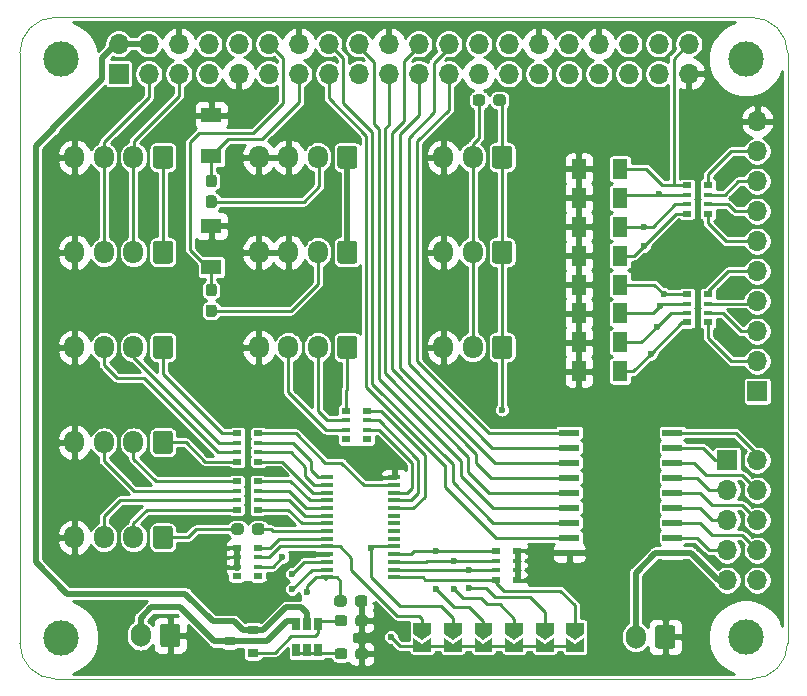
<source format=gbr>
%TF.GenerationSoftware,KiCad,Pcbnew,(5.1.7)-1*%
%TF.CreationDate,2022-01-16T10:28:54-05:00*%
%TF.ProjectId,reef-piHat,72656566-2d70-4694-9861-742e6b696361,rev?*%
%TF.SameCoordinates,Original*%
%TF.FileFunction,Copper,L1,Top*%
%TF.FilePolarity,Positive*%
%FSLAX46Y46*%
G04 Gerber Fmt 4.6, Leading zero omitted, Abs format (unit mm)*
G04 Created by KiCad (PCBNEW (5.1.7)-1) date 2022-01-16 10:28:54*
%MOMM*%
%LPD*%
G01*
G04 APERTURE LIST*
%TA.AperFunction,Profile*%
%ADD10C,0.100000*%
%TD*%
%TA.AperFunction,SMDPad,CuDef*%
%ADD11R,0.650000X1.060000*%
%TD*%
%TA.AperFunction,SMDPad,CuDef*%
%ADD12R,1.100000X0.400000*%
%TD*%
%TA.AperFunction,SMDPad,CuDef*%
%ADD13R,0.800000X0.500000*%
%TD*%
%TA.AperFunction,SMDPad,CuDef*%
%ADD14R,0.800000X0.400000*%
%TD*%
%TA.AperFunction,ComponentPad*%
%ADD15R,1.700000X1.700000*%
%TD*%
%TA.AperFunction,ComponentPad*%
%ADD16O,1.700000X1.700000*%
%TD*%
%TA.AperFunction,SMDPad,CuDef*%
%ADD17R,0.900000X0.800000*%
%TD*%
%TA.AperFunction,ComponentPad*%
%ADD18O,1.700000X2.000000*%
%TD*%
%TA.AperFunction,ComponentPad*%
%ADD19O,1.700000X1.950000*%
%TD*%
%TA.AperFunction,WasherPad*%
%ADD20C,3.000000*%
%TD*%
%TA.AperFunction,SMDPad,CuDef*%
%ADD21R,1.725000X0.600000*%
%TD*%
%TA.AperFunction,SMDPad,CuDef*%
%ADD22R,1.300000X1.700000*%
%TD*%
%TA.AperFunction,SMDPad,CuDef*%
%ADD23R,1.700000X1.300000*%
%TD*%
%TA.AperFunction,SMDPad,CuDef*%
%ADD24C,0.100000*%
%TD*%
%TA.AperFunction,ViaPad*%
%ADD25C,0.600000*%
%TD*%
%TA.AperFunction,Conductor*%
%ADD26C,0.250000*%
%TD*%
%TA.AperFunction,Conductor*%
%ADD27C,0.500000*%
%TD*%
%TA.AperFunction,Conductor*%
%ADD28C,0.200000*%
%TD*%
%TA.AperFunction,Conductor*%
%ADD29C,0.254000*%
%TD*%
%TA.AperFunction,Conductor*%
%ADD30C,0.100000*%
%TD*%
G04 APERTURE END LIST*
D10*
X78546356Y-63817611D02*
X78546356Y-113817611D01*
X78546356Y-63817611D02*
G75*
G02*
X81546356Y-60817611I3000000J0D01*
G01*
X140546356Y-60817611D02*
X81546356Y-60817611D01*
X140546356Y-60817611D02*
G75*
G02*
X143546356Y-63817611I0J-3000000D01*
G01*
X143546356Y-113817611D02*
X143546356Y-63817611D01*
X81546356Y-116817611D02*
G75*
G02*
X78546356Y-113817611I0J3000000D01*
G01*
X81546356Y-116817611D02*
X140546356Y-116817611D01*
X143546351Y-113822847D02*
G75*
G02*
X140546356Y-116817611I-2999995J5236D01*
G01*
D11*
X102880000Y-112190000D03*
X101930000Y-112190000D03*
X103830000Y-112190000D03*
X103830000Y-114390000D03*
X102880000Y-114390000D03*
X101930000Y-114390000D03*
D12*
X110241200Y-108212600D03*
X110241200Y-107562600D03*
X110241200Y-106912600D03*
X110241200Y-106262600D03*
X110241200Y-105612600D03*
X110241200Y-104962600D03*
X110241200Y-104312600D03*
X110241200Y-103662600D03*
X110241200Y-103012600D03*
X110241200Y-102362600D03*
X110241200Y-101712600D03*
X110241200Y-101062600D03*
X110241200Y-100412600D03*
X110241200Y-99762600D03*
X104541200Y-99762600D03*
X104541200Y-100412600D03*
X104541200Y-101062600D03*
X104541200Y-101712600D03*
X104541200Y-102362600D03*
X104541200Y-103012600D03*
X104541200Y-103662600D03*
X104541200Y-104312600D03*
X104541200Y-104962600D03*
X104541200Y-105612600D03*
X104541200Y-106262600D03*
X104541200Y-106912600D03*
X104541200Y-107562600D03*
X104541200Y-108212600D03*
D13*
X135020000Y-84240000D03*
D14*
X135020000Y-85840000D03*
X135020000Y-85040000D03*
D13*
X135020000Y-86640000D03*
D14*
X136820000Y-85040000D03*
D13*
X136820000Y-84240000D03*
D14*
X136820000Y-85840000D03*
D13*
X136820000Y-86640000D03*
D15*
X138430000Y-98298000D03*
D16*
X140970000Y-98298000D03*
X138430000Y-100838000D03*
X140970000Y-100838000D03*
X138430000Y-103378000D03*
X140970000Y-103378000D03*
X138430000Y-105918000D03*
X140970000Y-105918000D03*
X138430000Y-108458000D03*
X140970000Y-108458000D03*
D17*
X96300000Y-113640000D03*
X98300000Y-112690000D03*
X98300000Y-114590000D03*
D18*
X130690000Y-113270000D03*
%TA.AperFunction,ComponentPad*%
G36*
G01*
X134040000Y-112519900D02*
X134040000Y-114020100D01*
G75*
G02*
X133790100Y-114270000I-249900J0D01*
G01*
X132589900Y-114270000D01*
G75*
G02*
X132340000Y-114020100I0J249900D01*
G01*
X132340000Y-112519900D01*
G75*
G02*
X132589900Y-112270000I249900J0D01*
G01*
X133790100Y-112270000D01*
G75*
G02*
X134040000Y-112519900I0J-249900D01*
G01*
G37*
%TD.AperFunction*%
%TA.AperFunction,SMDPad,CuDef*%
G36*
G01*
X106917000Y-110473500D02*
X106917000Y-109998500D01*
G75*
G02*
X107154500Y-109761000I237500J0D01*
G01*
X107729500Y-109761000D01*
G75*
G02*
X107967000Y-109998500I0J-237500D01*
G01*
X107967000Y-110473500D01*
G75*
G02*
X107729500Y-110711000I-237500J0D01*
G01*
X107154500Y-110711000D01*
G75*
G02*
X106917000Y-110473500I0J237500D01*
G01*
G37*
%TD.AperFunction*%
%TA.AperFunction,SMDPad,CuDef*%
G36*
G01*
X105167000Y-110473500D02*
X105167000Y-109998500D01*
G75*
G02*
X105404500Y-109761000I237500J0D01*
G01*
X105979500Y-109761000D01*
G75*
G02*
X106217000Y-109998500I0J-237500D01*
G01*
X106217000Y-110473500D01*
G75*
G02*
X105979500Y-110711000I-237500J0D01*
G01*
X105404500Y-110711000D01*
G75*
G02*
X105167000Y-110473500I0J237500D01*
G01*
G37*
%TD.AperFunction*%
X88770000Y-113140000D03*
%TA.AperFunction,ComponentPad*%
G36*
G01*
X92120000Y-112389900D02*
X92120000Y-113890100D01*
G75*
G02*
X91870100Y-114140000I-249900J0D01*
G01*
X90669900Y-114140000D01*
G75*
G02*
X90420000Y-113890100I0J249900D01*
G01*
X90420000Y-112389900D01*
G75*
G02*
X90669900Y-112140000I249900J0D01*
G01*
X91870100Y-112140000D01*
G75*
G02*
X92120000Y-112389900I0J-249900D01*
G01*
G37*
%TD.AperFunction*%
D19*
X114380000Y-80692625D03*
X116880000Y-80692625D03*
%TA.AperFunction,ComponentPad*%
G36*
G01*
X120230000Y-79967625D02*
X120230000Y-81417625D01*
G75*
G02*
X119980000Y-81667625I-250000J0D01*
G01*
X118780000Y-81667625D01*
G75*
G02*
X118530000Y-81417625I0J250000D01*
G01*
X118530000Y-79967625D01*
G75*
G02*
X118780000Y-79717625I250000J0D01*
G01*
X119980000Y-79717625D01*
G75*
G02*
X120230000Y-79967625I0J-250000D01*
G01*
G37*
%TD.AperFunction*%
%TA.AperFunction,ComponentPad*%
G36*
G01*
X91514183Y-104113500D02*
X91514183Y-105563500D01*
G75*
G02*
X91264183Y-105813500I-250000J0D01*
G01*
X90064183Y-105813500D01*
G75*
G02*
X89814183Y-105563500I0J250000D01*
G01*
X89814183Y-104113500D01*
G75*
G02*
X90064183Y-103863500I250000J0D01*
G01*
X91264183Y-103863500D01*
G75*
G02*
X91514183Y-104113500I0J-250000D01*
G01*
G37*
%TD.AperFunction*%
X88164183Y-104838500D03*
X85664183Y-104838500D03*
X83164183Y-104838500D03*
D15*
X86920000Y-65590000D03*
D16*
X86920000Y-63050000D03*
X89460000Y-65590000D03*
X89460000Y-63050000D03*
X92000000Y-65590000D03*
X92000000Y-63050000D03*
X94540000Y-65590000D03*
X94540000Y-63050000D03*
X97080000Y-65590000D03*
X97080000Y-63050000D03*
X99620000Y-65590000D03*
X99620000Y-63050000D03*
X102160000Y-65590000D03*
X102160000Y-63050000D03*
X104700000Y-65590000D03*
X104700000Y-63050000D03*
X107240000Y-65590000D03*
X107240000Y-63050000D03*
X109780000Y-65590000D03*
X109780000Y-63050000D03*
X112320000Y-65590000D03*
X112320000Y-63050000D03*
X114860000Y-65590000D03*
X114860000Y-63050000D03*
X117400000Y-65590000D03*
X117400000Y-63050000D03*
X119940000Y-65590000D03*
X119940000Y-63050000D03*
X122480000Y-65590000D03*
X122480000Y-63050000D03*
X125020000Y-65590000D03*
X125020000Y-63050000D03*
X127560000Y-65590000D03*
X127560000Y-63050000D03*
X130100000Y-65590000D03*
X130100000Y-63050000D03*
X132640000Y-65590000D03*
X132640000Y-63050000D03*
X135180000Y-65590000D03*
X135180000Y-63050000D03*
D20*
X82040000Y-64310000D03*
X140040000Y-64330000D03*
X82040000Y-113320000D03*
X140030000Y-113310000D03*
D19*
X98772091Y-88741250D03*
X101272091Y-88741250D03*
X103772091Y-88741250D03*
%TA.AperFunction,ComponentPad*%
G36*
G01*
X107122091Y-88016250D02*
X107122091Y-89466250D01*
G75*
G02*
X106872091Y-89716250I-250000J0D01*
G01*
X105672091Y-89716250D01*
G75*
G02*
X105422091Y-89466250I0J250000D01*
G01*
X105422091Y-88016250D01*
G75*
G02*
X105672091Y-87766250I250000J0D01*
G01*
X106872091Y-87766250D01*
G75*
G02*
X107122091Y-88016250I0J-250000D01*
G01*
G37*
%TD.AperFunction*%
%TA.AperFunction,ComponentPad*%
G36*
G01*
X91514183Y-96064875D02*
X91514183Y-97514875D01*
G75*
G02*
X91264183Y-97764875I-250000J0D01*
G01*
X90064183Y-97764875D01*
G75*
G02*
X89814183Y-97514875I0J250000D01*
G01*
X89814183Y-96064875D01*
G75*
G02*
X90064183Y-95814875I250000J0D01*
G01*
X91264183Y-95814875D01*
G75*
G02*
X91514183Y-96064875I0J-250000D01*
G01*
G37*
%TD.AperFunction*%
X88164183Y-96789875D03*
X85664183Y-96789875D03*
X83164183Y-96789875D03*
%TA.AperFunction,ComponentPad*%
G36*
G01*
X107122091Y-71919000D02*
X107122091Y-73369000D01*
G75*
G02*
X106872091Y-73619000I-250000J0D01*
G01*
X105672091Y-73619000D01*
G75*
G02*
X105422091Y-73369000I0J250000D01*
G01*
X105422091Y-71919000D01*
G75*
G02*
X105672091Y-71669000I250000J0D01*
G01*
X106872091Y-71669000D01*
G75*
G02*
X107122091Y-71919000I0J-250000D01*
G01*
G37*
%TD.AperFunction*%
X103772091Y-72644000D03*
X101272091Y-72644000D03*
X98772091Y-72644000D03*
X98772091Y-80692625D03*
X101272091Y-80692625D03*
X103772091Y-80692625D03*
%TA.AperFunction,ComponentPad*%
G36*
G01*
X107122091Y-79967625D02*
X107122091Y-81417625D01*
G75*
G02*
X106872091Y-81667625I-250000J0D01*
G01*
X105672091Y-81667625D01*
G75*
G02*
X105422091Y-81417625I0J250000D01*
G01*
X105422091Y-79967625D01*
G75*
G02*
X105672091Y-79717625I250000J0D01*
G01*
X106872091Y-79717625D01*
G75*
G02*
X107122091Y-79967625I0J-250000D01*
G01*
G37*
%TD.AperFunction*%
%TA.AperFunction,ComponentPad*%
G36*
G01*
X91514183Y-71919000D02*
X91514183Y-73369000D01*
G75*
G02*
X91264183Y-73619000I-250000J0D01*
G01*
X90064183Y-73619000D01*
G75*
G02*
X89814183Y-73369000I0J250000D01*
G01*
X89814183Y-71919000D01*
G75*
G02*
X90064183Y-71669000I250000J0D01*
G01*
X91264183Y-71669000D01*
G75*
G02*
X91514183Y-71919000I0J-250000D01*
G01*
G37*
%TD.AperFunction*%
X88164183Y-72644000D03*
X85664183Y-72644000D03*
X83164183Y-72644000D03*
X83164183Y-80692625D03*
X85664183Y-80692625D03*
X88164183Y-80692625D03*
%TA.AperFunction,ComponentPad*%
G36*
G01*
X91514183Y-79967625D02*
X91514183Y-81417625D01*
G75*
G02*
X91264183Y-81667625I-250000J0D01*
G01*
X90064183Y-81667625D01*
G75*
G02*
X89814183Y-81417625I0J250000D01*
G01*
X89814183Y-79967625D01*
G75*
G02*
X90064183Y-79717625I250000J0D01*
G01*
X91264183Y-79717625D01*
G75*
G02*
X91514183Y-79967625I0J-250000D01*
G01*
G37*
%TD.AperFunction*%
%TA.AperFunction,ComponentPad*%
G36*
G01*
X120230000Y-71919000D02*
X120230000Y-73369000D01*
G75*
G02*
X119980000Y-73619000I-250000J0D01*
G01*
X118780000Y-73619000D01*
G75*
G02*
X118530000Y-73369000I0J250000D01*
G01*
X118530000Y-71919000D01*
G75*
G02*
X118780000Y-71669000I250000J0D01*
G01*
X119980000Y-71669000D01*
G75*
G02*
X120230000Y-71919000I0J-250000D01*
G01*
G37*
%TD.AperFunction*%
X116880000Y-72644000D03*
X114380000Y-72644000D03*
%TA.AperFunction,ComponentPad*%
G36*
G01*
X120230000Y-88016250D02*
X120230000Y-89466250D01*
G75*
G02*
X119980000Y-89716250I-250000J0D01*
G01*
X118780000Y-89716250D01*
G75*
G02*
X118530000Y-89466250I0J250000D01*
G01*
X118530000Y-88016250D01*
G75*
G02*
X118780000Y-87766250I250000J0D01*
G01*
X119980000Y-87766250D01*
G75*
G02*
X120230000Y-88016250I0J-250000D01*
G01*
G37*
%TD.AperFunction*%
X116880000Y-88741250D03*
X114380000Y-88741250D03*
D21*
X125057500Y-95980000D03*
X125057500Y-97250000D03*
X125057500Y-98520000D03*
X125057500Y-99790000D03*
X125057500Y-101060000D03*
X125057500Y-102330000D03*
X125057500Y-103600000D03*
X125057500Y-104870000D03*
X125057500Y-106140000D03*
X133782500Y-95980000D03*
X133782500Y-97250000D03*
X133782500Y-98520000D03*
X133782500Y-99790000D03*
X133782500Y-101060000D03*
X133782500Y-102330000D03*
X133782500Y-103600000D03*
X133782500Y-104870000D03*
X133782500Y-106140000D03*
D15*
X140970000Y-92456000D03*
D16*
X140970000Y-89916000D03*
X140970000Y-87376000D03*
X140970000Y-84836000D03*
X140970000Y-82296000D03*
X140970000Y-79756000D03*
X140970000Y-77216000D03*
X140970000Y-74676000D03*
X140970000Y-72136000D03*
X140970000Y-69596000D03*
%TA.AperFunction,SMDPad,CuDef*%
G36*
G01*
X94987500Y-76945000D02*
X94512500Y-76945000D01*
G75*
G02*
X94275000Y-76707500I0J237500D01*
G01*
X94275000Y-76132500D01*
G75*
G02*
X94512500Y-75895000I237500J0D01*
G01*
X94987500Y-75895000D01*
G75*
G02*
X95225000Y-76132500I0J-237500D01*
G01*
X95225000Y-76707500D01*
G75*
G02*
X94987500Y-76945000I-237500J0D01*
G01*
G37*
%TD.AperFunction*%
%TA.AperFunction,SMDPad,CuDef*%
G36*
G01*
X94987500Y-75195000D02*
X94512500Y-75195000D01*
G75*
G02*
X94275000Y-74957500I0J237500D01*
G01*
X94275000Y-74382500D01*
G75*
G02*
X94512500Y-74145000I237500J0D01*
G01*
X94987500Y-74145000D01*
G75*
G02*
X95225000Y-74382500I0J-237500D01*
G01*
X95225000Y-74957500D01*
G75*
G02*
X94987500Y-75195000I-237500J0D01*
G01*
G37*
%TD.AperFunction*%
%TA.AperFunction,SMDPad,CuDef*%
G36*
G01*
X94987500Y-84425000D02*
X94512500Y-84425000D01*
G75*
G02*
X94275000Y-84187500I0J237500D01*
G01*
X94275000Y-83612500D01*
G75*
G02*
X94512500Y-83375000I237500J0D01*
G01*
X94987500Y-83375000D01*
G75*
G02*
X95225000Y-83612500I0J-237500D01*
G01*
X95225000Y-84187500D01*
G75*
G02*
X94987500Y-84425000I-237500J0D01*
G01*
G37*
%TD.AperFunction*%
%TA.AperFunction,SMDPad,CuDef*%
G36*
G01*
X94987500Y-86175000D02*
X94512500Y-86175000D01*
G75*
G02*
X94275000Y-85937500I0J237500D01*
G01*
X94275000Y-85362500D01*
G75*
G02*
X94512500Y-85125000I237500J0D01*
G01*
X94987500Y-85125000D01*
G75*
G02*
X95225000Y-85362500I0J-237500D01*
G01*
X95225000Y-85937500D01*
G75*
G02*
X94987500Y-86175000I-237500J0D01*
G01*
G37*
%TD.AperFunction*%
%TA.AperFunction,SMDPad,CuDef*%
G36*
G01*
X106965000Y-114937500D02*
X106965000Y-114462500D01*
G75*
G02*
X107202500Y-114225000I237500J0D01*
G01*
X107777500Y-114225000D01*
G75*
G02*
X108015000Y-114462500I0J-237500D01*
G01*
X108015000Y-114937500D01*
G75*
G02*
X107777500Y-115175000I-237500J0D01*
G01*
X107202500Y-115175000D01*
G75*
G02*
X106965000Y-114937500I0J237500D01*
G01*
G37*
%TD.AperFunction*%
%TA.AperFunction,SMDPad,CuDef*%
G36*
G01*
X105215000Y-114937500D02*
X105215000Y-114462500D01*
G75*
G02*
X105452500Y-114225000I237500J0D01*
G01*
X106027500Y-114225000D01*
G75*
G02*
X106265000Y-114462500I0J-237500D01*
G01*
X106265000Y-114937500D01*
G75*
G02*
X106027500Y-115175000I-237500J0D01*
G01*
X105452500Y-115175000D01*
G75*
G02*
X105215000Y-114937500I0J237500D01*
G01*
G37*
%TD.AperFunction*%
%TA.AperFunction,SMDPad,CuDef*%
G36*
G01*
X105210000Y-112127500D02*
X105210000Y-111652500D01*
G75*
G02*
X105447500Y-111415000I237500J0D01*
G01*
X106022500Y-111415000D01*
G75*
G02*
X106260000Y-111652500I0J-237500D01*
G01*
X106260000Y-112127500D01*
G75*
G02*
X106022500Y-112365000I-237500J0D01*
G01*
X105447500Y-112365000D01*
G75*
G02*
X105210000Y-112127500I0J237500D01*
G01*
G37*
%TD.AperFunction*%
%TA.AperFunction,SMDPad,CuDef*%
G36*
G01*
X106960000Y-112127500D02*
X106960000Y-111652500D01*
G75*
G02*
X107197500Y-111415000I237500J0D01*
G01*
X107772500Y-111415000D01*
G75*
G02*
X108010000Y-111652500I0J-237500D01*
G01*
X108010000Y-112127500D01*
G75*
G02*
X107772500Y-112365000I-237500J0D01*
G01*
X107197500Y-112365000D01*
G75*
G02*
X106960000Y-112127500I0J237500D01*
G01*
G37*
%TD.AperFunction*%
D22*
X125866939Y-90768777D03*
X129366939Y-90768777D03*
D23*
X94742000Y-72580000D03*
X94742000Y-69080000D03*
D22*
X125866939Y-88323234D03*
X129366939Y-88323234D03*
X129366939Y-85877695D03*
X125866939Y-85877695D03*
X129366939Y-83432156D03*
X125866939Y-83432156D03*
D23*
X94750000Y-78470000D03*
X94750000Y-81970000D03*
D22*
X125866939Y-80986617D03*
X129366939Y-80986617D03*
X129366939Y-78541078D03*
X125866939Y-78541078D03*
X125866939Y-76095539D03*
X129366939Y-76095539D03*
X129366939Y-73650000D03*
X125866939Y-73650000D03*
%TA.AperFunction,ComponentPad*%
G36*
G01*
X91514183Y-88016250D02*
X91514183Y-89466250D01*
G75*
G02*
X91264183Y-89716250I-250000J0D01*
G01*
X90064183Y-89716250D01*
G75*
G02*
X89814183Y-89466250I0J250000D01*
G01*
X89814183Y-88016250D01*
G75*
G02*
X90064183Y-87766250I250000J0D01*
G01*
X91264183Y-87766250D01*
G75*
G02*
X91514183Y-88016250I0J-250000D01*
G01*
G37*
%TD.AperFunction*%
D19*
X88164183Y-88741250D03*
X85664183Y-88741250D03*
X83164183Y-88741250D03*
%TA.AperFunction,SMDPad,CuDef*%
D24*
G36*
X125551400Y-113560400D02*
G01*
X124801400Y-113060400D01*
X124801400Y-112060400D01*
X126301400Y-112060400D01*
X126301400Y-113060400D01*
X125551400Y-113560400D01*
G37*
%TD.AperFunction*%
%TA.AperFunction,SMDPad,CuDef*%
G36*
X124801400Y-114510400D02*
G01*
X124801400Y-113360400D01*
X125551400Y-113860400D01*
X126301400Y-113360400D01*
X126301400Y-114510400D01*
X124801400Y-114510400D01*
G37*
%TD.AperFunction*%
%TA.AperFunction,SMDPad,CuDef*%
G36*
X122236000Y-114510400D02*
G01*
X122236000Y-113360400D01*
X122986000Y-113860400D01*
X123736000Y-113360400D01*
X123736000Y-114510400D01*
X122236000Y-114510400D01*
G37*
%TD.AperFunction*%
%TA.AperFunction,SMDPad,CuDef*%
G36*
X122986000Y-113560400D02*
G01*
X122236000Y-113060400D01*
X122236000Y-112060400D01*
X123736000Y-112060400D01*
X123736000Y-113060400D01*
X122986000Y-113560400D01*
G37*
%TD.AperFunction*%
%TA.AperFunction,SMDPad,CuDef*%
G36*
X120395200Y-113560400D02*
G01*
X119645200Y-113060400D01*
X119645200Y-112060400D01*
X121145200Y-112060400D01*
X121145200Y-113060400D01*
X120395200Y-113560400D01*
G37*
%TD.AperFunction*%
%TA.AperFunction,SMDPad,CuDef*%
G36*
X119645200Y-114510400D02*
G01*
X119645200Y-113360400D01*
X120395200Y-113860400D01*
X121145200Y-113360400D01*
X121145200Y-114510400D01*
X119645200Y-114510400D01*
G37*
%TD.AperFunction*%
%TA.AperFunction,SMDPad,CuDef*%
G36*
X117054400Y-114510400D02*
G01*
X117054400Y-113360400D01*
X117804400Y-113860400D01*
X118554400Y-113360400D01*
X118554400Y-114510400D01*
X117054400Y-114510400D01*
G37*
%TD.AperFunction*%
%TA.AperFunction,SMDPad,CuDef*%
G36*
X117804400Y-113560400D02*
G01*
X117054400Y-113060400D01*
X117054400Y-112060400D01*
X118554400Y-112060400D01*
X118554400Y-113060400D01*
X117804400Y-113560400D01*
G37*
%TD.AperFunction*%
D13*
X120650000Y-108407200D03*
D14*
X120650000Y-106807200D03*
X120650000Y-107607200D03*
D13*
X120650000Y-106007200D03*
D14*
X118850000Y-107607200D03*
D13*
X118850000Y-108407200D03*
D14*
X118850000Y-106807200D03*
D13*
X118850000Y-106007200D03*
X106160000Y-94130000D03*
D14*
X106160000Y-95730000D03*
X106160000Y-94930000D03*
D13*
X106160000Y-96530000D03*
D14*
X107960000Y-94930000D03*
D13*
X107960000Y-94130000D03*
D14*
X107960000Y-95730000D03*
D13*
X107960000Y-96530000D03*
X96901000Y-100089000D03*
D14*
X96901000Y-101689000D03*
X96901000Y-100889000D03*
D13*
X96901000Y-102489000D03*
D14*
X98701000Y-100889000D03*
D13*
X98701000Y-100089000D03*
D14*
X98701000Y-101689000D03*
D13*
X98701000Y-102489000D03*
X98753500Y-98418500D03*
D14*
X98753500Y-97618500D03*
D13*
X98753500Y-96018500D03*
D14*
X98753500Y-96818500D03*
D13*
X96953500Y-98418500D03*
D14*
X96953500Y-96818500D03*
X96953500Y-97618500D03*
D13*
X96953500Y-96018500D03*
X136820000Y-77420000D03*
D14*
X136820000Y-76620000D03*
D13*
X136820000Y-75020000D03*
D14*
X136820000Y-75820000D03*
D13*
X135020000Y-77420000D03*
D14*
X135020000Y-75820000D03*
X135020000Y-76620000D03*
D13*
X135020000Y-75020000D03*
%TA.AperFunction,SMDPad,CuDef*%
G36*
G01*
X116895000Y-68055500D02*
X116895000Y-67580500D01*
G75*
G02*
X117132500Y-67343000I237500J0D01*
G01*
X117707500Y-67343000D01*
G75*
G02*
X117945000Y-67580500I0J-237500D01*
G01*
X117945000Y-68055500D01*
G75*
G02*
X117707500Y-68293000I-237500J0D01*
G01*
X117132500Y-68293000D01*
G75*
G02*
X116895000Y-68055500I0J237500D01*
G01*
G37*
%TD.AperFunction*%
%TA.AperFunction,SMDPad,CuDef*%
G36*
G01*
X118645000Y-68055500D02*
X118645000Y-67580500D01*
G75*
G02*
X118882500Y-67343000I237500J0D01*
G01*
X119457500Y-67343000D01*
G75*
G02*
X119695000Y-67580500I0J-237500D01*
G01*
X119695000Y-68055500D01*
G75*
G02*
X119457500Y-68293000I-237500J0D01*
G01*
X118882500Y-68293000D01*
G75*
G02*
X118645000Y-68055500I0J237500D01*
G01*
G37*
%TD.AperFunction*%
%TA.AperFunction,SMDPad,CuDef*%
D24*
G36*
X115213600Y-113560400D02*
G01*
X114463600Y-113060400D01*
X114463600Y-112060400D01*
X115963600Y-112060400D01*
X115963600Y-113060400D01*
X115213600Y-113560400D01*
G37*
%TD.AperFunction*%
%TA.AperFunction,SMDPad,CuDef*%
G36*
X114463600Y-114510400D02*
G01*
X114463600Y-113360400D01*
X115213600Y-113860400D01*
X115963600Y-113360400D01*
X115963600Y-114510400D01*
X114463600Y-114510400D01*
G37*
%TD.AperFunction*%
%TA.AperFunction,SMDPad,CuDef*%
G36*
X111872800Y-114510400D02*
G01*
X111872800Y-113360400D01*
X112622800Y-113860400D01*
X113372800Y-113360400D01*
X113372800Y-114510400D01*
X111872800Y-114510400D01*
G37*
%TD.AperFunction*%
%TA.AperFunction,SMDPad,CuDef*%
G36*
X112622800Y-113560400D02*
G01*
X111872800Y-113060400D01*
X111872800Y-112060400D01*
X113372800Y-112060400D01*
X113372800Y-113060400D01*
X112622800Y-113560400D01*
G37*
%TD.AperFunction*%
D13*
X96901000Y-105740200D03*
D14*
X96901000Y-107340200D03*
X96901000Y-106540200D03*
D13*
X96901000Y-108140200D03*
D14*
X98701000Y-106540200D03*
D13*
X98701000Y-105740200D03*
D14*
X98701000Y-107340200D03*
D13*
X98701000Y-108140200D03*
%TA.AperFunction,SMDPad,CuDef*%
G36*
G01*
X99254800Y-103902500D02*
X99254800Y-104377500D01*
G75*
G02*
X99017300Y-104615000I-237500J0D01*
G01*
X98442300Y-104615000D01*
G75*
G02*
X98204800Y-104377500I0J237500D01*
G01*
X98204800Y-103902500D01*
G75*
G02*
X98442300Y-103665000I237500J0D01*
G01*
X99017300Y-103665000D01*
G75*
G02*
X99254800Y-103902500I0J-237500D01*
G01*
G37*
%TD.AperFunction*%
%TA.AperFunction,SMDPad,CuDef*%
G36*
G01*
X97504800Y-103902500D02*
X97504800Y-104377500D01*
G75*
G02*
X97267300Y-104615000I-237500J0D01*
G01*
X96692300Y-104615000D01*
G75*
G02*
X96454800Y-104377500I0J237500D01*
G01*
X96454800Y-103902500D01*
G75*
G02*
X96692300Y-103665000I237500J0D01*
G01*
X97267300Y-103665000D01*
G75*
G02*
X97504800Y-103902500I0J-237500D01*
G01*
G37*
%TD.AperFunction*%
D25*
X102108000Y-106426000D03*
X119380000Y-94030800D03*
X109982000Y-113284000D03*
X102870000Y-109474000D03*
X101600000Y-109220000D03*
X101600000Y-107950000D03*
X133070000Y-84240000D03*
X131380000Y-80160000D03*
X131370000Y-78541078D03*
X132640000Y-75810000D03*
X131950000Y-89300000D03*
X132480000Y-87020000D03*
X132770000Y-85290000D03*
X81330800Y-70231000D03*
X116586000Y-107613400D03*
X116586000Y-109143800D03*
X115316000Y-109220000D03*
X115316000Y-106813400D03*
X113792000Y-109220000D03*
X113792000Y-106013400D03*
X108280200Y-105714800D03*
X100781000Y-106508400D03*
D26*
X96901000Y-106540200D02*
X95740200Y-106540200D01*
X96901000Y-105740200D02*
X95799800Y-105740200D01*
X95740200Y-105799800D02*
X95740200Y-106540200D01*
X95799800Y-105740200D02*
X95740200Y-105799800D01*
X96901000Y-107340200D02*
X95820200Y-107340200D01*
X95740200Y-107260200D02*
X95740200Y-106540200D01*
X95820200Y-107340200D02*
X95740200Y-107260200D01*
X112622800Y-114010400D02*
X111505200Y-114010400D01*
X112622800Y-114010400D02*
X115213600Y-114010400D01*
X115213600Y-114010400D02*
X117804400Y-114010400D01*
X117804400Y-114010400D02*
X120395200Y-114010400D01*
X122986000Y-114010400D02*
X120395200Y-114010400D01*
X125551400Y-114010400D02*
X122986000Y-114010400D01*
X119380000Y-91186000D02*
X119380000Y-94030800D01*
X104394000Y-108359800D02*
X104541200Y-108212600D01*
X105692000Y-108494600D02*
X105410000Y-108212600D01*
X105692000Y-110236000D02*
X105692000Y-108494600D01*
X104541200Y-108212600D02*
X105410000Y-108212600D01*
X110708400Y-114010400D02*
X109982000Y-113284000D01*
X112622800Y-114010400D02*
X110708400Y-114010400D01*
X102870000Y-109474000D02*
X102870000Y-108966000D01*
X103623400Y-108212600D02*
X104541200Y-108212600D01*
X102870000Y-108966000D02*
X103623400Y-108212600D01*
X119380000Y-88741250D02*
X119380000Y-91186000D01*
X119380000Y-80692625D02*
X119380000Y-88741250D01*
X119380000Y-72644000D02*
X119380000Y-80692625D01*
X119380000Y-68028000D02*
X119170000Y-67818000D01*
X119380000Y-72644000D02*
X119380000Y-68028000D01*
D27*
X96300000Y-113640000D02*
X99500000Y-113640000D01*
X101200000Y-111940000D02*
X101930000Y-111940000D01*
X99500000Y-113640000D02*
X101200000Y-111940000D01*
X88770000Y-113140000D02*
X88770000Y-111636000D01*
X88770000Y-111636000D02*
X89662000Y-110744000D01*
X92100000Y-110744000D02*
X94996000Y-113640000D01*
X89662000Y-110744000D02*
X92100000Y-110744000D01*
X96300000Y-113640000D02*
X94996000Y-113640000D01*
D26*
X104460000Y-95730000D02*
X106160000Y-95730000D01*
X101272091Y-88741250D02*
X101272091Y-92542091D01*
X101272091Y-92542091D02*
X104460000Y-95730000D01*
X104560000Y-94930000D02*
X106160000Y-94930000D01*
X103772091Y-88741250D02*
X103772091Y-94142091D01*
X103772091Y-94142091D02*
X104560000Y-94930000D01*
X106160000Y-94130000D02*
X106160000Y-92420000D01*
X106272091Y-92307909D02*
X106160000Y-92420000D01*
X106272091Y-88741250D02*
X106272091Y-92307909D01*
X92773500Y-104838500D02*
X93472000Y-104140000D01*
X90664183Y-104838500D02*
X92773500Y-104838500D01*
X96979800Y-104140000D02*
X93472000Y-104140000D01*
X89281000Y-102489000D02*
X96901000Y-102489000D01*
X88164183Y-104838500D02*
X88164183Y-103605817D01*
X88164183Y-103605817D02*
X89281000Y-102489000D01*
X85664183Y-103057817D02*
X85664183Y-104838500D01*
X96901000Y-101689000D02*
X87033000Y-101689000D01*
X87033000Y-101689000D02*
X85664183Y-103057817D01*
X85680683Y-81426038D02*
X85664183Y-81442538D01*
X89460000Y-65590000D02*
X89460000Y-67575500D01*
X89460000Y-67575500D02*
X85680683Y-71354817D01*
X104541200Y-107562600D02*
X103613000Y-107562600D01*
X103613000Y-107562600D02*
X103460600Y-107562600D01*
X103460600Y-107562600D02*
X103257400Y-107562600D01*
X103257400Y-107562600D02*
X101600000Y-109220000D01*
X85680683Y-72627500D02*
X85664183Y-72644000D01*
X85680683Y-71354817D02*
X85680683Y-72627500D01*
X85664183Y-80692625D02*
X85664183Y-72644000D01*
X88180683Y-81426038D02*
X88164183Y-81442538D01*
X92000000Y-65590000D02*
X92000000Y-67448500D01*
X92000000Y-67448500D02*
X88180683Y-71267817D01*
X104541200Y-106912600D02*
X103170800Y-106912600D01*
X103170800Y-106912600D02*
X102637400Y-106912600D01*
X102637400Y-106912600D02*
X101600000Y-107950000D01*
X88180683Y-72627500D02*
X88164183Y-72644000D01*
X88180683Y-71267817D02*
X88180683Y-72627500D01*
X88164183Y-80692625D02*
X88164183Y-72644000D01*
X116880000Y-72597000D02*
X116863500Y-72580500D01*
X117420000Y-71000000D02*
X117420000Y-68620000D01*
X116880000Y-80692625D02*
X116880000Y-88741250D01*
X116880000Y-72644000D02*
X116880000Y-80692625D01*
X116880000Y-71540000D02*
X117420000Y-71000000D01*
X116880000Y-72644000D02*
X116880000Y-71540000D01*
X117420000Y-68620000D02*
X117420000Y-67818000D01*
X114860000Y-65590000D02*
X114860000Y-66955600D01*
X114860000Y-68620000D02*
X114860000Y-66955600D01*
X112180000Y-71300000D02*
X114860000Y-68620000D01*
X112180000Y-89910000D02*
X112180000Y-71300000D01*
X125057500Y-95980000D02*
X118250000Y-95980000D01*
X118250000Y-95980000D02*
X112180000Y-89910000D01*
X114860000Y-63050000D02*
X114860000Y-63371800D01*
X114860000Y-63371800D02*
X113588800Y-64643000D01*
X113588800Y-64643000D02*
X113588800Y-67081400D01*
X113588800Y-68861200D02*
X113588800Y-67081400D01*
X111460000Y-70990000D02*
X113588800Y-68861200D01*
X111460000Y-90180000D02*
X111460000Y-70990000D01*
X125057500Y-97250000D02*
X118530000Y-97250000D01*
X118530000Y-97250000D02*
X111460000Y-90180000D01*
X112320000Y-65590000D02*
X112320000Y-67971600D01*
X112320000Y-69090000D02*
X112320000Y-67971600D01*
X110730000Y-70680000D02*
X112320000Y-69090000D01*
X110730000Y-90460000D02*
X110730000Y-70680000D01*
X125057500Y-98520000D02*
X118790000Y-98520000D01*
X118790000Y-98520000D02*
X110730000Y-90460000D01*
X125057500Y-102330000D02*
X118570000Y-102330000D01*
X118570000Y-102330000D02*
X115870000Y-99630000D01*
X108920000Y-91410000D02*
X115870000Y-98360000D01*
X108920000Y-70250000D02*
X108920000Y-91410000D01*
X115870000Y-99630000D02*
X115870000Y-98360000D01*
X107240000Y-63050000D02*
X107240000Y-63298000D01*
X107240000Y-63298000D02*
X108508800Y-64566800D01*
X108508800Y-64566800D02*
X108508800Y-69838800D01*
X108508800Y-69838800D02*
X108920000Y-70250000D01*
X118640000Y-103600000D02*
X125057500Y-103600000D01*
X115190000Y-100150000D02*
X118640000Y-103600000D01*
X115190000Y-98650000D02*
X115190000Y-100150000D01*
X104756800Y-63050000D02*
X105943400Y-64236600D01*
X104700000Y-63050000D02*
X104756800Y-63050000D01*
X105943400Y-64236600D02*
X105943400Y-68083400D01*
X108360000Y-70500000D02*
X108360000Y-91820000D01*
X105943400Y-68083400D02*
X108360000Y-70500000D01*
X108360000Y-91820000D02*
X115190000Y-98650000D01*
X125057500Y-99790000D02*
X118480000Y-99790000D01*
X118480000Y-99790000D02*
X117210000Y-98520000D01*
X110040000Y-70590000D02*
X110040000Y-90620000D01*
X110040000Y-90620000D02*
X117210000Y-97790000D01*
X117210000Y-98520000D02*
X117210000Y-97790000D01*
X112320000Y-63050000D02*
X112320000Y-63219400D01*
X112320000Y-63219400D02*
X111048800Y-64490600D01*
X111048800Y-64490600D02*
X111048800Y-69581200D01*
X111048800Y-69581200D02*
X110040000Y-70590000D01*
X125057500Y-101060000D02*
X118230000Y-101060000D01*
X118230000Y-101060000D02*
X116500000Y-99330000D01*
X109460000Y-90960000D02*
X116500000Y-98000000D01*
X109460000Y-70220000D02*
X109460000Y-90960000D01*
X109780000Y-69900000D02*
X109460000Y-70220000D01*
X109780000Y-65590000D02*
X109780000Y-69900000D01*
X116500000Y-99330000D02*
X116500000Y-98000000D01*
X125057500Y-104870000D02*
X118830000Y-104870000D01*
X118830000Y-104870000D02*
X114510000Y-100550000D01*
X114500000Y-98710000D02*
X114510000Y-98710000D01*
X114510000Y-100550000D02*
X114510000Y-98710000D01*
X104700000Y-65590000D02*
X104700000Y-67650000D01*
X104700000Y-67650000D02*
X107890000Y-70840000D01*
X107890000Y-70840000D02*
X107890000Y-92100000D01*
X107890000Y-92100000D02*
X114500000Y-98710000D01*
X94750000Y-83900000D02*
X94750000Y-81970000D01*
D28*
X94750000Y-81970000D02*
X94416000Y-81970000D01*
D26*
X92964000Y-71374000D02*
X92964000Y-80518000D01*
X94416000Y-81970000D02*
X92964000Y-80518000D01*
D28*
X99620000Y-63050000D02*
X99626000Y-63050000D01*
D26*
X99626000Y-63050000D02*
X100838000Y-64262000D01*
X100838000Y-64262000D02*
X100838000Y-68072000D01*
X100838000Y-68072000D02*
X98298000Y-70612000D01*
X93726000Y-70612000D02*
X92964000Y-71374000D01*
X98298000Y-70612000D02*
X93726000Y-70612000D01*
X94750000Y-72588000D02*
X94742000Y-72580000D01*
X94750000Y-74670000D02*
X94750000Y-72588000D01*
X102160000Y-65590000D02*
X102160000Y-68020000D01*
X102160000Y-68020000D02*
X99060000Y-71120000D01*
X96202000Y-71120000D02*
X94742000Y-72580000D01*
X99060000Y-71120000D02*
X96202000Y-71120000D01*
X132262156Y-83432156D02*
X129366939Y-83432156D01*
X135020000Y-84240000D02*
X133070000Y-84240000D01*
X133070000Y-84240000D02*
X132262156Y-83432156D01*
X135020000Y-77420000D02*
X134120000Y-77420000D01*
X129366939Y-80986617D02*
X130553383Y-80986617D01*
X130553383Y-80986617D02*
X131380000Y-80160000D01*
X131380000Y-80160000D02*
X134120000Y-77420000D01*
X135020000Y-76620000D02*
X134060000Y-76620000D01*
X132138922Y-78541078D02*
X134060000Y-76620000D01*
X129366939Y-78541078D02*
X131370000Y-78541078D01*
X131370000Y-78541078D02*
X132138922Y-78541078D01*
X129642478Y-75820000D02*
X129366939Y-76095539D01*
X135020000Y-75820000D02*
X129642478Y-75820000D01*
X129366939Y-90768777D02*
X129751223Y-90768777D01*
X129366939Y-90768777D02*
X130481223Y-90768777D01*
X134610000Y-86640000D02*
X135020000Y-86640000D01*
X130481223Y-90768777D02*
X131950000Y-89300000D01*
X131950000Y-89300000D02*
X134610000Y-86640000D01*
X129366939Y-73650000D02*
X131580000Y-73650000D01*
X131580000Y-73650000D02*
X132950000Y-75020000D01*
X135180000Y-63050000D02*
X135150000Y-63050000D01*
X135150000Y-63050000D02*
X133900000Y-64300000D01*
X133900000Y-75000000D02*
X133920000Y-75020000D01*
X133900000Y-64300000D02*
X133900000Y-75000000D01*
X132950000Y-75020000D02*
X133920000Y-75020000D01*
X133920000Y-75020000D02*
X135020000Y-75020000D01*
X135020000Y-85840000D02*
X134050000Y-85840000D01*
X129366939Y-88323234D02*
X131176766Y-88323234D01*
X133660000Y-85840000D02*
X134050000Y-85840000D01*
X131176766Y-88323234D02*
X132480000Y-87020000D01*
X132480000Y-87020000D02*
X133660000Y-85840000D01*
X132182305Y-85877695D02*
X129366939Y-85877695D01*
X135020000Y-85040000D02*
X133020000Y-85040000D01*
X133020000Y-85040000D02*
X132770000Y-85290000D01*
X132770000Y-85290000D02*
X132182305Y-85877695D01*
X94227500Y-98418500D02*
X96953500Y-98418500D01*
X90664183Y-96789875D02*
X92598875Y-96789875D01*
X92598875Y-96789875D02*
X94227500Y-98418500D01*
X90056000Y-100089000D02*
X96901000Y-100089000D01*
X88164183Y-96789875D02*
X88164183Y-98197183D01*
X88164183Y-98197183D02*
X90056000Y-100089000D01*
X88189000Y-100889000D02*
X96901000Y-100889000D01*
X85664183Y-96789875D02*
X85664183Y-98364183D01*
X85664183Y-98364183D02*
X88189000Y-100889000D01*
D27*
X130690000Y-113270000D02*
X130690000Y-107816000D01*
X132366000Y-106140000D02*
X133782500Y-106140000D01*
X130690000Y-107816000D02*
X132366000Y-106140000D01*
X138430000Y-108458000D02*
X137668000Y-108458000D01*
X135350000Y-106140000D02*
X133782500Y-106140000D01*
X137668000Y-108458000D02*
X135350000Y-106140000D01*
X90680683Y-81426038D02*
X90664183Y-81442538D01*
X106362500Y-73469500D02*
X106362500Y-72021700D01*
X89460000Y-63050000D02*
X86920000Y-63050000D01*
X86920000Y-63050000D02*
X86683000Y-63050000D01*
X86683000Y-63050000D02*
X85496400Y-64236600D01*
X85496400Y-64236600D02*
X85496400Y-66014600D01*
X85496400Y-66014600D02*
X81330800Y-70180200D01*
X81330800Y-70180200D02*
X81330800Y-70231000D01*
X79883000Y-71678800D02*
X81330800Y-70231000D01*
X79883000Y-106934000D02*
X79883000Y-71678800D01*
X97440000Y-112690000D02*
X96670000Y-111920000D01*
X98300000Y-112690000D02*
X97440000Y-112690000D01*
X96670000Y-111920000D02*
X94876600Y-111920000D01*
X94876600Y-111920000D02*
X92557600Y-109601000D01*
X92557600Y-109601000D02*
X82550000Y-109601000D01*
X82550000Y-109601000D02*
X79883000Y-106934000D01*
X102880000Y-111262000D02*
X102880000Y-112190000D01*
X102362000Y-110744000D02*
X102880000Y-111262000D01*
X101092000Y-110744000D02*
X102362000Y-110744000D01*
X98300000Y-112690000D02*
X99146000Y-112690000D01*
X99146000Y-112690000D02*
X101092000Y-110744000D01*
D26*
X90664183Y-80692625D02*
X90664183Y-72644000D01*
D27*
X106272091Y-72644000D02*
X106272091Y-80692625D01*
D26*
X101930000Y-114640000D02*
X102880000Y-114640000D01*
X103830000Y-114640000D02*
X102880000Y-114640000D01*
X105680000Y-114640000D02*
X105740000Y-114700000D01*
X103830000Y-114640000D02*
X105680000Y-114640000D01*
X103830000Y-112950000D02*
X103830000Y-111940000D01*
X103550000Y-113230000D02*
X103830000Y-112950000D01*
X101520000Y-113230000D02*
X103550000Y-113230000D01*
X98300000Y-114590000D02*
X100160000Y-114590000D01*
X100160000Y-114590000D02*
X101520000Y-113230000D01*
X105685000Y-111940000D02*
X105735000Y-111890000D01*
X103830000Y-111940000D02*
X105685000Y-111940000D01*
X136820000Y-86640000D02*
X136820000Y-87960000D01*
X138776000Y-89916000D02*
X140970000Y-89916000D01*
X136820000Y-87960000D02*
X138776000Y-89916000D01*
X136820000Y-85840000D02*
X138040000Y-85840000D01*
X139576000Y-87376000D02*
X140970000Y-87376000D01*
X138040000Y-85840000D02*
X139576000Y-87376000D01*
X140766000Y-85040000D02*
X140970000Y-84836000D01*
X136820000Y-85040000D02*
X140766000Y-85040000D01*
X136820000Y-84240000D02*
X136820000Y-83990000D01*
X138514000Y-82296000D02*
X140970000Y-82296000D01*
X136820000Y-83990000D02*
X138514000Y-82296000D01*
X136820000Y-77420000D02*
X136820000Y-78260000D01*
X138316000Y-79756000D02*
X140970000Y-79756000D01*
X136820000Y-78260000D02*
X138316000Y-79756000D01*
X136820000Y-76620000D02*
X138490000Y-76620000D01*
X139086000Y-77216000D02*
X140970000Y-77216000D01*
X138490000Y-76620000D02*
X139086000Y-77216000D01*
X136820000Y-75820000D02*
X138240000Y-75820000D01*
X139384000Y-74676000D02*
X140970000Y-74676000D01*
X138240000Y-75820000D02*
X139384000Y-74676000D01*
X136820000Y-75020000D02*
X136820000Y-74100000D01*
X138784000Y-72136000D02*
X140970000Y-72136000D01*
X136820000Y-74100000D02*
X138784000Y-72136000D01*
X102570000Y-76420000D02*
X94750000Y-76420000D01*
X103862500Y-75127500D02*
X102570000Y-76420000D01*
X103862500Y-72734409D02*
X103772091Y-72644000D01*
X103862500Y-75127500D02*
X103862500Y-72734409D01*
X95701000Y-96018500D02*
X96953500Y-96018500D01*
X90664183Y-88741250D02*
X90664183Y-90981683D01*
X90664183Y-90981683D02*
X95701000Y-96018500D01*
X95421500Y-96818500D02*
X96953500Y-96818500D01*
X88164183Y-88741250D02*
X88164183Y-89561183D01*
X88164183Y-89561183D02*
X95421500Y-96818500D01*
X95332500Y-97618500D02*
X96953500Y-97618500D01*
X89027000Y-91313000D02*
X95332500Y-97618500D01*
X86741000Y-91313000D02*
X89027000Y-91313000D01*
X85664183Y-88741250D02*
X85664183Y-90236183D01*
X85664183Y-90236183D02*
X86741000Y-91313000D01*
X94750000Y-85650000D02*
X101510000Y-85650000D01*
X103772091Y-83387909D02*
X103594000Y-83566000D01*
X103772091Y-80692625D02*
X103772091Y-83387909D01*
X101510000Y-85650000D02*
X103594000Y-83566000D01*
X118843800Y-108413400D02*
X118850000Y-108407200D01*
X112883800Y-108413400D02*
X118843800Y-108413400D01*
X110241200Y-108212600D02*
X112683000Y-108212600D01*
X112683000Y-108212600D02*
X112883800Y-108413400D01*
X118850000Y-108407200D02*
X118850000Y-108670000D01*
X118850000Y-108670000D02*
X119530000Y-109350000D01*
X119530000Y-109350000D02*
X124300000Y-109350000D01*
X125551400Y-110601400D02*
X125551400Y-112560400D01*
X124300000Y-109350000D02*
X125551400Y-110601400D01*
X118843800Y-107613400D02*
X118850000Y-107607200D01*
X110241200Y-107562600D02*
X113557000Y-107562600D01*
X113557000Y-107562600D02*
X113607800Y-107613400D01*
X113607800Y-107613400D02*
X116586000Y-107613400D01*
X116586000Y-107613400D02*
X118843800Y-107613400D01*
X122986000Y-112560400D02*
X122986000Y-111136000D01*
X122986000Y-111136000D02*
X121740000Y-109890000D01*
X121740000Y-109890000D02*
X118750000Y-109890000D01*
X118003800Y-109143800D02*
X116586000Y-109143800D01*
X118750000Y-109890000D02*
X118003800Y-109143800D01*
X118843800Y-106813400D02*
X118850000Y-106807200D01*
X110241200Y-106912600D02*
X112899000Y-106912600D01*
X112899000Y-106912600D02*
X112998200Y-106813400D01*
X112998200Y-106813400D02*
X113969800Y-106813400D01*
X120395200Y-112560400D02*
X120395200Y-111735200D01*
X120395200Y-111735200D02*
X119160000Y-110500000D01*
X119160000Y-110500000D02*
X118120000Y-110500000D01*
X118120000Y-110500000D02*
X117602000Y-109982000D01*
X117602000Y-109982000D02*
X116078000Y-109982000D01*
X116078000Y-109982000D02*
X115316000Y-109220000D01*
X113969800Y-106813400D02*
X115316000Y-106813400D01*
X115316000Y-106813400D02*
X118843800Y-106813400D01*
X118843800Y-106013400D02*
X118850000Y-106007200D01*
X110241200Y-106262600D02*
X111669400Y-106262600D01*
X111669400Y-106262600D02*
X111918600Y-106013400D01*
X117804400Y-112560400D02*
X117804400Y-111962400D01*
X117804400Y-111962400D02*
X116586000Y-110744000D01*
X116586000Y-110744000D02*
X115316000Y-110744000D01*
X115316000Y-110744000D02*
X113792000Y-109220000D01*
X111918600Y-106013400D02*
X113792000Y-106013400D01*
X113792000Y-106013400D02*
X118843800Y-106013400D01*
X108382400Y-105612600D02*
X110241200Y-105612600D01*
X108280200Y-105714800D02*
X108382400Y-105612600D01*
X99949200Y-107340200D02*
X100781000Y-106508400D01*
X98701000Y-107340200D02*
X99949200Y-107340200D01*
X115213600Y-112560400D02*
X115213600Y-111673600D01*
X115213600Y-111673600D02*
X114220000Y-110680000D01*
X114220000Y-110680000D02*
X110760000Y-110680000D01*
X108280200Y-108200200D02*
X108280200Y-105714800D01*
X110760000Y-110680000D02*
X108280200Y-108200200D01*
X104541200Y-105612600D02*
X100533800Y-105612600D01*
X99606200Y-106540200D02*
X98701000Y-106540200D01*
X100533800Y-105612600D02*
X99606200Y-106540200D01*
X104541200Y-105612600D02*
X105622600Y-105612600D01*
X105622600Y-105612600D02*
X106600000Y-106590000D01*
X106600000Y-106590000D02*
X106600000Y-107580000D01*
X106600000Y-107580000D02*
X110490000Y-111470000D01*
X110490000Y-111470000D02*
X112360000Y-111470000D01*
X112622800Y-111732800D02*
X112622800Y-112560400D01*
X112360000Y-111470000D02*
X112622800Y-111732800D01*
X104541200Y-104312600D02*
X99994600Y-104312600D01*
X99822000Y-104140000D02*
X99994600Y-104312600D01*
X98729800Y-104140000D02*
X99822000Y-104140000D01*
X104541200Y-101062600D02*
X103399400Y-101062600D01*
X100755300Y-98418500D02*
X98753500Y-98418500D01*
X103399400Y-101062600D02*
X100755300Y-98418500D01*
X98753500Y-97618500D02*
X101479300Y-97618500D01*
X101479300Y-97618500D02*
X102717600Y-98856800D01*
X102717600Y-98856800D02*
X102717600Y-99669600D01*
X103460600Y-100412600D02*
X104541200Y-100412600D01*
X102717600Y-99669600D02*
X103460600Y-100412600D01*
X98753500Y-96018500D02*
X101918500Y-96018500D01*
X101918500Y-96018500D02*
X104410000Y-98510000D01*
X104410000Y-98510000D02*
X105770000Y-98510000D01*
X107672600Y-100412600D02*
X110241200Y-100412600D01*
X105770000Y-98510000D02*
X107672600Y-100412600D01*
X104541200Y-99762600D02*
X103826600Y-99762600D01*
X103826600Y-99762600D02*
X103225600Y-99161600D01*
X103225600Y-99161600D02*
X103225600Y-98399600D01*
X101644500Y-96818500D02*
X98753500Y-96818500D01*
X103225600Y-98399600D02*
X101644500Y-96818500D01*
X110241200Y-102362600D02*
X111877400Y-102362600D01*
X111877400Y-102362600D02*
X112820000Y-101420000D01*
X112820000Y-101420000D02*
X112820000Y-97860000D01*
X109090000Y-94130000D02*
X107960000Y-94130000D01*
X112820000Y-97860000D02*
X109090000Y-94130000D01*
X107960000Y-94930000D02*
X108930000Y-94930000D01*
X108930000Y-94930000D02*
X112260000Y-98260000D01*
X112260000Y-98260000D02*
X112260000Y-101090000D01*
X111637400Y-101712600D02*
X110241200Y-101712600D01*
X112260000Y-101090000D02*
X111637400Y-101712600D01*
X110241200Y-101062600D02*
X111337400Y-101062600D01*
X111337400Y-101062600D02*
X111770000Y-100630000D01*
X111770000Y-100630000D02*
X111770000Y-98540000D01*
X108960000Y-95730000D02*
X107960000Y-95730000D01*
X111770000Y-98540000D02*
X108960000Y-95730000D01*
X104541200Y-101712600D02*
X103084200Y-101712600D01*
X101460600Y-100089000D02*
X98701000Y-100089000D01*
X103084200Y-101712600D02*
X101460600Y-100089000D01*
X104541200Y-102362600D02*
X102769000Y-102362600D01*
X101295400Y-100889000D02*
X98701000Y-100889000D01*
X102769000Y-102362600D02*
X101295400Y-100889000D01*
X104541200Y-103012600D02*
X102657000Y-103012600D01*
X101333400Y-101689000D02*
X98701000Y-101689000D01*
X102657000Y-103012600D02*
X101333400Y-101689000D01*
X104541200Y-103662600D02*
X102443400Y-103662600D01*
X101269800Y-102489000D02*
X98701000Y-102489000D01*
X102443400Y-103662600D02*
X101269800Y-102489000D01*
X104541200Y-104962600D02*
X100498000Y-104962600D01*
X99720400Y-105740200D02*
X100498000Y-104962600D01*
X98701000Y-105740200D02*
X99720400Y-105740200D01*
X140970000Y-98298000D02*
X140970000Y-97790000D01*
X139160000Y-95980000D02*
X133782500Y-95980000D01*
X140970000Y-97790000D02*
X139160000Y-95980000D01*
X133782500Y-97250000D02*
X136366000Y-97250000D01*
X137414000Y-98298000D02*
X138430000Y-98298000D01*
X136366000Y-97250000D02*
X137414000Y-98298000D01*
X135604000Y-98520000D02*
X133782500Y-98520000D01*
X136652000Y-99568000D02*
X135604000Y-98520000D01*
X140970000Y-100838000D02*
X139700000Y-99568000D01*
X139700000Y-99568000D02*
X136652000Y-99568000D01*
X138430000Y-100838000D02*
X136906000Y-100838000D01*
X135858000Y-99790000D02*
X133782500Y-99790000D01*
X136906000Y-100838000D02*
X135858000Y-99790000D01*
X133782500Y-101060000D02*
X136112000Y-101060000D01*
X136112000Y-101060000D02*
X137160000Y-102108000D01*
X139700000Y-102108000D02*
X140970000Y-103378000D01*
X137160000Y-102108000D02*
X139700000Y-102108000D01*
X138430000Y-103378000D02*
X137160000Y-103378000D01*
X136112000Y-102330000D02*
X133782500Y-102330000D01*
X137160000Y-103378000D02*
X136112000Y-102330000D01*
X136112000Y-103600000D02*
X133782500Y-103600000D01*
X137160000Y-104648000D02*
X136112000Y-103600000D01*
X140970000Y-105918000D02*
X139700000Y-104648000D01*
X139700000Y-104648000D02*
X137160000Y-104648000D01*
X133782500Y-104870000D02*
X135858000Y-104870000D01*
X136906000Y-105918000D02*
X138430000Y-105918000D01*
X135858000Y-104870000D02*
X136906000Y-105918000D01*
D29*
X138511442Y-61470270D02*
X137982907Y-61823425D01*
X137533425Y-62272907D01*
X137180270Y-62801442D01*
X136937012Y-63388719D01*
X136813000Y-64012168D01*
X136813000Y-64647832D01*
X136937012Y-65271281D01*
X137180270Y-65858558D01*
X137533425Y-66387093D01*
X137982907Y-66836575D01*
X138511442Y-67189730D01*
X139098719Y-67432988D01*
X139722168Y-67557000D01*
X140357832Y-67557000D01*
X140981281Y-67432988D01*
X141568558Y-67189730D01*
X142097093Y-66836575D01*
X142546575Y-66387093D01*
X142899730Y-65858558D01*
X143119357Y-65328331D01*
X143119356Y-112335808D01*
X142889730Y-111781442D01*
X142536575Y-111252907D01*
X142087093Y-110803425D01*
X141558558Y-110450270D01*
X140971281Y-110207012D01*
X140347832Y-110083000D01*
X139712168Y-110083000D01*
X139088719Y-110207012D01*
X138501442Y-110450270D01*
X137972907Y-110803425D01*
X137523425Y-111252907D01*
X137170270Y-111781442D01*
X136927012Y-112368719D01*
X136803000Y-112992168D01*
X136803000Y-113627832D01*
X136927012Y-114251281D01*
X137170270Y-114838558D01*
X137523425Y-115367093D01*
X137972907Y-115816575D01*
X138501442Y-116169730D01*
X139034696Y-116390611D01*
X83059446Y-116390611D01*
X83568558Y-116179730D01*
X84097093Y-115826575D01*
X84546575Y-115377093D01*
X84899730Y-114848558D01*
X85142988Y-114261281D01*
X85267000Y-113637832D01*
X85267000Y-113002168D01*
X85142988Y-112378719D01*
X84899730Y-111791442D01*
X84546575Y-111262907D01*
X84097093Y-110813425D01*
X83568558Y-110460270D01*
X83007808Y-110228000D01*
X89302403Y-110228000D01*
X89216499Y-110298499D01*
X89196866Y-110322422D01*
X88348422Y-111170867D01*
X88324500Y-111190499D01*
X88246148Y-111285972D01*
X88197965Y-111376116D01*
X88187926Y-111394897D01*
X88152073Y-111513088D01*
X88139967Y-111636000D01*
X88143001Y-111666804D01*
X88143001Y-111933859D01*
X88085018Y-111964851D01*
X87898184Y-112118183D01*
X87744852Y-112305017D01*
X87630916Y-112518176D01*
X87560755Y-112749466D01*
X87543000Y-112929732D01*
X87543000Y-113350267D01*
X87560755Y-113530533D01*
X87630916Y-113761823D01*
X87744851Y-113974982D01*
X87898183Y-114161817D01*
X88085017Y-114315149D01*
X88298176Y-114429084D01*
X88529466Y-114499245D01*
X88770000Y-114522936D01*
X89010533Y-114499245D01*
X89241823Y-114429084D01*
X89454982Y-114315149D01*
X89641817Y-114161817D01*
X89782572Y-113990308D01*
X89781928Y-114140000D01*
X89794188Y-114264482D01*
X89830498Y-114384180D01*
X89889463Y-114494494D01*
X89968815Y-114591185D01*
X90065506Y-114670537D01*
X90175820Y-114729502D01*
X90295518Y-114765812D01*
X90420000Y-114778072D01*
X90984250Y-114775000D01*
X91143000Y-114616250D01*
X91143000Y-113267000D01*
X91397000Y-113267000D01*
X91397000Y-114616250D01*
X91555750Y-114775000D01*
X92120000Y-114778072D01*
X92244482Y-114765812D01*
X92364180Y-114729502D01*
X92474494Y-114670537D01*
X92571185Y-114591185D01*
X92650537Y-114494494D01*
X92709502Y-114384180D01*
X92745812Y-114264482D01*
X92758072Y-114140000D01*
X92755000Y-113425750D01*
X92596250Y-113267000D01*
X91397000Y-113267000D01*
X91143000Y-113267000D01*
X91123000Y-113267000D01*
X91123000Y-113013000D01*
X91143000Y-113013000D01*
X91143000Y-111663750D01*
X90984250Y-111505000D01*
X90420000Y-111501928D01*
X90295518Y-111514188D01*
X90175820Y-111550498D01*
X90065506Y-111609463D01*
X89968815Y-111688815D01*
X89889463Y-111785506D01*
X89830498Y-111895820D01*
X89794188Y-112015518D01*
X89781928Y-112140000D01*
X89782572Y-112289693D01*
X89641817Y-112118183D01*
X89454983Y-111964851D01*
X89397000Y-111933859D01*
X89397000Y-111895711D01*
X89921712Y-111371000D01*
X91840289Y-111371000D01*
X91972023Y-111502734D01*
X91555750Y-111505000D01*
X91397000Y-111663750D01*
X91397000Y-113013000D01*
X92596250Y-113013000D01*
X92755000Y-112854250D01*
X92757435Y-112288146D01*
X94530866Y-114061578D01*
X94550499Y-114085501D01*
X94645972Y-114163853D01*
X94754897Y-114222075D01*
X94873087Y-114257927D01*
X94965206Y-114267000D01*
X94965207Y-114267000D01*
X94995999Y-114270033D01*
X95026791Y-114267000D01*
X95548591Y-114267000D01*
X95582131Y-114307869D01*
X95639537Y-114354981D01*
X95705030Y-114389988D01*
X95776095Y-114411545D01*
X95850000Y-114418824D01*
X96750000Y-114418824D01*
X96823905Y-114411545D01*
X96894970Y-114389988D01*
X96960463Y-114354981D01*
X97017869Y-114307869D01*
X97051409Y-114267000D01*
X97471176Y-114267000D01*
X97471176Y-114990000D01*
X97478455Y-115063905D01*
X97500012Y-115134970D01*
X97535019Y-115200463D01*
X97582131Y-115257869D01*
X97639537Y-115304981D01*
X97705030Y-115339988D01*
X97776095Y-115361545D01*
X97850000Y-115368824D01*
X98750000Y-115368824D01*
X98823905Y-115361545D01*
X98894970Y-115339988D01*
X98960463Y-115304981D01*
X99017869Y-115257869D01*
X99064981Y-115200463D01*
X99099988Y-115134970D01*
X99113023Y-115092000D01*
X100135357Y-115092000D01*
X100160000Y-115094427D01*
X100184643Y-115092000D01*
X100184653Y-115092000D01*
X100258409Y-115084736D01*
X100353036Y-115056031D01*
X100440245Y-115009417D01*
X100516684Y-114946684D01*
X100532401Y-114927533D01*
X101226176Y-114233759D01*
X101226176Y-114920000D01*
X101233455Y-114993905D01*
X101255012Y-115064970D01*
X101290019Y-115130463D01*
X101337131Y-115187869D01*
X101394537Y-115234981D01*
X101460030Y-115269988D01*
X101531095Y-115291545D01*
X101605000Y-115298824D01*
X102255000Y-115298824D01*
X102328905Y-115291545D01*
X102399970Y-115269988D01*
X102405000Y-115267299D01*
X102410030Y-115269988D01*
X102481095Y-115291545D01*
X102555000Y-115298824D01*
X103205000Y-115298824D01*
X103278905Y-115291545D01*
X103349970Y-115269988D01*
X103355000Y-115267299D01*
X103360030Y-115269988D01*
X103431095Y-115291545D01*
X103505000Y-115298824D01*
X104155000Y-115298824D01*
X104228905Y-115291545D01*
X104299970Y-115269988D01*
X104365463Y-115234981D01*
X104422869Y-115187869D01*
X104460513Y-115142000D01*
X104873579Y-115142000D01*
X104883091Y-115173357D01*
X104940045Y-115279911D01*
X105016693Y-115373307D01*
X105110089Y-115449955D01*
X105216643Y-115506909D01*
X105332261Y-115541982D01*
X105452500Y-115553824D01*
X106027500Y-115553824D01*
X106147739Y-115541982D01*
X106263357Y-115506909D01*
X106369911Y-115449955D01*
X106385229Y-115437384D01*
X106434463Y-115529494D01*
X106513815Y-115626185D01*
X106610506Y-115705537D01*
X106720820Y-115764502D01*
X106840518Y-115800812D01*
X106965000Y-115813072D01*
X107204250Y-115810000D01*
X107363000Y-115651250D01*
X107363000Y-114827000D01*
X107617000Y-114827000D01*
X107617000Y-115651250D01*
X107775750Y-115810000D01*
X108015000Y-115813072D01*
X108139482Y-115800812D01*
X108259180Y-115764502D01*
X108369494Y-115705537D01*
X108466185Y-115626185D01*
X108545537Y-115529494D01*
X108604502Y-115419180D01*
X108640812Y-115299482D01*
X108653072Y-115175000D01*
X108650000Y-114985750D01*
X108491250Y-114827000D01*
X107617000Y-114827000D01*
X107363000Y-114827000D01*
X107343000Y-114827000D01*
X107343000Y-114573000D01*
X107363000Y-114573000D01*
X107363000Y-113748750D01*
X107617000Y-113748750D01*
X107617000Y-114573000D01*
X108491250Y-114573000D01*
X108650000Y-114414250D01*
X108653072Y-114225000D01*
X108640812Y-114100518D01*
X108604502Y-113980820D01*
X108545537Y-113870506D01*
X108466185Y-113773815D01*
X108369494Y-113694463D01*
X108259180Y-113635498D01*
X108139482Y-113599188D01*
X108015000Y-113586928D01*
X107775750Y-113590000D01*
X107617000Y-113748750D01*
X107363000Y-113748750D01*
X107204250Y-113590000D01*
X106965000Y-113586928D01*
X106840518Y-113599188D01*
X106807000Y-113609356D01*
X106807000Y-112982161D01*
X106835518Y-112990812D01*
X106960000Y-113003072D01*
X107199250Y-113000000D01*
X107358000Y-112841250D01*
X107358000Y-112017000D01*
X107612000Y-112017000D01*
X107612000Y-112841250D01*
X107770750Y-113000000D01*
X108010000Y-113003072D01*
X108134482Y-112990812D01*
X108254180Y-112954502D01*
X108364494Y-112895537D01*
X108461185Y-112816185D01*
X108540537Y-112719494D01*
X108599502Y-112609180D01*
X108635812Y-112489482D01*
X108648072Y-112365000D01*
X108645000Y-112175750D01*
X108486250Y-112017000D01*
X107612000Y-112017000D01*
X107358000Y-112017000D01*
X107338000Y-112017000D01*
X107338000Y-111763000D01*
X107358000Y-111763000D01*
X107358000Y-110938750D01*
X107315000Y-110895750D01*
X107315000Y-110363000D01*
X107295000Y-110363000D01*
X107295000Y-110109000D01*
X107315000Y-110109000D01*
X107315000Y-110089000D01*
X107569000Y-110089000D01*
X107569000Y-110109000D01*
X107589000Y-110109000D01*
X107589000Y-110363000D01*
X107569000Y-110363000D01*
X107569000Y-111187250D01*
X107612000Y-111230250D01*
X107612000Y-111763000D01*
X108486250Y-111763000D01*
X108645000Y-111604250D01*
X108648072Y-111415000D01*
X108635812Y-111290518D01*
X108599502Y-111170820D01*
X108540537Y-111060506D01*
X108516112Y-111030744D01*
X108556502Y-110955180D01*
X108592812Y-110835482D01*
X108605072Y-110711000D01*
X108602000Y-110521750D01*
X108443252Y-110363002D01*
X108602000Y-110363002D01*
X108602000Y-110291935D01*
X110117607Y-111807543D01*
X110133316Y-111826684D01*
X110152456Y-111842392D01*
X110152464Y-111842400D01*
X110209754Y-111889417D01*
X110249676Y-111910755D01*
X110296964Y-111936031D01*
X110391591Y-111964736D01*
X110465347Y-111972000D01*
X110465357Y-111972000D01*
X110490000Y-111974427D01*
X110514643Y-111972000D01*
X111505652Y-111972000D01*
X111501255Y-111986495D01*
X111493976Y-112060400D01*
X111493976Y-113060400D01*
X111501333Y-113134693D01*
X111522964Y-113205736D01*
X111525482Y-113210435D01*
X111522812Y-113215430D01*
X111501255Y-113286495D01*
X111493976Y-113360400D01*
X111493976Y-113508400D01*
X110916336Y-113508400D01*
X110659000Y-113251065D01*
X110659000Y-113217321D01*
X110632984Y-113086526D01*
X110581950Y-112963320D01*
X110507860Y-112852437D01*
X110413563Y-112758140D01*
X110302680Y-112684050D01*
X110179474Y-112633016D01*
X110048679Y-112607000D01*
X109915321Y-112607000D01*
X109784526Y-112633016D01*
X109661320Y-112684050D01*
X109550437Y-112758140D01*
X109456140Y-112852437D01*
X109382050Y-112963320D01*
X109331016Y-113086526D01*
X109305000Y-113217321D01*
X109305000Y-113350679D01*
X109331016Y-113481474D01*
X109382050Y-113604680D01*
X109456140Y-113715563D01*
X109550437Y-113809860D01*
X109661320Y-113883950D01*
X109784526Y-113934984D01*
X109915321Y-113961000D01*
X109949065Y-113961000D01*
X110336007Y-114347943D01*
X110351716Y-114367084D01*
X110370856Y-114382792D01*
X110370864Y-114382800D01*
X110428154Y-114429817D01*
X110456839Y-114445149D01*
X110515364Y-114476431D01*
X110609991Y-114505136D01*
X110683747Y-114512400D01*
X110683757Y-114512400D01*
X110708400Y-114514827D01*
X110733043Y-114512400D01*
X111494173Y-114512400D01*
X111501255Y-114584305D01*
X111522812Y-114655370D01*
X111557819Y-114720863D01*
X111604931Y-114778269D01*
X111662337Y-114825381D01*
X111727830Y-114860388D01*
X111798895Y-114881945D01*
X111872800Y-114889224D01*
X113372800Y-114889224D01*
X113446705Y-114881945D01*
X113517770Y-114860388D01*
X113583263Y-114825381D01*
X113640669Y-114778269D01*
X113687781Y-114720863D01*
X113722788Y-114655370D01*
X113744345Y-114584305D01*
X113751427Y-114512400D01*
X114084973Y-114512400D01*
X114092055Y-114584305D01*
X114113612Y-114655370D01*
X114148619Y-114720863D01*
X114195731Y-114778269D01*
X114253137Y-114825381D01*
X114318630Y-114860388D01*
X114389695Y-114881945D01*
X114463600Y-114889224D01*
X115963600Y-114889224D01*
X116037505Y-114881945D01*
X116108570Y-114860388D01*
X116174063Y-114825381D01*
X116231469Y-114778269D01*
X116278581Y-114720863D01*
X116313588Y-114655370D01*
X116335145Y-114584305D01*
X116342227Y-114512400D01*
X116675773Y-114512400D01*
X116682855Y-114584305D01*
X116704412Y-114655370D01*
X116739419Y-114720863D01*
X116786531Y-114778269D01*
X116843937Y-114825381D01*
X116909430Y-114860388D01*
X116980495Y-114881945D01*
X117054400Y-114889224D01*
X118554400Y-114889224D01*
X118628305Y-114881945D01*
X118699370Y-114860388D01*
X118764863Y-114825381D01*
X118822269Y-114778269D01*
X118869381Y-114720863D01*
X118904388Y-114655370D01*
X118925945Y-114584305D01*
X118933027Y-114512400D01*
X119266573Y-114512400D01*
X119273655Y-114584305D01*
X119295212Y-114655370D01*
X119330219Y-114720863D01*
X119377331Y-114778269D01*
X119434737Y-114825381D01*
X119500230Y-114860388D01*
X119571295Y-114881945D01*
X119645200Y-114889224D01*
X121145200Y-114889224D01*
X121219105Y-114881945D01*
X121290170Y-114860388D01*
X121355663Y-114825381D01*
X121413069Y-114778269D01*
X121460181Y-114720863D01*
X121495188Y-114655370D01*
X121516745Y-114584305D01*
X121523827Y-114512400D01*
X121857373Y-114512400D01*
X121864455Y-114584305D01*
X121886012Y-114655370D01*
X121921019Y-114720863D01*
X121968131Y-114778269D01*
X122025537Y-114825381D01*
X122091030Y-114860388D01*
X122162095Y-114881945D01*
X122236000Y-114889224D01*
X123736000Y-114889224D01*
X123809905Y-114881945D01*
X123880970Y-114860388D01*
X123946463Y-114825381D01*
X124003869Y-114778269D01*
X124050981Y-114720863D01*
X124085988Y-114655370D01*
X124107545Y-114584305D01*
X124114627Y-114512400D01*
X124422773Y-114512400D01*
X124429855Y-114584305D01*
X124451412Y-114655370D01*
X124486419Y-114720863D01*
X124533531Y-114778269D01*
X124590937Y-114825381D01*
X124656430Y-114860388D01*
X124727495Y-114881945D01*
X124801400Y-114889224D01*
X126301400Y-114889224D01*
X126375305Y-114881945D01*
X126446370Y-114860388D01*
X126511863Y-114825381D01*
X126569269Y-114778269D01*
X126616381Y-114720863D01*
X126651388Y-114655370D01*
X126672945Y-114584305D01*
X126680224Y-114510400D01*
X126680224Y-113360400D01*
X126673022Y-113286884D01*
X126651539Y-113215797D01*
X126648680Y-113210435D01*
X126651388Y-113205370D01*
X126672945Y-113134305D01*
X126680224Y-113060400D01*
X126680224Y-113059732D01*
X129463000Y-113059732D01*
X129463000Y-113480267D01*
X129480755Y-113660533D01*
X129550916Y-113891823D01*
X129664851Y-114104982D01*
X129818183Y-114291817D01*
X130005017Y-114445149D01*
X130218176Y-114559084D01*
X130449466Y-114629245D01*
X130690000Y-114652936D01*
X130930533Y-114629245D01*
X131161823Y-114559084D01*
X131374982Y-114445149D01*
X131561817Y-114291817D01*
X131702572Y-114120308D01*
X131701928Y-114270000D01*
X131714188Y-114394482D01*
X131750498Y-114514180D01*
X131809463Y-114624494D01*
X131888815Y-114721185D01*
X131985506Y-114800537D01*
X132095820Y-114859502D01*
X132215518Y-114895812D01*
X132340000Y-114908072D01*
X132904250Y-114905000D01*
X133063000Y-114746250D01*
X133063000Y-113397000D01*
X133317000Y-113397000D01*
X133317000Y-114746250D01*
X133475750Y-114905000D01*
X134040000Y-114908072D01*
X134164482Y-114895812D01*
X134284180Y-114859502D01*
X134394494Y-114800537D01*
X134491185Y-114721185D01*
X134570537Y-114624494D01*
X134629502Y-114514180D01*
X134665812Y-114394482D01*
X134678072Y-114270000D01*
X134675000Y-113555750D01*
X134516250Y-113397000D01*
X133317000Y-113397000D01*
X133063000Y-113397000D01*
X133043000Y-113397000D01*
X133043000Y-113143000D01*
X133063000Y-113143000D01*
X133063000Y-111793750D01*
X133317000Y-111793750D01*
X133317000Y-113143000D01*
X134516250Y-113143000D01*
X134675000Y-112984250D01*
X134678072Y-112270000D01*
X134665812Y-112145518D01*
X134629502Y-112025820D01*
X134570537Y-111915506D01*
X134491185Y-111818815D01*
X134394494Y-111739463D01*
X134284180Y-111680498D01*
X134164482Y-111644188D01*
X134040000Y-111631928D01*
X133475750Y-111635000D01*
X133317000Y-111793750D01*
X133063000Y-111793750D01*
X132904250Y-111635000D01*
X132340000Y-111631928D01*
X132215518Y-111644188D01*
X132095820Y-111680498D01*
X131985506Y-111739463D01*
X131888815Y-111818815D01*
X131809463Y-111915506D01*
X131750498Y-112025820D01*
X131714188Y-112145518D01*
X131701928Y-112270000D01*
X131702572Y-112419693D01*
X131561817Y-112248183D01*
X131374983Y-112094851D01*
X131317000Y-112063859D01*
X131317000Y-108075711D01*
X132625712Y-106767000D01*
X132732023Y-106767000D01*
X132775030Y-106789988D01*
X132846095Y-106811545D01*
X132920000Y-106818824D01*
X134645000Y-106818824D01*
X134718905Y-106811545D01*
X134789970Y-106789988D01*
X134832977Y-106767000D01*
X135090289Y-106767000D01*
X137202866Y-108879578D01*
X137222499Y-108903501D01*
X137317972Y-108981853D01*
X137319154Y-108982485D01*
X137342647Y-109039202D01*
X137476927Y-109240167D01*
X137647833Y-109411073D01*
X137848798Y-109545353D01*
X138072097Y-109637847D01*
X138309151Y-109685000D01*
X138550849Y-109685000D01*
X138787903Y-109637847D01*
X139011202Y-109545353D01*
X139212167Y-109411073D01*
X139383073Y-109240167D01*
X139517353Y-109039202D01*
X139609847Y-108815903D01*
X139657000Y-108578849D01*
X139657000Y-108337151D01*
X139743000Y-108337151D01*
X139743000Y-108578849D01*
X139790153Y-108815903D01*
X139882647Y-109039202D01*
X140016927Y-109240167D01*
X140187833Y-109411073D01*
X140388798Y-109545353D01*
X140612097Y-109637847D01*
X140849151Y-109685000D01*
X141090849Y-109685000D01*
X141327903Y-109637847D01*
X141551202Y-109545353D01*
X141752167Y-109411073D01*
X141923073Y-109240167D01*
X142057353Y-109039202D01*
X142149847Y-108815903D01*
X142197000Y-108578849D01*
X142197000Y-108337151D01*
X142149847Y-108100097D01*
X142057353Y-107876798D01*
X141923073Y-107675833D01*
X141752167Y-107504927D01*
X141551202Y-107370647D01*
X141327903Y-107278153D01*
X141090849Y-107231000D01*
X140849151Y-107231000D01*
X140612097Y-107278153D01*
X140388798Y-107370647D01*
X140187833Y-107504927D01*
X140016927Y-107675833D01*
X139882647Y-107876798D01*
X139790153Y-108100097D01*
X139743000Y-108337151D01*
X139657000Y-108337151D01*
X139609847Y-108100097D01*
X139517353Y-107876798D01*
X139383073Y-107675833D01*
X139212167Y-107504927D01*
X139011202Y-107370647D01*
X138787903Y-107278153D01*
X138550849Y-107231000D01*
X138309151Y-107231000D01*
X138072097Y-107278153D01*
X137848798Y-107370647D01*
X137647833Y-107504927D01*
X137624736Y-107528024D01*
X135815138Y-105718427D01*
X135795501Y-105694499D01*
X135700028Y-105616147D01*
X135591103Y-105557925D01*
X135472913Y-105522073D01*
X135380794Y-105513000D01*
X135350000Y-105509967D01*
X135319206Y-105513000D01*
X134832977Y-105513000D01*
X134818010Y-105505000D01*
X134855463Y-105484981D01*
X134912869Y-105437869D01*
X134959981Y-105380463D01*
X134964505Y-105372000D01*
X135650066Y-105372000D01*
X136533607Y-106255543D01*
X136549316Y-106274684D01*
X136568456Y-106290392D01*
X136568464Y-106290400D01*
X136602906Y-106318665D01*
X136625755Y-106337417D01*
X136712964Y-106384031D01*
X136807591Y-106412736D01*
X136881347Y-106420000D01*
X136881357Y-106420000D01*
X136906000Y-106422427D01*
X136930643Y-106420000D01*
X137309840Y-106420000D01*
X137342647Y-106499202D01*
X137476927Y-106700167D01*
X137647833Y-106871073D01*
X137848798Y-107005353D01*
X138072097Y-107097847D01*
X138309151Y-107145000D01*
X138550849Y-107145000D01*
X138787903Y-107097847D01*
X139011202Y-107005353D01*
X139212167Y-106871073D01*
X139383073Y-106700167D01*
X139517353Y-106499202D01*
X139609847Y-106275903D01*
X139657000Y-106038849D01*
X139657000Y-105797151D01*
X139609847Y-105560097D01*
X139517353Y-105336798D01*
X139392539Y-105150000D01*
X139492066Y-105150000D01*
X139822960Y-105480894D01*
X139790153Y-105560097D01*
X139743000Y-105797151D01*
X139743000Y-106038849D01*
X139790153Y-106275903D01*
X139882647Y-106499202D01*
X140016927Y-106700167D01*
X140187833Y-106871073D01*
X140388798Y-107005353D01*
X140612097Y-107097847D01*
X140849151Y-107145000D01*
X141090849Y-107145000D01*
X141327903Y-107097847D01*
X141551202Y-107005353D01*
X141752167Y-106871073D01*
X141923073Y-106700167D01*
X142057353Y-106499202D01*
X142149847Y-106275903D01*
X142197000Y-106038849D01*
X142197000Y-105797151D01*
X142149847Y-105560097D01*
X142057353Y-105336798D01*
X141923073Y-105135833D01*
X141752167Y-104964927D01*
X141551202Y-104830647D01*
X141327903Y-104738153D01*
X141090849Y-104691000D01*
X140849151Y-104691000D01*
X140612097Y-104738153D01*
X140532894Y-104770960D01*
X140072401Y-104310467D01*
X140056684Y-104291316D01*
X139980245Y-104228583D01*
X139893036Y-104181969D01*
X139798409Y-104153264D01*
X139724653Y-104146000D01*
X139724643Y-104146000D01*
X139700000Y-104143573D01*
X139675357Y-104146000D01*
X139392539Y-104146000D01*
X139517353Y-103959202D01*
X139609847Y-103735903D01*
X139657000Y-103498849D01*
X139657000Y-103257151D01*
X139609847Y-103020097D01*
X139517353Y-102796798D01*
X139392539Y-102610000D01*
X139492066Y-102610000D01*
X139822960Y-102940894D01*
X139790153Y-103020097D01*
X139743000Y-103257151D01*
X139743000Y-103498849D01*
X139790153Y-103735903D01*
X139882647Y-103959202D01*
X140016927Y-104160167D01*
X140187833Y-104331073D01*
X140388798Y-104465353D01*
X140612097Y-104557847D01*
X140849151Y-104605000D01*
X141090849Y-104605000D01*
X141327903Y-104557847D01*
X141551202Y-104465353D01*
X141752167Y-104331073D01*
X141923073Y-104160167D01*
X142057353Y-103959202D01*
X142149847Y-103735903D01*
X142197000Y-103498849D01*
X142197000Y-103257151D01*
X142149847Y-103020097D01*
X142057353Y-102796798D01*
X141923073Y-102595833D01*
X141752167Y-102424927D01*
X141551202Y-102290647D01*
X141327903Y-102198153D01*
X141090849Y-102151000D01*
X140849151Y-102151000D01*
X140612097Y-102198153D01*
X140532894Y-102230960D01*
X140072401Y-101770467D01*
X140056684Y-101751316D01*
X139980245Y-101688583D01*
X139893036Y-101641969D01*
X139798409Y-101613264D01*
X139724653Y-101606000D01*
X139724643Y-101606000D01*
X139700000Y-101603573D01*
X139675357Y-101606000D01*
X139392539Y-101606000D01*
X139517353Y-101419202D01*
X139609847Y-101195903D01*
X139657000Y-100958849D01*
X139657000Y-100717151D01*
X139609847Y-100480097D01*
X139517353Y-100256798D01*
X139392539Y-100070000D01*
X139492066Y-100070000D01*
X139822960Y-100400894D01*
X139790153Y-100480097D01*
X139743000Y-100717151D01*
X139743000Y-100958849D01*
X139790153Y-101195903D01*
X139882647Y-101419202D01*
X140016927Y-101620167D01*
X140187833Y-101791073D01*
X140388798Y-101925353D01*
X140612097Y-102017847D01*
X140849151Y-102065000D01*
X141090849Y-102065000D01*
X141327903Y-102017847D01*
X141551202Y-101925353D01*
X141752167Y-101791073D01*
X141923073Y-101620167D01*
X142057353Y-101419202D01*
X142149847Y-101195903D01*
X142197000Y-100958849D01*
X142197000Y-100717151D01*
X142149847Y-100480097D01*
X142057353Y-100256798D01*
X141923073Y-100055833D01*
X141752167Y-99884927D01*
X141551202Y-99750647D01*
X141327903Y-99658153D01*
X141090849Y-99611000D01*
X140849151Y-99611000D01*
X140612097Y-99658153D01*
X140532894Y-99690960D01*
X140072401Y-99230467D01*
X140056684Y-99211316D01*
X139980245Y-99148583D01*
X139893036Y-99101969D01*
X139798409Y-99073264D01*
X139724653Y-99066000D01*
X139724643Y-99066000D01*
X139700000Y-99063573D01*
X139675357Y-99066000D01*
X139658824Y-99066000D01*
X139658824Y-97448000D01*
X139651545Y-97374095D01*
X139629988Y-97303030D01*
X139594981Y-97237537D01*
X139547869Y-97180131D01*
X139490463Y-97133019D01*
X139424970Y-97098012D01*
X139353905Y-97076455D01*
X139280000Y-97069176D01*
X137580000Y-97069176D01*
X137506095Y-97076455D01*
X137435030Y-97098012D01*
X137369537Y-97133019D01*
X137312131Y-97180131D01*
X137265019Y-97237537D01*
X137230012Y-97303030D01*
X137208455Y-97374095D01*
X137207700Y-97381765D01*
X136738401Y-96912467D01*
X136722684Y-96893316D01*
X136646245Y-96830583D01*
X136559036Y-96783969D01*
X136464409Y-96755264D01*
X136390653Y-96748000D01*
X136390643Y-96748000D01*
X136366000Y-96745573D01*
X136341357Y-96748000D01*
X134964505Y-96748000D01*
X134959981Y-96739537D01*
X134912869Y-96682131D01*
X134855463Y-96635019D01*
X134818010Y-96615000D01*
X134855463Y-96594981D01*
X134912869Y-96547869D01*
X134959981Y-96490463D01*
X134964505Y-96482000D01*
X138952066Y-96482000D01*
X140004499Y-97534433D01*
X139882647Y-97716798D01*
X139790153Y-97940097D01*
X139743000Y-98177151D01*
X139743000Y-98418849D01*
X139790153Y-98655903D01*
X139882647Y-98879202D01*
X140016927Y-99080167D01*
X140187833Y-99251073D01*
X140388798Y-99385353D01*
X140612097Y-99477847D01*
X140849151Y-99525000D01*
X141090849Y-99525000D01*
X141327903Y-99477847D01*
X141551202Y-99385353D01*
X141752167Y-99251073D01*
X141923073Y-99080167D01*
X142057353Y-98879202D01*
X142149847Y-98655903D01*
X142197000Y-98418849D01*
X142197000Y-98177151D01*
X142149847Y-97940097D01*
X142057353Y-97716798D01*
X141923073Y-97515833D01*
X141752167Y-97344927D01*
X141551202Y-97210647D01*
X141327903Y-97118153D01*
X141090849Y-97071000D01*
X140960935Y-97071000D01*
X139532401Y-95642467D01*
X139516684Y-95623316D01*
X139440245Y-95560583D01*
X139353036Y-95513969D01*
X139258409Y-95485264D01*
X139184653Y-95478000D01*
X139184643Y-95478000D01*
X139160000Y-95475573D01*
X139135357Y-95478000D01*
X134964505Y-95478000D01*
X134959981Y-95469537D01*
X134912869Y-95412131D01*
X134855463Y-95365019D01*
X134789970Y-95330012D01*
X134718905Y-95308455D01*
X134645000Y-95301176D01*
X132920000Y-95301176D01*
X132846095Y-95308455D01*
X132775030Y-95330012D01*
X132709537Y-95365019D01*
X132652131Y-95412131D01*
X132605019Y-95469537D01*
X132570012Y-95535030D01*
X132548455Y-95606095D01*
X132541176Y-95680000D01*
X132541176Y-96280000D01*
X132548455Y-96353905D01*
X132570012Y-96424970D01*
X132605019Y-96490463D01*
X132652131Y-96547869D01*
X132709537Y-96594981D01*
X132746990Y-96615000D01*
X132709537Y-96635019D01*
X132652131Y-96682131D01*
X132605019Y-96739537D01*
X132570012Y-96805030D01*
X132548455Y-96876095D01*
X132541176Y-96950000D01*
X132541176Y-97550000D01*
X132548455Y-97623905D01*
X132570012Y-97694970D01*
X132605019Y-97760463D01*
X132652131Y-97817869D01*
X132709537Y-97864981D01*
X132746990Y-97885000D01*
X132709537Y-97905019D01*
X132652131Y-97952131D01*
X132605019Y-98009537D01*
X132570012Y-98075030D01*
X132548455Y-98146095D01*
X132541176Y-98220000D01*
X132541176Y-98820000D01*
X132548455Y-98893905D01*
X132570012Y-98964970D01*
X132605019Y-99030463D01*
X132652131Y-99087869D01*
X132709537Y-99134981D01*
X132746990Y-99155000D01*
X132709537Y-99175019D01*
X132652131Y-99222131D01*
X132605019Y-99279537D01*
X132570012Y-99345030D01*
X132548455Y-99416095D01*
X132541176Y-99490000D01*
X132541176Y-100090000D01*
X132548455Y-100163905D01*
X132570012Y-100234970D01*
X132605019Y-100300463D01*
X132652131Y-100357869D01*
X132709537Y-100404981D01*
X132746990Y-100425000D01*
X132709537Y-100445019D01*
X132652131Y-100492131D01*
X132605019Y-100549537D01*
X132570012Y-100615030D01*
X132548455Y-100686095D01*
X132541176Y-100760000D01*
X132541176Y-101360000D01*
X132548455Y-101433905D01*
X132570012Y-101504970D01*
X132605019Y-101570463D01*
X132652131Y-101627869D01*
X132709537Y-101674981D01*
X132746990Y-101695000D01*
X132709537Y-101715019D01*
X132652131Y-101762131D01*
X132605019Y-101819537D01*
X132570012Y-101885030D01*
X132548455Y-101956095D01*
X132541176Y-102030000D01*
X132541176Y-102630000D01*
X132548455Y-102703905D01*
X132570012Y-102774970D01*
X132605019Y-102840463D01*
X132652131Y-102897869D01*
X132709537Y-102944981D01*
X132746990Y-102965000D01*
X132709537Y-102985019D01*
X132652131Y-103032131D01*
X132605019Y-103089537D01*
X132570012Y-103155030D01*
X132548455Y-103226095D01*
X132541176Y-103300000D01*
X132541176Y-103900000D01*
X132548455Y-103973905D01*
X132570012Y-104044970D01*
X132605019Y-104110463D01*
X132652131Y-104167869D01*
X132709537Y-104214981D01*
X132746990Y-104235000D01*
X132709537Y-104255019D01*
X132652131Y-104302131D01*
X132605019Y-104359537D01*
X132570012Y-104425030D01*
X132548455Y-104496095D01*
X132541176Y-104570000D01*
X132541176Y-105170000D01*
X132548455Y-105243905D01*
X132570012Y-105314970D01*
X132605019Y-105380463D01*
X132652131Y-105437869D01*
X132709537Y-105484981D01*
X132746990Y-105505000D01*
X132732023Y-105513000D01*
X132396794Y-105513000D01*
X132366000Y-105509967D01*
X132291284Y-105517326D01*
X132243087Y-105522073D01*
X132124897Y-105557925D01*
X132015972Y-105616147D01*
X131920499Y-105694499D01*
X131900866Y-105718422D01*
X130268422Y-107350866D01*
X130244500Y-107370499D01*
X130166148Y-107465972D01*
X130120204Y-107551927D01*
X130107926Y-107574897D01*
X130072073Y-107693088D01*
X130059967Y-107816000D01*
X130063001Y-107846804D01*
X130063000Y-112063859D01*
X130005018Y-112094851D01*
X129818184Y-112248183D01*
X129664852Y-112435017D01*
X129550916Y-112648176D01*
X129480755Y-112879466D01*
X129463000Y-113059732D01*
X126680224Y-113059732D01*
X126680224Y-112060400D01*
X126672945Y-111986495D01*
X126651388Y-111915430D01*
X126616381Y-111849937D01*
X126569269Y-111792531D01*
X126511863Y-111745419D01*
X126446370Y-111710412D01*
X126375305Y-111688855D01*
X126301400Y-111681576D01*
X126053400Y-111681576D01*
X126053400Y-110626043D01*
X126055827Y-110601400D01*
X126053400Y-110576757D01*
X126053400Y-110576747D01*
X126046136Y-110502991D01*
X126017431Y-110408364D01*
X125970817Y-110321155D01*
X125961183Y-110309416D01*
X125923800Y-110263864D01*
X125923792Y-110263856D01*
X125908084Y-110244716D01*
X125888943Y-110229007D01*
X124672401Y-109012467D01*
X124656684Y-108993316D01*
X124580245Y-108930583D01*
X124493036Y-108883969D01*
X124398409Y-108855264D01*
X124324653Y-108848000D01*
X124324643Y-108848000D01*
X124300000Y-108845573D01*
X124275357Y-108848000D01*
X121655700Y-108848000D01*
X121672905Y-108795494D01*
X121685000Y-108688950D01*
X121526250Y-108530200D01*
X120777000Y-108530200D01*
X120777000Y-108554200D01*
X120523000Y-108554200D01*
X120523000Y-108530200D01*
X120503000Y-108530200D01*
X120503000Y-108303450D01*
X120522250Y-108284200D01*
X120523000Y-108284200D01*
X120523000Y-107680200D01*
X120522250Y-107680200D01*
X120503000Y-107660950D01*
X120503000Y-107534200D01*
X120523000Y-107534200D01*
X120523000Y-106880200D01*
X120503000Y-106880200D01*
X120503000Y-106753450D01*
X120522250Y-106734200D01*
X120523000Y-106734200D01*
X120523000Y-106130200D01*
X120777000Y-106130200D01*
X120777000Y-106734200D01*
X120777750Y-106734200D01*
X120875750Y-106832200D01*
X120827750Y-106880200D01*
X120777000Y-106880200D01*
X120777000Y-107534200D01*
X120827750Y-107534200D01*
X120875750Y-107582200D01*
X120777750Y-107680200D01*
X120777000Y-107680200D01*
X120777000Y-108284200D01*
X120777750Y-108284200D01*
X120935750Y-108442200D01*
X121035886Y-108445116D01*
X121160608Y-108435612D01*
X121281080Y-108401959D01*
X121392672Y-108345449D01*
X121470764Y-108284200D01*
X121526250Y-108284200D01*
X121685000Y-108125450D01*
X121672905Y-108018906D01*
X121660877Y-107982200D01*
X121672905Y-107945494D01*
X121685000Y-107838950D01*
X121526250Y-107680200D01*
X121470764Y-107680200D01*
X121392672Y-107618951D01*
X121320099Y-107582200D01*
X121392672Y-107545449D01*
X121407014Y-107534200D01*
X121526250Y-107534200D01*
X121685000Y-107375450D01*
X121672905Y-107268906D01*
X121652686Y-107207200D01*
X121672905Y-107145494D01*
X121685000Y-107038950D01*
X121526250Y-106880200D01*
X121407014Y-106880200D01*
X121392672Y-106868951D01*
X121320099Y-106832200D01*
X121392672Y-106795449D01*
X121470764Y-106734200D01*
X121526250Y-106734200D01*
X121685000Y-106575450D01*
X121672905Y-106468906D01*
X121663433Y-106440000D01*
X123556928Y-106440000D01*
X123569188Y-106564482D01*
X123605498Y-106684180D01*
X123664463Y-106794494D01*
X123743815Y-106891185D01*
X123840506Y-106970537D01*
X123950820Y-107029502D01*
X124070518Y-107065812D01*
X124195000Y-107078072D01*
X124771750Y-107075000D01*
X124930500Y-106916250D01*
X124930500Y-106267000D01*
X125184500Y-106267000D01*
X125184500Y-106916250D01*
X125343250Y-107075000D01*
X125920000Y-107078072D01*
X126044482Y-107065812D01*
X126164180Y-107029502D01*
X126274494Y-106970537D01*
X126371185Y-106891185D01*
X126450537Y-106794494D01*
X126509502Y-106684180D01*
X126545812Y-106564482D01*
X126558072Y-106440000D01*
X126555000Y-106425750D01*
X126396250Y-106267000D01*
X125184500Y-106267000D01*
X124930500Y-106267000D01*
X123718750Y-106267000D01*
X123560000Y-106425750D01*
X123556928Y-106440000D01*
X121663433Y-106440000D01*
X121660877Y-106432200D01*
X121672905Y-106395494D01*
X121685000Y-106288950D01*
X121526250Y-106130200D01*
X121470764Y-106130200D01*
X121392672Y-106068951D01*
X121281080Y-106012441D01*
X121160608Y-105978788D01*
X121035886Y-105969284D01*
X120935750Y-105972200D01*
X120777750Y-106130200D01*
X120777000Y-106130200D01*
X120523000Y-106130200D01*
X120522250Y-106130200D01*
X120503000Y-106110950D01*
X120503000Y-105884200D01*
X120523000Y-105884200D01*
X120523000Y-105860200D01*
X120777000Y-105860200D01*
X120777000Y-105884200D01*
X121526250Y-105884200D01*
X121685000Y-105725450D01*
X121672905Y-105618906D01*
X121633956Y-105500040D01*
X121572566Y-105391057D01*
X121556208Y-105372000D01*
X123764304Y-105372000D01*
X123743815Y-105388815D01*
X123664463Y-105485506D01*
X123605498Y-105595820D01*
X123569188Y-105715518D01*
X123556928Y-105840000D01*
X123560000Y-105854250D01*
X123718750Y-106013000D01*
X124930500Y-106013000D01*
X124930500Y-105993000D01*
X125184500Y-105993000D01*
X125184500Y-106013000D01*
X126396250Y-106013000D01*
X126555000Y-105854250D01*
X126558072Y-105840000D01*
X126545812Y-105715518D01*
X126509502Y-105595820D01*
X126450537Y-105485506D01*
X126371185Y-105388815D01*
X126274494Y-105309463D01*
X126272054Y-105308159D01*
X126291545Y-105243905D01*
X126298824Y-105170000D01*
X126298824Y-104570000D01*
X126291545Y-104496095D01*
X126269988Y-104425030D01*
X126234981Y-104359537D01*
X126187869Y-104302131D01*
X126130463Y-104255019D01*
X126093010Y-104235000D01*
X126130463Y-104214981D01*
X126187869Y-104167869D01*
X126234981Y-104110463D01*
X126269988Y-104044970D01*
X126291545Y-103973905D01*
X126298824Y-103900000D01*
X126298824Y-103300000D01*
X126291545Y-103226095D01*
X126269988Y-103155030D01*
X126234981Y-103089537D01*
X126187869Y-103032131D01*
X126130463Y-102985019D01*
X126093010Y-102965000D01*
X126130463Y-102944981D01*
X126187869Y-102897869D01*
X126234981Y-102840463D01*
X126269988Y-102774970D01*
X126291545Y-102703905D01*
X126298824Y-102630000D01*
X126298824Y-102030000D01*
X126291545Y-101956095D01*
X126269988Y-101885030D01*
X126234981Y-101819537D01*
X126187869Y-101762131D01*
X126130463Y-101715019D01*
X126093010Y-101695000D01*
X126130463Y-101674981D01*
X126187869Y-101627869D01*
X126234981Y-101570463D01*
X126269988Y-101504970D01*
X126291545Y-101433905D01*
X126298824Y-101360000D01*
X126298824Y-100760000D01*
X126291545Y-100686095D01*
X126269988Y-100615030D01*
X126234981Y-100549537D01*
X126187869Y-100492131D01*
X126130463Y-100445019D01*
X126093010Y-100425000D01*
X126130463Y-100404981D01*
X126187869Y-100357869D01*
X126234981Y-100300463D01*
X126269988Y-100234970D01*
X126291545Y-100163905D01*
X126298824Y-100090000D01*
X126298824Y-99490000D01*
X126291545Y-99416095D01*
X126269988Y-99345030D01*
X126234981Y-99279537D01*
X126187869Y-99222131D01*
X126130463Y-99175019D01*
X126093010Y-99155000D01*
X126130463Y-99134981D01*
X126187869Y-99087869D01*
X126234981Y-99030463D01*
X126269988Y-98964970D01*
X126291545Y-98893905D01*
X126298824Y-98820000D01*
X126298824Y-98220000D01*
X126291545Y-98146095D01*
X126269988Y-98075030D01*
X126234981Y-98009537D01*
X126187869Y-97952131D01*
X126130463Y-97905019D01*
X126093010Y-97885000D01*
X126130463Y-97864981D01*
X126187869Y-97817869D01*
X126234981Y-97760463D01*
X126269988Y-97694970D01*
X126291545Y-97623905D01*
X126298824Y-97550000D01*
X126298824Y-96950000D01*
X126291545Y-96876095D01*
X126269988Y-96805030D01*
X126234981Y-96739537D01*
X126187869Y-96682131D01*
X126130463Y-96635019D01*
X126093010Y-96615000D01*
X126130463Y-96594981D01*
X126187869Y-96547869D01*
X126234981Y-96490463D01*
X126269988Y-96424970D01*
X126291545Y-96353905D01*
X126298824Y-96280000D01*
X126298824Y-95680000D01*
X126291545Y-95606095D01*
X126269988Y-95535030D01*
X126234981Y-95469537D01*
X126187869Y-95412131D01*
X126130463Y-95365019D01*
X126064970Y-95330012D01*
X125993905Y-95308455D01*
X125920000Y-95301176D01*
X124195000Y-95301176D01*
X124121095Y-95308455D01*
X124050030Y-95330012D01*
X123984537Y-95365019D01*
X123927131Y-95412131D01*
X123880019Y-95469537D01*
X123875495Y-95478000D01*
X118457935Y-95478000D01*
X112682000Y-89702066D01*
X112682000Y-89100517D01*
X112913680Y-89100517D01*
X112987558Y-89382080D01*
X113114947Y-89643820D01*
X113290951Y-89875679D01*
X113508807Y-90068746D01*
X113760142Y-90215602D01*
X114023110Y-90307726D01*
X114253000Y-90186405D01*
X114253000Y-88868250D01*
X113053835Y-88868250D01*
X112913680Y-89100517D01*
X112682000Y-89100517D01*
X112682000Y-88381983D01*
X112913680Y-88381983D01*
X113053835Y-88614250D01*
X114253000Y-88614250D01*
X114253000Y-87296095D01*
X114023110Y-87174774D01*
X113760142Y-87266898D01*
X113508807Y-87413754D01*
X113290951Y-87606821D01*
X113114947Y-87838680D01*
X112987558Y-88100420D01*
X112913680Y-88381983D01*
X112682000Y-88381983D01*
X112682000Y-81051892D01*
X112913680Y-81051892D01*
X112987558Y-81333455D01*
X113114947Y-81595195D01*
X113290951Y-81827054D01*
X113508807Y-82020121D01*
X113760142Y-82166977D01*
X114023110Y-82259101D01*
X114253000Y-82137780D01*
X114253000Y-80819625D01*
X113053835Y-80819625D01*
X112913680Y-81051892D01*
X112682000Y-81051892D01*
X112682000Y-80333358D01*
X112913680Y-80333358D01*
X113053835Y-80565625D01*
X114253000Y-80565625D01*
X114253000Y-79247470D01*
X114023110Y-79126149D01*
X113760142Y-79218273D01*
X113508807Y-79365129D01*
X113290951Y-79558196D01*
X113114947Y-79790055D01*
X112987558Y-80051795D01*
X112913680Y-80333358D01*
X112682000Y-80333358D01*
X112682000Y-73003267D01*
X112913680Y-73003267D01*
X112987558Y-73284830D01*
X113114947Y-73546570D01*
X113290951Y-73778429D01*
X113508807Y-73971496D01*
X113760142Y-74118352D01*
X114023110Y-74210476D01*
X114253000Y-74089155D01*
X114253000Y-72771000D01*
X113053835Y-72771000D01*
X112913680Y-73003267D01*
X112682000Y-73003267D01*
X112682000Y-72284733D01*
X112913680Y-72284733D01*
X113053835Y-72517000D01*
X114253000Y-72517000D01*
X114253000Y-71198845D01*
X114023110Y-71077524D01*
X113760142Y-71169648D01*
X113508807Y-71316504D01*
X113290951Y-71509571D01*
X113114947Y-71741430D01*
X112987558Y-72003170D01*
X112913680Y-72284733D01*
X112682000Y-72284733D01*
X112682000Y-71507934D01*
X115197538Y-68992397D01*
X115216684Y-68976684D01*
X115236122Y-68953000D01*
X115279416Y-68900246D01*
X115279417Y-68900245D01*
X115326031Y-68813036D01*
X115354736Y-68718409D01*
X115362000Y-68644653D01*
X115362000Y-68644644D01*
X115364427Y-68620001D01*
X115362000Y-68595358D01*
X115362000Y-66710160D01*
X115441202Y-66677353D01*
X115642167Y-66543073D01*
X115813073Y-66372167D01*
X115947353Y-66171202D01*
X115996231Y-66053202D01*
X116055843Y-66221252D01*
X116204822Y-66471355D01*
X116399731Y-66687588D01*
X116633080Y-66861641D01*
X116895901Y-66986825D01*
X116936271Y-66999070D01*
X116896643Y-67011091D01*
X116790089Y-67068045D01*
X116696693Y-67144693D01*
X116620045Y-67238089D01*
X116563091Y-67344643D01*
X116528018Y-67460261D01*
X116516176Y-67580500D01*
X116516176Y-68055500D01*
X116528018Y-68175739D01*
X116563091Y-68291357D01*
X116620045Y-68397911D01*
X116696693Y-68491307D01*
X116790089Y-68567955D01*
X116896643Y-68624909D01*
X116918000Y-68631388D01*
X116918000Y-68644652D01*
X116918001Y-68644662D01*
X116918000Y-70792065D01*
X116542463Y-71167603D01*
X116523317Y-71183316D01*
X116507604Y-71202462D01*
X116507601Y-71202465D01*
X116460584Y-71259755D01*
X116413970Y-71346964D01*
X116403161Y-71382597D01*
X116195018Y-71493851D01*
X116008184Y-71647183D01*
X115854851Y-71834017D01*
X115768627Y-71995332D01*
X115645053Y-71741430D01*
X115469049Y-71509571D01*
X115251193Y-71316504D01*
X114999858Y-71169648D01*
X114736890Y-71077524D01*
X114507000Y-71198845D01*
X114507000Y-72517000D01*
X114527000Y-72517000D01*
X114527000Y-72771000D01*
X114507000Y-72771000D01*
X114507000Y-74089155D01*
X114736890Y-74210476D01*
X114999858Y-74118352D01*
X115251193Y-73971496D01*
X115469049Y-73778429D01*
X115645053Y-73546570D01*
X115768627Y-73292668D01*
X115854851Y-73453982D01*
X116008183Y-73640817D01*
X116195017Y-73794149D01*
X116378000Y-73891955D01*
X116378001Y-79444670D01*
X116195018Y-79542476D01*
X116008184Y-79695808D01*
X115854851Y-79882642D01*
X115768627Y-80043957D01*
X115645053Y-79790055D01*
X115469049Y-79558196D01*
X115251193Y-79365129D01*
X114999858Y-79218273D01*
X114736890Y-79126149D01*
X114507000Y-79247470D01*
X114507000Y-80565625D01*
X114527000Y-80565625D01*
X114527000Y-80819625D01*
X114507000Y-80819625D01*
X114507000Y-82137780D01*
X114736890Y-82259101D01*
X114999858Y-82166977D01*
X115251193Y-82020121D01*
X115469049Y-81827054D01*
X115645053Y-81595195D01*
X115768627Y-81341293D01*
X115854851Y-81502607D01*
X116008183Y-81689442D01*
X116195017Y-81842774D01*
X116378000Y-81940580D01*
X116378001Y-87493295D01*
X116195018Y-87591101D01*
X116008184Y-87744433D01*
X115854851Y-87931267D01*
X115768627Y-88092582D01*
X115645053Y-87838680D01*
X115469049Y-87606821D01*
X115251193Y-87413754D01*
X114999858Y-87266898D01*
X114736890Y-87174774D01*
X114507000Y-87296095D01*
X114507000Y-88614250D01*
X114527000Y-88614250D01*
X114527000Y-88868250D01*
X114507000Y-88868250D01*
X114507000Y-90186405D01*
X114736890Y-90307726D01*
X114999858Y-90215602D01*
X115251193Y-90068746D01*
X115469049Y-89875679D01*
X115645053Y-89643820D01*
X115768627Y-89389918D01*
X115854851Y-89551232D01*
X116008183Y-89738067D01*
X116195017Y-89891399D01*
X116408176Y-90005334D01*
X116639466Y-90075495D01*
X116880000Y-90099186D01*
X117120533Y-90075495D01*
X117351823Y-90005334D01*
X117564982Y-89891399D01*
X117751817Y-89738067D01*
X117905149Y-89551233D01*
X118019084Y-89338074D01*
X118089245Y-89106784D01*
X118107000Y-88926518D01*
X118107000Y-88555983D01*
X118089245Y-88375717D01*
X118019084Y-88144427D01*
X117905149Y-87931268D01*
X117751817Y-87744433D01*
X117564983Y-87591101D01*
X117382000Y-87493295D01*
X117382000Y-81940579D01*
X117564982Y-81842774D01*
X117751817Y-81689442D01*
X117905149Y-81502608D01*
X118019084Y-81289449D01*
X118089245Y-81058159D01*
X118107000Y-80877893D01*
X118107000Y-80507358D01*
X118089245Y-80327092D01*
X118019084Y-80095802D01*
X117905149Y-79882643D01*
X117751817Y-79695808D01*
X117564983Y-79542476D01*
X117382000Y-79444670D01*
X117382000Y-73891954D01*
X117564982Y-73794149D01*
X117751817Y-73640817D01*
X117905149Y-73453983D01*
X118019084Y-73240824D01*
X118089245Y-73009534D01*
X118107000Y-72829268D01*
X118107000Y-72458733D01*
X118089245Y-72278467D01*
X118019084Y-72047177D01*
X117905149Y-71834018D01*
X117751817Y-71647183D01*
X117604035Y-71525900D01*
X117757538Y-71372397D01*
X117776684Y-71356684D01*
X117794698Y-71334735D01*
X117839416Y-71280246D01*
X117841904Y-71275592D01*
X117886031Y-71193036D01*
X117914736Y-71098409D01*
X117922000Y-71024653D01*
X117922000Y-71024644D01*
X117924427Y-71000001D01*
X117922000Y-70975358D01*
X117922000Y-68631388D01*
X117943357Y-68624909D01*
X118049911Y-68567955D01*
X118143307Y-68491307D01*
X118219955Y-68397911D01*
X118276909Y-68291357D01*
X118295000Y-68231720D01*
X118313091Y-68291357D01*
X118370045Y-68397911D01*
X118446693Y-68491307D01*
X118540089Y-68567955D01*
X118646643Y-68624909D01*
X118762261Y-68659982D01*
X118878001Y-68671381D01*
X118878000Y-71290176D01*
X118780000Y-71290176D01*
X118657323Y-71302259D01*
X118539359Y-71338042D01*
X118430644Y-71396152D01*
X118335354Y-71474354D01*
X118257152Y-71569644D01*
X118199042Y-71678359D01*
X118163259Y-71796323D01*
X118151176Y-71919000D01*
X118151176Y-73369000D01*
X118163259Y-73491677D01*
X118199042Y-73609641D01*
X118257152Y-73718356D01*
X118335354Y-73813646D01*
X118430644Y-73891848D01*
X118539359Y-73949958D01*
X118657323Y-73985741D01*
X118780000Y-73997824D01*
X118878000Y-73997824D01*
X118878001Y-79338801D01*
X118780000Y-79338801D01*
X118657323Y-79350884D01*
X118539359Y-79386667D01*
X118430644Y-79444777D01*
X118335354Y-79522979D01*
X118257152Y-79618269D01*
X118199042Y-79726984D01*
X118163259Y-79844948D01*
X118151176Y-79967625D01*
X118151176Y-81417625D01*
X118163259Y-81540302D01*
X118199042Y-81658266D01*
X118257152Y-81766981D01*
X118335354Y-81862271D01*
X118430644Y-81940473D01*
X118539359Y-81998583D01*
X118657323Y-82034366D01*
X118780000Y-82046449D01*
X118878000Y-82046449D01*
X118878001Y-87387426D01*
X118780000Y-87387426D01*
X118657323Y-87399509D01*
X118539359Y-87435292D01*
X118430644Y-87493402D01*
X118335354Y-87571604D01*
X118257152Y-87666894D01*
X118199042Y-87775609D01*
X118163259Y-87893573D01*
X118151176Y-88016250D01*
X118151176Y-89466250D01*
X118163259Y-89588927D01*
X118199042Y-89706891D01*
X118257152Y-89815606D01*
X118335354Y-89910896D01*
X118430644Y-89989098D01*
X118539359Y-90047208D01*
X118657323Y-90082991D01*
X118780000Y-90095074D01*
X118878001Y-90095074D01*
X118878001Y-91161338D01*
X118878000Y-91161348D01*
X118878001Y-93575376D01*
X118854140Y-93599237D01*
X118780050Y-93710120D01*
X118729016Y-93833326D01*
X118703000Y-93964121D01*
X118703000Y-94097479D01*
X118729016Y-94228274D01*
X118780050Y-94351480D01*
X118854140Y-94462363D01*
X118948437Y-94556660D01*
X119059320Y-94630750D01*
X119182526Y-94681784D01*
X119313321Y-94707800D01*
X119446679Y-94707800D01*
X119577474Y-94681784D01*
X119700680Y-94630750D01*
X119811563Y-94556660D01*
X119905860Y-94462363D01*
X119979950Y-94351480D01*
X120030984Y-94228274D01*
X120057000Y-94097479D01*
X120057000Y-93964121D01*
X120030984Y-93833326D01*
X119979950Y-93710120D01*
X119905860Y-93599237D01*
X119882000Y-93575377D01*
X119882000Y-91618777D01*
X124578867Y-91618777D01*
X124591127Y-91743259D01*
X124627437Y-91862957D01*
X124686402Y-91973271D01*
X124765754Y-92069962D01*
X124862445Y-92149314D01*
X124972759Y-92208279D01*
X125092457Y-92244589D01*
X125216939Y-92256849D01*
X125581189Y-92253777D01*
X125739939Y-92095027D01*
X125739939Y-90895777D01*
X125993939Y-90895777D01*
X125993939Y-92095027D01*
X126152689Y-92253777D01*
X126516939Y-92256849D01*
X126641421Y-92244589D01*
X126761119Y-92208279D01*
X126871433Y-92149314D01*
X126968124Y-92069962D01*
X127047476Y-91973271D01*
X127106441Y-91862957D01*
X127142751Y-91743259D01*
X127155011Y-91618777D01*
X127151939Y-91054527D01*
X126993189Y-90895777D01*
X125993939Y-90895777D01*
X125739939Y-90895777D01*
X124740689Y-90895777D01*
X124581939Y-91054527D01*
X124578867Y-91618777D01*
X119882000Y-91618777D01*
X119882000Y-90095074D01*
X119980000Y-90095074D01*
X120102677Y-90082991D01*
X120220641Y-90047208D01*
X120329356Y-89989098D01*
X120424646Y-89910896D01*
X120502848Y-89815606D01*
X120560958Y-89706891D01*
X120596741Y-89588927D01*
X120608824Y-89466250D01*
X120608824Y-89173234D01*
X124578867Y-89173234D01*
X124591127Y-89297716D01*
X124627437Y-89417414D01*
X124686402Y-89527728D01*
X124701402Y-89546005D01*
X124686402Y-89564283D01*
X124627437Y-89674597D01*
X124591127Y-89794295D01*
X124578867Y-89918777D01*
X124581939Y-90483027D01*
X124740689Y-90641777D01*
X125739939Y-90641777D01*
X125739939Y-88450234D01*
X125993939Y-88450234D01*
X125993939Y-90641777D01*
X126993189Y-90641777D01*
X127151939Y-90483027D01*
X127155011Y-89918777D01*
X127142751Y-89794295D01*
X127106441Y-89674597D01*
X127047476Y-89564283D01*
X127032476Y-89546005D01*
X127047476Y-89527728D01*
X127106441Y-89417414D01*
X127142751Y-89297716D01*
X127155011Y-89173234D01*
X127151939Y-88608984D01*
X126993189Y-88450234D01*
X125993939Y-88450234D01*
X125739939Y-88450234D01*
X124740689Y-88450234D01*
X124581939Y-88608984D01*
X124578867Y-89173234D01*
X120608824Y-89173234D01*
X120608824Y-88016250D01*
X120596741Y-87893573D01*
X120560958Y-87775609D01*
X120502848Y-87666894D01*
X120424646Y-87571604D01*
X120329356Y-87493402D01*
X120220641Y-87435292D01*
X120102677Y-87399509D01*
X119980000Y-87387426D01*
X119882000Y-87387426D01*
X119882000Y-86727695D01*
X124578867Y-86727695D01*
X124591127Y-86852177D01*
X124627437Y-86971875D01*
X124686402Y-87082189D01*
X124701400Y-87100465D01*
X124686402Y-87118740D01*
X124627437Y-87229054D01*
X124591127Y-87348752D01*
X124578867Y-87473234D01*
X124581939Y-88037484D01*
X124740689Y-88196234D01*
X125739939Y-88196234D01*
X125739939Y-86004695D01*
X125993939Y-86004695D01*
X125993939Y-88196234D01*
X126993189Y-88196234D01*
X127151939Y-88037484D01*
X127155011Y-87473234D01*
X127142751Y-87348752D01*
X127106441Y-87229054D01*
X127047476Y-87118740D01*
X127032478Y-87100465D01*
X127047476Y-87082189D01*
X127106441Y-86971875D01*
X127142751Y-86852177D01*
X127155011Y-86727695D01*
X127151939Y-86163445D01*
X126993189Y-86004695D01*
X125993939Y-86004695D01*
X125739939Y-86004695D01*
X124740689Y-86004695D01*
X124581939Y-86163445D01*
X124578867Y-86727695D01*
X119882000Y-86727695D01*
X119882000Y-84282156D01*
X124578867Y-84282156D01*
X124591127Y-84406638D01*
X124627437Y-84526336D01*
X124686402Y-84636650D01*
X124701400Y-84654925D01*
X124686402Y-84673201D01*
X124627437Y-84783515D01*
X124591127Y-84903213D01*
X124578867Y-85027695D01*
X124581939Y-85591945D01*
X124740689Y-85750695D01*
X125739939Y-85750695D01*
X125739939Y-83559156D01*
X125993939Y-83559156D01*
X125993939Y-85750695D01*
X126993189Y-85750695D01*
X127151939Y-85591945D01*
X127155011Y-85027695D01*
X127142751Y-84903213D01*
X127106441Y-84783515D01*
X127047476Y-84673201D01*
X127032478Y-84654925D01*
X127047476Y-84636650D01*
X127106441Y-84526336D01*
X127142751Y-84406638D01*
X127155011Y-84282156D01*
X127151939Y-83717906D01*
X126993189Y-83559156D01*
X125993939Y-83559156D01*
X125739939Y-83559156D01*
X124740689Y-83559156D01*
X124581939Y-83717906D01*
X124578867Y-84282156D01*
X119882000Y-84282156D01*
X119882000Y-82046449D01*
X119980000Y-82046449D01*
X120102677Y-82034366D01*
X120220641Y-81998583D01*
X120329356Y-81940473D01*
X120424646Y-81862271D01*
X120445699Y-81836617D01*
X124578867Y-81836617D01*
X124591127Y-81961099D01*
X124627437Y-82080797D01*
X124686402Y-82191111D01*
X124701400Y-82209387D01*
X124686402Y-82227662D01*
X124627437Y-82337976D01*
X124591127Y-82457674D01*
X124578867Y-82582156D01*
X124581939Y-83146406D01*
X124740689Y-83305156D01*
X125739939Y-83305156D01*
X125739939Y-81113617D01*
X125993939Y-81113617D01*
X125993939Y-83305156D01*
X126993189Y-83305156D01*
X127151939Y-83146406D01*
X127155011Y-82582156D01*
X127142751Y-82457674D01*
X127106441Y-82337976D01*
X127047476Y-82227662D01*
X127032478Y-82209387D01*
X127047476Y-82191111D01*
X127106441Y-82080797D01*
X127142751Y-81961099D01*
X127155011Y-81836617D01*
X127151939Y-81272367D01*
X126993189Y-81113617D01*
X125993939Y-81113617D01*
X125739939Y-81113617D01*
X124740689Y-81113617D01*
X124581939Y-81272367D01*
X124578867Y-81836617D01*
X120445699Y-81836617D01*
X120502848Y-81766981D01*
X120560958Y-81658266D01*
X120596741Y-81540302D01*
X120608824Y-81417625D01*
X120608824Y-79967625D01*
X120596741Y-79844948D01*
X120560958Y-79726984D01*
X120502848Y-79618269D01*
X120424646Y-79522979D01*
X120329356Y-79444777D01*
X120228894Y-79391078D01*
X124578867Y-79391078D01*
X124591127Y-79515560D01*
X124627437Y-79635258D01*
X124686402Y-79745572D01*
X124701400Y-79763848D01*
X124686402Y-79782123D01*
X124627437Y-79892437D01*
X124591127Y-80012135D01*
X124578867Y-80136617D01*
X124581939Y-80700867D01*
X124740689Y-80859617D01*
X125739939Y-80859617D01*
X125739939Y-78668078D01*
X125993939Y-78668078D01*
X125993939Y-80859617D01*
X126993189Y-80859617D01*
X127151939Y-80700867D01*
X127155011Y-80136617D01*
X127142751Y-80012135D01*
X127106441Y-79892437D01*
X127047476Y-79782123D01*
X127032478Y-79763848D01*
X127047476Y-79745572D01*
X127106441Y-79635258D01*
X127142751Y-79515560D01*
X127155011Y-79391078D01*
X127151939Y-78826828D01*
X126993189Y-78668078D01*
X125993939Y-78668078D01*
X125739939Y-78668078D01*
X124740689Y-78668078D01*
X124581939Y-78826828D01*
X124578867Y-79391078D01*
X120228894Y-79391078D01*
X120220641Y-79386667D01*
X120102677Y-79350884D01*
X119980000Y-79338801D01*
X119882000Y-79338801D01*
X119882000Y-76945539D01*
X124578867Y-76945539D01*
X124591127Y-77070021D01*
X124627437Y-77189719D01*
X124686402Y-77300033D01*
X124701400Y-77318309D01*
X124686402Y-77336584D01*
X124627437Y-77446898D01*
X124591127Y-77566596D01*
X124578867Y-77691078D01*
X124581939Y-78255328D01*
X124740689Y-78414078D01*
X125739939Y-78414078D01*
X125739939Y-76222539D01*
X125993939Y-76222539D01*
X125993939Y-78414078D01*
X126993189Y-78414078D01*
X127151939Y-78255328D01*
X127155011Y-77691078D01*
X127142751Y-77566596D01*
X127106441Y-77446898D01*
X127047476Y-77336584D01*
X127032478Y-77318309D01*
X127047476Y-77300033D01*
X127106441Y-77189719D01*
X127142751Y-77070021D01*
X127155011Y-76945539D01*
X127151939Y-76381289D01*
X126993189Y-76222539D01*
X125993939Y-76222539D01*
X125739939Y-76222539D01*
X124740689Y-76222539D01*
X124581939Y-76381289D01*
X124578867Y-76945539D01*
X119882000Y-76945539D01*
X119882000Y-74500000D01*
X124578867Y-74500000D01*
X124591127Y-74624482D01*
X124627437Y-74744180D01*
X124686402Y-74854494D01*
X124701400Y-74872770D01*
X124686402Y-74891045D01*
X124627437Y-75001359D01*
X124591127Y-75121057D01*
X124578867Y-75245539D01*
X124581939Y-75809789D01*
X124740689Y-75968539D01*
X125739939Y-75968539D01*
X125739939Y-73777000D01*
X125993939Y-73777000D01*
X125993939Y-75968539D01*
X126993189Y-75968539D01*
X127151939Y-75809789D01*
X127155011Y-75245539D01*
X127142751Y-75121057D01*
X127106441Y-75001359D01*
X127047476Y-74891045D01*
X127032478Y-74872770D01*
X127047476Y-74854494D01*
X127106441Y-74744180D01*
X127142751Y-74624482D01*
X127155011Y-74500000D01*
X127151939Y-73935750D01*
X126993189Y-73777000D01*
X125993939Y-73777000D01*
X125739939Y-73777000D01*
X124740689Y-73777000D01*
X124581939Y-73935750D01*
X124578867Y-74500000D01*
X119882000Y-74500000D01*
X119882000Y-73997824D01*
X119980000Y-73997824D01*
X120102677Y-73985741D01*
X120220641Y-73949958D01*
X120329356Y-73891848D01*
X120424646Y-73813646D01*
X120502848Y-73718356D01*
X120560958Y-73609641D01*
X120596741Y-73491677D01*
X120608824Y-73369000D01*
X120608824Y-72800000D01*
X124578867Y-72800000D01*
X124581939Y-73364250D01*
X124740689Y-73523000D01*
X125739939Y-73523000D01*
X125739939Y-72323750D01*
X125993939Y-72323750D01*
X125993939Y-73523000D01*
X126993189Y-73523000D01*
X127151939Y-73364250D01*
X127155011Y-72800000D01*
X128338115Y-72800000D01*
X128338115Y-74500000D01*
X128345394Y-74573905D01*
X128366951Y-74644970D01*
X128401958Y-74710463D01*
X128449070Y-74767869D01*
X128506476Y-74814981D01*
X128571969Y-74849988D01*
X128643034Y-74871545D01*
X128655467Y-74872770D01*
X128643034Y-74873994D01*
X128571969Y-74895551D01*
X128506476Y-74930558D01*
X128449070Y-74977670D01*
X128401958Y-75035076D01*
X128366951Y-75100569D01*
X128345394Y-75171634D01*
X128338115Y-75245539D01*
X128338115Y-76945539D01*
X128345394Y-77019444D01*
X128366951Y-77090509D01*
X128401958Y-77156002D01*
X128449070Y-77213408D01*
X128506476Y-77260520D01*
X128571969Y-77295527D01*
X128643034Y-77317084D01*
X128655467Y-77318309D01*
X128643034Y-77319533D01*
X128571969Y-77341090D01*
X128506476Y-77376097D01*
X128449070Y-77423209D01*
X128401958Y-77480615D01*
X128366951Y-77546108D01*
X128345394Y-77617173D01*
X128338115Y-77691078D01*
X128338115Y-79391078D01*
X128345394Y-79464983D01*
X128366951Y-79536048D01*
X128401958Y-79601541D01*
X128449070Y-79658947D01*
X128506476Y-79706059D01*
X128571969Y-79741066D01*
X128643034Y-79762623D01*
X128655467Y-79763848D01*
X128643034Y-79765072D01*
X128571969Y-79786629D01*
X128506476Y-79821636D01*
X128449070Y-79868748D01*
X128401958Y-79926154D01*
X128366951Y-79991647D01*
X128345394Y-80062712D01*
X128338115Y-80136617D01*
X128338115Y-81836617D01*
X128345394Y-81910522D01*
X128366951Y-81981587D01*
X128401958Y-82047080D01*
X128449070Y-82104486D01*
X128506476Y-82151598D01*
X128571969Y-82186605D01*
X128643034Y-82208162D01*
X128655467Y-82209387D01*
X128643034Y-82210611D01*
X128571969Y-82232168D01*
X128506476Y-82267175D01*
X128449070Y-82314287D01*
X128401958Y-82371693D01*
X128366951Y-82437186D01*
X128345394Y-82508251D01*
X128338115Y-82582156D01*
X128338115Y-84282156D01*
X128345394Y-84356061D01*
X128366951Y-84427126D01*
X128401958Y-84492619D01*
X128449070Y-84550025D01*
X128506476Y-84597137D01*
X128571969Y-84632144D01*
X128643034Y-84653701D01*
X128655467Y-84654926D01*
X128643034Y-84656150D01*
X128571969Y-84677707D01*
X128506476Y-84712714D01*
X128449070Y-84759826D01*
X128401958Y-84817232D01*
X128366951Y-84882725D01*
X128345394Y-84953790D01*
X128338115Y-85027695D01*
X128338115Y-86727695D01*
X128345394Y-86801600D01*
X128366951Y-86872665D01*
X128401958Y-86938158D01*
X128449070Y-86995564D01*
X128506476Y-87042676D01*
X128571969Y-87077683D01*
X128643034Y-87099240D01*
X128655467Y-87100465D01*
X128643034Y-87101689D01*
X128571969Y-87123246D01*
X128506476Y-87158253D01*
X128449070Y-87205365D01*
X128401958Y-87262771D01*
X128366951Y-87328264D01*
X128345394Y-87399329D01*
X128338115Y-87473234D01*
X128338115Y-89173234D01*
X128345394Y-89247139D01*
X128366951Y-89318204D01*
X128401958Y-89383697D01*
X128449070Y-89441103D01*
X128506476Y-89488215D01*
X128571969Y-89523222D01*
X128643034Y-89544779D01*
X128655487Y-89546006D01*
X128643034Y-89547232D01*
X128571969Y-89568789D01*
X128506476Y-89603796D01*
X128449070Y-89650908D01*
X128401958Y-89708314D01*
X128366951Y-89773807D01*
X128345394Y-89844872D01*
X128338115Y-89918777D01*
X128338115Y-91618777D01*
X128345394Y-91692682D01*
X128366951Y-91763747D01*
X128401958Y-91829240D01*
X128449070Y-91886646D01*
X128506476Y-91933758D01*
X128571969Y-91968765D01*
X128643034Y-91990322D01*
X128716939Y-91997601D01*
X130016939Y-91997601D01*
X130090844Y-91990322D01*
X130161909Y-91968765D01*
X130227402Y-91933758D01*
X130284808Y-91886646D01*
X130331920Y-91829240D01*
X130366927Y-91763747D01*
X130388484Y-91692682D01*
X130395763Y-91618777D01*
X130395763Y-91606000D01*
X139741176Y-91606000D01*
X139741176Y-93306000D01*
X139748455Y-93379905D01*
X139770012Y-93450970D01*
X139805019Y-93516463D01*
X139852131Y-93573869D01*
X139909537Y-93620981D01*
X139975030Y-93655988D01*
X140046095Y-93677545D01*
X140120000Y-93684824D01*
X141820000Y-93684824D01*
X141893905Y-93677545D01*
X141964970Y-93655988D01*
X142030463Y-93620981D01*
X142087869Y-93573869D01*
X142134981Y-93516463D01*
X142169988Y-93450970D01*
X142191545Y-93379905D01*
X142198824Y-93306000D01*
X142198824Y-91606000D01*
X142191545Y-91532095D01*
X142169988Y-91461030D01*
X142134981Y-91395537D01*
X142087869Y-91338131D01*
X142030463Y-91291019D01*
X141964970Y-91256012D01*
X141893905Y-91234455D01*
X141820000Y-91227176D01*
X140120000Y-91227176D01*
X140046095Y-91234455D01*
X139975030Y-91256012D01*
X139909537Y-91291019D01*
X139852131Y-91338131D01*
X139805019Y-91395537D01*
X139770012Y-91461030D01*
X139748455Y-91532095D01*
X139741176Y-91606000D01*
X130395763Y-91606000D01*
X130395763Y-91270777D01*
X130456580Y-91270777D01*
X130481223Y-91273204D01*
X130505866Y-91270777D01*
X130505876Y-91270777D01*
X130579632Y-91263513D01*
X130674259Y-91234808D01*
X130761468Y-91188194D01*
X130837907Y-91125461D01*
X130853624Y-91106310D01*
X131982935Y-89977000D01*
X132016679Y-89977000D01*
X132147474Y-89950984D01*
X132270680Y-89899950D01*
X132381563Y-89825860D01*
X132475860Y-89731563D01*
X132549950Y-89620680D01*
X132600984Y-89497474D01*
X132627000Y-89366679D01*
X132627000Y-89332934D01*
X134691111Y-87268824D01*
X135420000Y-87268824D01*
X135493905Y-87261545D01*
X135564970Y-87239988D01*
X135630463Y-87204981D01*
X135687869Y-87157869D01*
X135734981Y-87100463D01*
X135769988Y-87034970D01*
X135791545Y-86963905D01*
X135798824Y-86890000D01*
X135798824Y-86390000D01*
X135791545Y-86316095D01*
X135769988Y-86245030D01*
X135753937Y-86215000D01*
X135769988Y-86184970D01*
X135791545Y-86113905D01*
X135798824Y-86040000D01*
X135798824Y-85640000D01*
X135791545Y-85566095D01*
X135769988Y-85495030D01*
X135740574Y-85440000D01*
X135769988Y-85384970D01*
X135791545Y-85313905D01*
X135798824Y-85240000D01*
X135798824Y-84840000D01*
X135791545Y-84766095D01*
X135769988Y-84695030D01*
X135753937Y-84665000D01*
X135769988Y-84634970D01*
X135791545Y-84563905D01*
X135798824Y-84490000D01*
X135798824Y-83990000D01*
X136041176Y-83990000D01*
X136041176Y-84490000D01*
X136048455Y-84563905D01*
X136070012Y-84634970D01*
X136086063Y-84665000D01*
X136070012Y-84695030D01*
X136048455Y-84766095D01*
X136041176Y-84840000D01*
X136041176Y-85240000D01*
X136048455Y-85313905D01*
X136070012Y-85384970D01*
X136099426Y-85440000D01*
X136070012Y-85495030D01*
X136048455Y-85566095D01*
X136041176Y-85640000D01*
X136041176Y-86040000D01*
X136048455Y-86113905D01*
X136070012Y-86184970D01*
X136086063Y-86215000D01*
X136070012Y-86245030D01*
X136048455Y-86316095D01*
X136041176Y-86390000D01*
X136041176Y-86890000D01*
X136048455Y-86963905D01*
X136070012Y-87034970D01*
X136105019Y-87100463D01*
X136152131Y-87157869D01*
X136209537Y-87204981D01*
X136275030Y-87239988D01*
X136318000Y-87253023D01*
X136318001Y-87935347D01*
X136315573Y-87960000D01*
X136325265Y-88058409D01*
X136353970Y-88153036D01*
X136400584Y-88240245D01*
X136447601Y-88297535D01*
X136447604Y-88297538D01*
X136463317Y-88316684D01*
X136482463Y-88332397D01*
X138403607Y-90253543D01*
X138419316Y-90272684D01*
X138438456Y-90288392D01*
X138438464Y-90288400D01*
X138495754Y-90335417D01*
X138542368Y-90360332D01*
X138582964Y-90382031D01*
X138677591Y-90410736D01*
X138751347Y-90418000D01*
X138751357Y-90418000D01*
X138776000Y-90420427D01*
X138800643Y-90418000D01*
X139849840Y-90418000D01*
X139882647Y-90497202D01*
X140016927Y-90698167D01*
X140187833Y-90869073D01*
X140388798Y-91003353D01*
X140612097Y-91095847D01*
X140849151Y-91143000D01*
X141090849Y-91143000D01*
X141327903Y-91095847D01*
X141551202Y-91003353D01*
X141752167Y-90869073D01*
X141923073Y-90698167D01*
X142057353Y-90497202D01*
X142149847Y-90273903D01*
X142197000Y-90036849D01*
X142197000Y-89795151D01*
X142149847Y-89558097D01*
X142057353Y-89334798D01*
X141923073Y-89133833D01*
X141752167Y-88962927D01*
X141551202Y-88828647D01*
X141327903Y-88736153D01*
X141090849Y-88689000D01*
X140849151Y-88689000D01*
X140612097Y-88736153D01*
X140388798Y-88828647D01*
X140187833Y-88962927D01*
X140016927Y-89133833D01*
X139882647Y-89334798D01*
X139849840Y-89414000D01*
X138983936Y-89414000D01*
X137322000Y-87752066D01*
X137322000Y-87253023D01*
X137364970Y-87239988D01*
X137430463Y-87204981D01*
X137487869Y-87157869D01*
X137534981Y-87100463D01*
X137569988Y-87034970D01*
X137591545Y-86963905D01*
X137598824Y-86890000D01*
X137598824Y-86390000D01*
X137594096Y-86342000D01*
X137832066Y-86342000D01*
X139203603Y-87713538D01*
X139219316Y-87732684D01*
X139238462Y-87748397D01*
X139238464Y-87748399D01*
X139271619Y-87775609D01*
X139295755Y-87795417D01*
X139382964Y-87842031D01*
X139477591Y-87870736D01*
X139551347Y-87878000D01*
X139551356Y-87878000D01*
X139575999Y-87880427D01*
X139600642Y-87878000D01*
X139849840Y-87878000D01*
X139882647Y-87957202D01*
X140016927Y-88158167D01*
X140187833Y-88329073D01*
X140388798Y-88463353D01*
X140612097Y-88555847D01*
X140849151Y-88603000D01*
X141090849Y-88603000D01*
X141327903Y-88555847D01*
X141551202Y-88463353D01*
X141752167Y-88329073D01*
X141923073Y-88158167D01*
X142057353Y-87957202D01*
X142149847Y-87733903D01*
X142197000Y-87496849D01*
X142197000Y-87255151D01*
X142149847Y-87018097D01*
X142057353Y-86794798D01*
X141923073Y-86593833D01*
X141752167Y-86422927D01*
X141551202Y-86288647D01*
X141327903Y-86196153D01*
X141090849Y-86149000D01*
X140849151Y-86149000D01*
X140612097Y-86196153D01*
X140388798Y-86288647D01*
X140187833Y-86422927D01*
X140016927Y-86593833D01*
X139882647Y-86794798D01*
X139849840Y-86874000D01*
X139783935Y-86874000D01*
X138451934Y-85542000D01*
X139966034Y-85542000D01*
X140016927Y-85618167D01*
X140187833Y-85789073D01*
X140388798Y-85923353D01*
X140612097Y-86015847D01*
X140849151Y-86063000D01*
X141090849Y-86063000D01*
X141327903Y-86015847D01*
X141551202Y-85923353D01*
X141752167Y-85789073D01*
X141923073Y-85618167D01*
X142057353Y-85417202D01*
X142149847Y-85193903D01*
X142197000Y-84956849D01*
X142197000Y-84715151D01*
X142149847Y-84478097D01*
X142057353Y-84254798D01*
X141923073Y-84053833D01*
X141752167Y-83882927D01*
X141551202Y-83748647D01*
X141327903Y-83656153D01*
X141090849Y-83609000D01*
X140849151Y-83609000D01*
X140612097Y-83656153D01*
X140388798Y-83748647D01*
X140187833Y-83882927D01*
X140016927Y-84053833D01*
X139882647Y-84254798D01*
X139790153Y-84478097D01*
X139778238Y-84538000D01*
X137594096Y-84538000D01*
X137598824Y-84490000D01*
X137598824Y-83990000D01*
X137592647Y-83927287D01*
X138721936Y-82798000D01*
X139849840Y-82798000D01*
X139882647Y-82877202D01*
X140016927Y-83078167D01*
X140187833Y-83249073D01*
X140388798Y-83383353D01*
X140612097Y-83475847D01*
X140849151Y-83523000D01*
X141090849Y-83523000D01*
X141327903Y-83475847D01*
X141551202Y-83383353D01*
X141752167Y-83249073D01*
X141923073Y-83078167D01*
X142057353Y-82877202D01*
X142149847Y-82653903D01*
X142197000Y-82416849D01*
X142197000Y-82175151D01*
X142149847Y-81938097D01*
X142057353Y-81714798D01*
X141923073Y-81513833D01*
X141752167Y-81342927D01*
X141551202Y-81208647D01*
X141327903Y-81116153D01*
X141090849Y-81069000D01*
X140849151Y-81069000D01*
X140612097Y-81116153D01*
X140388798Y-81208647D01*
X140187833Y-81342927D01*
X140016927Y-81513833D01*
X139882647Y-81714798D01*
X139849840Y-81794000D01*
X138538643Y-81794000D01*
X138514000Y-81791573D01*
X138489357Y-81794000D01*
X138489347Y-81794000D01*
X138415591Y-81801264D01*
X138320964Y-81829969D01*
X138287945Y-81847618D01*
X138233754Y-81876583D01*
X138176464Y-81923600D01*
X138176456Y-81923608D01*
X138157316Y-81939316D01*
X138141607Y-81958457D01*
X136488890Y-83611176D01*
X136420000Y-83611176D01*
X136346095Y-83618455D01*
X136275030Y-83640012D01*
X136209537Y-83675019D01*
X136152131Y-83722131D01*
X136105019Y-83779537D01*
X136070012Y-83845030D01*
X136048455Y-83916095D01*
X136041176Y-83990000D01*
X135798824Y-83990000D01*
X135791545Y-83916095D01*
X135769988Y-83845030D01*
X135734981Y-83779537D01*
X135687869Y-83722131D01*
X135630463Y-83675019D01*
X135564970Y-83640012D01*
X135493905Y-83618455D01*
X135420000Y-83611176D01*
X134620000Y-83611176D01*
X134546095Y-83618455D01*
X134475030Y-83640012D01*
X134409537Y-83675019D01*
X134352131Y-83722131D01*
X134339108Y-83738000D01*
X133525423Y-83738000D01*
X133501563Y-83714140D01*
X133390680Y-83640050D01*
X133267474Y-83589016D01*
X133136679Y-83563000D01*
X133102935Y-83563000D01*
X132634557Y-83094623D01*
X132618840Y-83075472D01*
X132542401Y-83012739D01*
X132455192Y-82966125D01*
X132360565Y-82937420D01*
X132286809Y-82930156D01*
X132286799Y-82930156D01*
X132262156Y-82927729D01*
X132237513Y-82930156D01*
X130395763Y-82930156D01*
X130395763Y-82582156D01*
X130388484Y-82508251D01*
X130366927Y-82437186D01*
X130331920Y-82371693D01*
X130284808Y-82314287D01*
X130227402Y-82267175D01*
X130161909Y-82232168D01*
X130090844Y-82210611D01*
X130078411Y-82209387D01*
X130090844Y-82208162D01*
X130161909Y-82186605D01*
X130227402Y-82151598D01*
X130284808Y-82104486D01*
X130331920Y-82047080D01*
X130366927Y-81981587D01*
X130388484Y-81910522D01*
X130395763Y-81836617D01*
X130395763Y-81488617D01*
X130528740Y-81488617D01*
X130553383Y-81491044D01*
X130578026Y-81488617D01*
X130578036Y-81488617D01*
X130651792Y-81481353D01*
X130746419Y-81452648D01*
X130833628Y-81406034D01*
X130910067Y-81343301D01*
X130925784Y-81324150D01*
X131412935Y-80837000D01*
X131446679Y-80837000D01*
X131577474Y-80810984D01*
X131700680Y-80759950D01*
X131811563Y-80685860D01*
X131905860Y-80591563D01*
X131979950Y-80480680D01*
X132030984Y-80357474D01*
X132057000Y-80226679D01*
X132057000Y-80192934D01*
X134327935Y-77922000D01*
X134339108Y-77922000D01*
X134352131Y-77937869D01*
X134409537Y-77984981D01*
X134475030Y-78019988D01*
X134546095Y-78041545D01*
X134620000Y-78048824D01*
X135420000Y-78048824D01*
X135493905Y-78041545D01*
X135564970Y-78019988D01*
X135630463Y-77984981D01*
X135687869Y-77937869D01*
X135734981Y-77880463D01*
X135769988Y-77814970D01*
X135791545Y-77743905D01*
X135798824Y-77670000D01*
X135798824Y-77170000D01*
X135791545Y-77096095D01*
X135769988Y-77025030D01*
X135753937Y-76995000D01*
X135769988Y-76964970D01*
X135791545Y-76893905D01*
X135798824Y-76820000D01*
X135798824Y-76420000D01*
X135791545Y-76346095D01*
X135769988Y-76275030D01*
X135740574Y-76220000D01*
X135769988Y-76164970D01*
X135791545Y-76093905D01*
X135798824Y-76020000D01*
X135798824Y-75620000D01*
X135791545Y-75546095D01*
X135769988Y-75475030D01*
X135753937Y-75445000D01*
X135769988Y-75414970D01*
X135791545Y-75343905D01*
X135798824Y-75270000D01*
X135798824Y-74770000D01*
X136041176Y-74770000D01*
X136041176Y-75270000D01*
X136048455Y-75343905D01*
X136070012Y-75414970D01*
X136086063Y-75445000D01*
X136070012Y-75475030D01*
X136048455Y-75546095D01*
X136041176Y-75620000D01*
X136041176Y-76020000D01*
X136048455Y-76093905D01*
X136070012Y-76164970D01*
X136099426Y-76220000D01*
X136070012Y-76275030D01*
X136048455Y-76346095D01*
X136041176Y-76420000D01*
X136041176Y-76820000D01*
X136048455Y-76893905D01*
X136070012Y-76964970D01*
X136086063Y-76995000D01*
X136070012Y-77025030D01*
X136048455Y-77096095D01*
X136041176Y-77170000D01*
X136041176Y-77670000D01*
X136048455Y-77743905D01*
X136070012Y-77814970D01*
X136105019Y-77880463D01*
X136152131Y-77937869D01*
X136209537Y-77984981D01*
X136275030Y-78019988D01*
X136318001Y-78033023D01*
X136318001Y-78235348D01*
X136315573Y-78260000D01*
X136325265Y-78358409D01*
X136353970Y-78453036D01*
X136400584Y-78540245D01*
X136447601Y-78597535D01*
X136447604Y-78597538D01*
X136463317Y-78616684D01*
X136482463Y-78632397D01*
X137943603Y-80093538D01*
X137959316Y-80112684D01*
X138035755Y-80175417D01*
X138122964Y-80222031D01*
X138217591Y-80250736D01*
X138291347Y-80258000D01*
X138291356Y-80258000D01*
X138315999Y-80260427D01*
X138340642Y-80258000D01*
X139849840Y-80258000D01*
X139882647Y-80337202D01*
X140016927Y-80538167D01*
X140187833Y-80709073D01*
X140388798Y-80843353D01*
X140612097Y-80935847D01*
X140849151Y-80983000D01*
X141090849Y-80983000D01*
X141327903Y-80935847D01*
X141551202Y-80843353D01*
X141752167Y-80709073D01*
X141923073Y-80538167D01*
X142057353Y-80337202D01*
X142149847Y-80113903D01*
X142197000Y-79876849D01*
X142197000Y-79635151D01*
X142149847Y-79398097D01*
X142057353Y-79174798D01*
X141923073Y-78973833D01*
X141752167Y-78802927D01*
X141551202Y-78668647D01*
X141327903Y-78576153D01*
X141090849Y-78529000D01*
X140849151Y-78529000D01*
X140612097Y-78576153D01*
X140388798Y-78668647D01*
X140187833Y-78802927D01*
X140016927Y-78973833D01*
X139882647Y-79174798D01*
X139849840Y-79254000D01*
X138523935Y-79254000D01*
X137322000Y-78052066D01*
X137322000Y-78033023D01*
X137364970Y-78019988D01*
X137430463Y-77984981D01*
X137487869Y-77937869D01*
X137534981Y-77880463D01*
X137569988Y-77814970D01*
X137591545Y-77743905D01*
X137598824Y-77670000D01*
X137598824Y-77170000D01*
X137594096Y-77122000D01*
X138282066Y-77122000D01*
X138713603Y-77553538D01*
X138729316Y-77572684D01*
X138805755Y-77635417D01*
X138892964Y-77682031D01*
X138987591Y-77710736D01*
X139061347Y-77718000D01*
X139061356Y-77718000D01*
X139085999Y-77720427D01*
X139110642Y-77718000D01*
X139849840Y-77718000D01*
X139882647Y-77797202D01*
X140016927Y-77998167D01*
X140187833Y-78169073D01*
X140388798Y-78303353D01*
X140612097Y-78395847D01*
X140849151Y-78443000D01*
X141090849Y-78443000D01*
X141327903Y-78395847D01*
X141551202Y-78303353D01*
X141752167Y-78169073D01*
X141923073Y-77998167D01*
X142057353Y-77797202D01*
X142149847Y-77573903D01*
X142197000Y-77336849D01*
X142197000Y-77095151D01*
X142149847Y-76858097D01*
X142057353Y-76634798D01*
X141923073Y-76433833D01*
X141752167Y-76262927D01*
X141551202Y-76128647D01*
X141327903Y-76036153D01*
X141090849Y-75989000D01*
X140849151Y-75989000D01*
X140612097Y-76036153D01*
X140388798Y-76128647D01*
X140187833Y-76262927D01*
X140016927Y-76433833D01*
X139882647Y-76634798D01*
X139849840Y-76714000D01*
X139293935Y-76714000D01*
X138862401Y-76282467D01*
X138846684Y-76263316D01*
X138770245Y-76200583D01*
X138683036Y-76153969D01*
X138631576Y-76138359D01*
X139591935Y-75178000D01*
X139849840Y-75178000D01*
X139882647Y-75257202D01*
X140016927Y-75458167D01*
X140187833Y-75629073D01*
X140388798Y-75763353D01*
X140612097Y-75855847D01*
X140849151Y-75903000D01*
X141090849Y-75903000D01*
X141327903Y-75855847D01*
X141551202Y-75763353D01*
X141752167Y-75629073D01*
X141923073Y-75458167D01*
X142057353Y-75257202D01*
X142149847Y-75033903D01*
X142197000Y-74796849D01*
X142197000Y-74555151D01*
X142149847Y-74318097D01*
X142057353Y-74094798D01*
X141923073Y-73893833D01*
X141752167Y-73722927D01*
X141551202Y-73588647D01*
X141327903Y-73496153D01*
X141090849Y-73449000D01*
X140849151Y-73449000D01*
X140612097Y-73496153D01*
X140388798Y-73588647D01*
X140187833Y-73722927D01*
X140016927Y-73893833D01*
X139882647Y-74094798D01*
X139849840Y-74174000D01*
X139408642Y-74174000D01*
X139383999Y-74171573D01*
X139359356Y-74174000D01*
X139359347Y-74174000D01*
X139285591Y-74181264D01*
X139190964Y-74209969D01*
X139103755Y-74256583D01*
X139084652Y-74272261D01*
X139059338Y-74293036D01*
X139027316Y-74319316D01*
X139011603Y-74338462D01*
X138032066Y-75318000D01*
X137594096Y-75318000D01*
X137598824Y-75270000D01*
X137598824Y-74770000D01*
X137591545Y-74696095D01*
X137569988Y-74625030D01*
X137534981Y-74559537D01*
X137487869Y-74502131D01*
X137430463Y-74455019D01*
X137364970Y-74420012D01*
X137322000Y-74406977D01*
X137322000Y-74307934D01*
X138991935Y-72638000D01*
X139849840Y-72638000D01*
X139882647Y-72717202D01*
X140016927Y-72918167D01*
X140187833Y-73089073D01*
X140388798Y-73223353D01*
X140612097Y-73315847D01*
X140849151Y-73363000D01*
X141090849Y-73363000D01*
X141327903Y-73315847D01*
X141551202Y-73223353D01*
X141752167Y-73089073D01*
X141923073Y-72918167D01*
X142057353Y-72717202D01*
X142149847Y-72493903D01*
X142197000Y-72256849D01*
X142197000Y-72015151D01*
X142149847Y-71778097D01*
X142057353Y-71554798D01*
X141923073Y-71353833D01*
X141752167Y-71182927D01*
X141551202Y-71048647D01*
X141433202Y-70999769D01*
X141601252Y-70940157D01*
X141851355Y-70791178D01*
X142067588Y-70596269D01*
X142241641Y-70362920D01*
X142366825Y-70100099D01*
X142411476Y-69952890D01*
X142290155Y-69723000D01*
X141097000Y-69723000D01*
X141097000Y-69743000D01*
X140843000Y-69743000D01*
X140843000Y-69723000D01*
X139649845Y-69723000D01*
X139528524Y-69952890D01*
X139573175Y-70100099D01*
X139698359Y-70362920D01*
X139872412Y-70596269D01*
X140088645Y-70791178D01*
X140338748Y-70940157D01*
X140506798Y-70999769D01*
X140388798Y-71048647D01*
X140187833Y-71182927D01*
X140016927Y-71353833D01*
X139882647Y-71554798D01*
X139849840Y-71634000D01*
X138808642Y-71634000D01*
X138783999Y-71631573D01*
X138759356Y-71634000D01*
X138759347Y-71634000D01*
X138685591Y-71641264D01*
X138590964Y-71669969D01*
X138503755Y-71716583D01*
X138503753Y-71716584D01*
X138503754Y-71716584D01*
X138447743Y-71762552D01*
X138427316Y-71779316D01*
X138411603Y-71798462D01*
X136482463Y-73727603D01*
X136463317Y-73743316D01*
X136447604Y-73762462D01*
X136447601Y-73762465D01*
X136400584Y-73819755D01*
X136353970Y-73906964D01*
X136325265Y-74001591D01*
X136315573Y-74100000D01*
X136318001Y-74124653D01*
X136318001Y-74406977D01*
X136275030Y-74420012D01*
X136209537Y-74455019D01*
X136152131Y-74502131D01*
X136105019Y-74559537D01*
X136070012Y-74625030D01*
X136048455Y-74696095D01*
X136041176Y-74770000D01*
X135798824Y-74770000D01*
X135791545Y-74696095D01*
X135769988Y-74625030D01*
X135734981Y-74559537D01*
X135687869Y-74502131D01*
X135630463Y-74455019D01*
X135564970Y-74420012D01*
X135493905Y-74398455D01*
X135420000Y-74391176D01*
X134620000Y-74391176D01*
X134546095Y-74398455D01*
X134475030Y-74420012D01*
X134409537Y-74455019D01*
X134402000Y-74461204D01*
X134402000Y-69239110D01*
X139528524Y-69239110D01*
X139649845Y-69469000D01*
X140843000Y-69469000D01*
X140843000Y-68275186D01*
X141097000Y-68275186D01*
X141097000Y-69469000D01*
X142290155Y-69469000D01*
X142411476Y-69239110D01*
X142366825Y-69091901D01*
X142241641Y-68829080D01*
X142067588Y-68595731D01*
X141851355Y-68400822D01*
X141601252Y-68251843D01*
X141326891Y-68154519D01*
X141097000Y-68275186D01*
X140843000Y-68275186D01*
X140613109Y-68154519D01*
X140338748Y-68251843D01*
X140088645Y-68400822D01*
X139872412Y-68595731D01*
X139698359Y-68829080D01*
X139573175Y-69091901D01*
X139528524Y-69239110D01*
X134402000Y-69239110D01*
X134402000Y-66853377D01*
X134413080Y-66861641D01*
X134675901Y-66986825D01*
X134823110Y-67031476D01*
X135053000Y-66910155D01*
X135053000Y-65717000D01*
X135307000Y-65717000D01*
X135307000Y-66910155D01*
X135536890Y-67031476D01*
X135684099Y-66986825D01*
X135946920Y-66861641D01*
X136180269Y-66687588D01*
X136375178Y-66471355D01*
X136524157Y-66221252D01*
X136621481Y-65946891D01*
X136500814Y-65717000D01*
X135307000Y-65717000D01*
X135053000Y-65717000D01*
X135033000Y-65717000D01*
X135033000Y-65463000D01*
X135053000Y-65463000D01*
X135053000Y-65443000D01*
X135307000Y-65443000D01*
X135307000Y-65463000D01*
X136500814Y-65463000D01*
X136621481Y-65233109D01*
X136524157Y-64958748D01*
X136375178Y-64708645D01*
X136180269Y-64492412D01*
X135946920Y-64318359D01*
X135684099Y-64193175D01*
X135650812Y-64183078D01*
X135761202Y-64137353D01*
X135962167Y-64003073D01*
X136133073Y-63832167D01*
X136267353Y-63631202D01*
X136359847Y-63407903D01*
X136407000Y-63170849D01*
X136407000Y-62929151D01*
X136359847Y-62692097D01*
X136267353Y-62468798D01*
X136133073Y-62267833D01*
X135962167Y-62096927D01*
X135761202Y-61962647D01*
X135537903Y-61870153D01*
X135300849Y-61823000D01*
X135059151Y-61823000D01*
X134822097Y-61870153D01*
X134598798Y-61962647D01*
X134397833Y-62096927D01*
X134226927Y-62267833D01*
X134092647Y-62468798D01*
X134000153Y-62692097D01*
X133953000Y-62929151D01*
X133953000Y-63170849D01*
X134000153Y-63407903D01*
X134024173Y-63465892D01*
X133562467Y-63927599D01*
X133543316Y-63943316D01*
X133480583Y-64019755D01*
X133433969Y-64106965D01*
X133405264Y-64201592D01*
X133398000Y-64275348D01*
X133398000Y-64275357D01*
X133395573Y-64300000D01*
X133398000Y-64324643D01*
X133398000Y-64620779D01*
X133221202Y-64502647D01*
X132997903Y-64410153D01*
X132760849Y-64363000D01*
X132519151Y-64363000D01*
X132282097Y-64410153D01*
X132058798Y-64502647D01*
X131857833Y-64636927D01*
X131686927Y-64807833D01*
X131552647Y-65008798D01*
X131460153Y-65232097D01*
X131413000Y-65469151D01*
X131413000Y-65710849D01*
X131460153Y-65947903D01*
X131552647Y-66171202D01*
X131686927Y-66372167D01*
X131857833Y-66543073D01*
X132058798Y-66677353D01*
X132282097Y-66769847D01*
X132519151Y-66817000D01*
X132760849Y-66817000D01*
X132997903Y-66769847D01*
X133221202Y-66677353D01*
X133398000Y-66559221D01*
X133398001Y-74518000D01*
X133157936Y-74518000D01*
X131952401Y-73312467D01*
X131936684Y-73293316D01*
X131860245Y-73230583D01*
X131773036Y-73183969D01*
X131678409Y-73155264D01*
X131604653Y-73148000D01*
X131604643Y-73148000D01*
X131580000Y-73145573D01*
X131555357Y-73148000D01*
X130395763Y-73148000D01*
X130395763Y-72800000D01*
X130388484Y-72726095D01*
X130366927Y-72655030D01*
X130331920Y-72589537D01*
X130284808Y-72532131D01*
X130227402Y-72485019D01*
X130161909Y-72450012D01*
X130090844Y-72428455D01*
X130016939Y-72421176D01*
X128716939Y-72421176D01*
X128643034Y-72428455D01*
X128571969Y-72450012D01*
X128506476Y-72485019D01*
X128449070Y-72532131D01*
X128401958Y-72589537D01*
X128366951Y-72655030D01*
X128345394Y-72726095D01*
X128338115Y-72800000D01*
X127155011Y-72800000D01*
X127142751Y-72675518D01*
X127106441Y-72555820D01*
X127047476Y-72445506D01*
X126968124Y-72348815D01*
X126871433Y-72269463D01*
X126761119Y-72210498D01*
X126641421Y-72174188D01*
X126516939Y-72161928D01*
X126152689Y-72165000D01*
X125993939Y-72323750D01*
X125739939Y-72323750D01*
X125581189Y-72165000D01*
X125216939Y-72161928D01*
X125092457Y-72174188D01*
X124972759Y-72210498D01*
X124862445Y-72269463D01*
X124765754Y-72348815D01*
X124686402Y-72445506D01*
X124627437Y-72555820D01*
X124591127Y-72675518D01*
X124578867Y-72800000D01*
X120608824Y-72800000D01*
X120608824Y-71919000D01*
X120596741Y-71796323D01*
X120560958Y-71678359D01*
X120502848Y-71569644D01*
X120424646Y-71474354D01*
X120329356Y-71396152D01*
X120220641Y-71338042D01*
X120102677Y-71302259D01*
X119980000Y-71290176D01*
X119882000Y-71290176D01*
X119882000Y-68500586D01*
X119893307Y-68491307D01*
X119969955Y-68397911D01*
X120026909Y-68291357D01*
X120061982Y-68175739D01*
X120073824Y-68055500D01*
X120073824Y-67580500D01*
X120061982Y-67460261D01*
X120026909Y-67344643D01*
X119969955Y-67238089D01*
X119893307Y-67144693D01*
X119799911Y-67068045D01*
X119693357Y-67011091D01*
X119577739Y-66976018D01*
X119457500Y-66964176D01*
X118882500Y-66964176D01*
X118762261Y-66976018D01*
X118646643Y-67011091D01*
X118540089Y-67068045D01*
X118446693Y-67144693D01*
X118370045Y-67238089D01*
X118313091Y-67344643D01*
X118295000Y-67404280D01*
X118276909Y-67344643D01*
X118219955Y-67238089D01*
X118143307Y-67144693D01*
X118049911Y-67068045D01*
X117943357Y-67011091D01*
X117883730Y-66993003D01*
X117904099Y-66986825D01*
X118166920Y-66861641D01*
X118400269Y-66687588D01*
X118595178Y-66471355D01*
X118744157Y-66221252D01*
X118803769Y-66053202D01*
X118852647Y-66171202D01*
X118986927Y-66372167D01*
X119157833Y-66543073D01*
X119358798Y-66677353D01*
X119582097Y-66769847D01*
X119819151Y-66817000D01*
X120060849Y-66817000D01*
X120297903Y-66769847D01*
X120521202Y-66677353D01*
X120722167Y-66543073D01*
X120893073Y-66372167D01*
X121027353Y-66171202D01*
X121119847Y-65947903D01*
X121167000Y-65710849D01*
X121167000Y-65469151D01*
X121119847Y-65232097D01*
X121027353Y-65008798D01*
X120893073Y-64807833D01*
X120722167Y-64636927D01*
X120521202Y-64502647D01*
X120297903Y-64410153D01*
X120060849Y-64363000D01*
X119819151Y-64363000D01*
X119582097Y-64410153D01*
X119358798Y-64502647D01*
X119157833Y-64636927D01*
X118986927Y-64807833D01*
X118852647Y-65008798D01*
X118803769Y-65126798D01*
X118744157Y-64958748D01*
X118595178Y-64708645D01*
X118400269Y-64492412D01*
X118166920Y-64318359D01*
X117904099Y-64193175D01*
X117870812Y-64183078D01*
X117981202Y-64137353D01*
X118182167Y-64003073D01*
X118353073Y-63832167D01*
X118487353Y-63631202D01*
X118579847Y-63407903D01*
X118627000Y-63170849D01*
X118627000Y-62929151D01*
X118713000Y-62929151D01*
X118713000Y-63170849D01*
X118760153Y-63407903D01*
X118852647Y-63631202D01*
X118986927Y-63832167D01*
X119157833Y-64003073D01*
X119358798Y-64137353D01*
X119582097Y-64229847D01*
X119819151Y-64277000D01*
X120060849Y-64277000D01*
X120297903Y-64229847D01*
X120521202Y-64137353D01*
X120722167Y-64003073D01*
X120893073Y-63832167D01*
X121027353Y-63631202D01*
X121076231Y-63513202D01*
X121135843Y-63681252D01*
X121284822Y-63931355D01*
X121479731Y-64147588D01*
X121713080Y-64321641D01*
X121975901Y-64446825D01*
X122009188Y-64456922D01*
X121898798Y-64502647D01*
X121697833Y-64636927D01*
X121526927Y-64807833D01*
X121392647Y-65008798D01*
X121300153Y-65232097D01*
X121253000Y-65469151D01*
X121253000Y-65710849D01*
X121300153Y-65947903D01*
X121392647Y-66171202D01*
X121526927Y-66372167D01*
X121697833Y-66543073D01*
X121898798Y-66677353D01*
X122122097Y-66769847D01*
X122359151Y-66817000D01*
X122600849Y-66817000D01*
X122837903Y-66769847D01*
X123061202Y-66677353D01*
X123262167Y-66543073D01*
X123433073Y-66372167D01*
X123567353Y-66171202D01*
X123659847Y-65947903D01*
X123707000Y-65710849D01*
X123707000Y-65469151D01*
X123793000Y-65469151D01*
X123793000Y-65710849D01*
X123840153Y-65947903D01*
X123932647Y-66171202D01*
X124066927Y-66372167D01*
X124237833Y-66543073D01*
X124438798Y-66677353D01*
X124662097Y-66769847D01*
X124899151Y-66817000D01*
X125140849Y-66817000D01*
X125377903Y-66769847D01*
X125601202Y-66677353D01*
X125802167Y-66543073D01*
X125973073Y-66372167D01*
X126107353Y-66171202D01*
X126199847Y-65947903D01*
X126247000Y-65710849D01*
X126247000Y-65469151D01*
X126199847Y-65232097D01*
X126107353Y-65008798D01*
X125973073Y-64807833D01*
X125802167Y-64636927D01*
X125601202Y-64502647D01*
X125377903Y-64410153D01*
X125140849Y-64363000D01*
X124899151Y-64363000D01*
X124662097Y-64410153D01*
X124438798Y-64502647D01*
X124237833Y-64636927D01*
X124066927Y-64807833D01*
X123932647Y-65008798D01*
X123840153Y-65232097D01*
X123793000Y-65469151D01*
X123707000Y-65469151D01*
X123659847Y-65232097D01*
X123567353Y-65008798D01*
X123433073Y-64807833D01*
X123262167Y-64636927D01*
X123061202Y-64502647D01*
X122950812Y-64456922D01*
X122984099Y-64446825D01*
X123246920Y-64321641D01*
X123480269Y-64147588D01*
X123675178Y-63931355D01*
X123824157Y-63681252D01*
X123883769Y-63513202D01*
X123932647Y-63631202D01*
X124066927Y-63832167D01*
X124237833Y-64003073D01*
X124438798Y-64137353D01*
X124662097Y-64229847D01*
X124899151Y-64277000D01*
X125140849Y-64277000D01*
X125377903Y-64229847D01*
X125601202Y-64137353D01*
X125802167Y-64003073D01*
X125973073Y-63832167D01*
X126107353Y-63631202D01*
X126156231Y-63513202D01*
X126215843Y-63681252D01*
X126364822Y-63931355D01*
X126559731Y-64147588D01*
X126793080Y-64321641D01*
X127055901Y-64446825D01*
X127089188Y-64456922D01*
X126978798Y-64502647D01*
X126777833Y-64636927D01*
X126606927Y-64807833D01*
X126472647Y-65008798D01*
X126380153Y-65232097D01*
X126333000Y-65469151D01*
X126333000Y-65710849D01*
X126380153Y-65947903D01*
X126472647Y-66171202D01*
X126606927Y-66372167D01*
X126777833Y-66543073D01*
X126978798Y-66677353D01*
X127202097Y-66769847D01*
X127439151Y-66817000D01*
X127680849Y-66817000D01*
X127917903Y-66769847D01*
X128141202Y-66677353D01*
X128342167Y-66543073D01*
X128513073Y-66372167D01*
X128647353Y-66171202D01*
X128739847Y-65947903D01*
X128787000Y-65710849D01*
X128787000Y-65469151D01*
X128873000Y-65469151D01*
X128873000Y-65710849D01*
X128920153Y-65947903D01*
X129012647Y-66171202D01*
X129146927Y-66372167D01*
X129317833Y-66543073D01*
X129518798Y-66677353D01*
X129742097Y-66769847D01*
X129979151Y-66817000D01*
X130220849Y-66817000D01*
X130457903Y-66769847D01*
X130681202Y-66677353D01*
X130882167Y-66543073D01*
X131053073Y-66372167D01*
X131187353Y-66171202D01*
X131279847Y-65947903D01*
X131327000Y-65710849D01*
X131327000Y-65469151D01*
X131279847Y-65232097D01*
X131187353Y-65008798D01*
X131053073Y-64807833D01*
X130882167Y-64636927D01*
X130681202Y-64502647D01*
X130457903Y-64410153D01*
X130220849Y-64363000D01*
X129979151Y-64363000D01*
X129742097Y-64410153D01*
X129518798Y-64502647D01*
X129317833Y-64636927D01*
X129146927Y-64807833D01*
X129012647Y-65008798D01*
X128920153Y-65232097D01*
X128873000Y-65469151D01*
X128787000Y-65469151D01*
X128739847Y-65232097D01*
X128647353Y-65008798D01*
X128513073Y-64807833D01*
X128342167Y-64636927D01*
X128141202Y-64502647D01*
X128030812Y-64456922D01*
X128064099Y-64446825D01*
X128326920Y-64321641D01*
X128560269Y-64147588D01*
X128755178Y-63931355D01*
X128904157Y-63681252D01*
X128963769Y-63513202D01*
X129012647Y-63631202D01*
X129146927Y-63832167D01*
X129317833Y-64003073D01*
X129518798Y-64137353D01*
X129742097Y-64229847D01*
X129979151Y-64277000D01*
X130220849Y-64277000D01*
X130457903Y-64229847D01*
X130681202Y-64137353D01*
X130882167Y-64003073D01*
X131053073Y-63832167D01*
X131187353Y-63631202D01*
X131279847Y-63407903D01*
X131327000Y-63170849D01*
X131327000Y-62929151D01*
X131413000Y-62929151D01*
X131413000Y-63170849D01*
X131460153Y-63407903D01*
X131552647Y-63631202D01*
X131686927Y-63832167D01*
X131857833Y-64003073D01*
X132058798Y-64137353D01*
X132282097Y-64229847D01*
X132519151Y-64277000D01*
X132760849Y-64277000D01*
X132997903Y-64229847D01*
X133221202Y-64137353D01*
X133422167Y-64003073D01*
X133593073Y-63832167D01*
X133727353Y-63631202D01*
X133819847Y-63407903D01*
X133867000Y-63170849D01*
X133867000Y-62929151D01*
X133819847Y-62692097D01*
X133727353Y-62468798D01*
X133593073Y-62267833D01*
X133422167Y-62096927D01*
X133221202Y-61962647D01*
X132997903Y-61870153D01*
X132760849Y-61823000D01*
X132519151Y-61823000D01*
X132282097Y-61870153D01*
X132058798Y-61962647D01*
X131857833Y-62096927D01*
X131686927Y-62267833D01*
X131552647Y-62468798D01*
X131460153Y-62692097D01*
X131413000Y-62929151D01*
X131327000Y-62929151D01*
X131279847Y-62692097D01*
X131187353Y-62468798D01*
X131053073Y-62267833D01*
X130882167Y-62096927D01*
X130681202Y-61962647D01*
X130457903Y-61870153D01*
X130220849Y-61823000D01*
X129979151Y-61823000D01*
X129742097Y-61870153D01*
X129518798Y-61962647D01*
X129317833Y-62096927D01*
X129146927Y-62267833D01*
X129012647Y-62468798D01*
X128963769Y-62586798D01*
X128904157Y-62418748D01*
X128755178Y-62168645D01*
X128560269Y-61952412D01*
X128326920Y-61778359D01*
X128064099Y-61653175D01*
X127916890Y-61608524D01*
X127687000Y-61729845D01*
X127687000Y-62923000D01*
X127707000Y-62923000D01*
X127707000Y-63177000D01*
X127687000Y-63177000D01*
X127687000Y-63197000D01*
X127433000Y-63197000D01*
X127433000Y-63177000D01*
X127413000Y-63177000D01*
X127413000Y-62923000D01*
X127433000Y-62923000D01*
X127433000Y-61729845D01*
X127203110Y-61608524D01*
X127055901Y-61653175D01*
X126793080Y-61778359D01*
X126559731Y-61952412D01*
X126364822Y-62168645D01*
X126215843Y-62418748D01*
X126156231Y-62586798D01*
X126107353Y-62468798D01*
X125973073Y-62267833D01*
X125802167Y-62096927D01*
X125601202Y-61962647D01*
X125377903Y-61870153D01*
X125140849Y-61823000D01*
X124899151Y-61823000D01*
X124662097Y-61870153D01*
X124438798Y-61962647D01*
X124237833Y-62096927D01*
X124066927Y-62267833D01*
X123932647Y-62468798D01*
X123883769Y-62586798D01*
X123824157Y-62418748D01*
X123675178Y-62168645D01*
X123480269Y-61952412D01*
X123246920Y-61778359D01*
X122984099Y-61653175D01*
X122836890Y-61608524D01*
X122607000Y-61729845D01*
X122607000Y-62923000D01*
X122627000Y-62923000D01*
X122627000Y-63177000D01*
X122607000Y-63177000D01*
X122607000Y-63197000D01*
X122353000Y-63197000D01*
X122353000Y-63177000D01*
X122333000Y-63177000D01*
X122333000Y-62923000D01*
X122353000Y-62923000D01*
X122353000Y-61729845D01*
X122123110Y-61608524D01*
X121975901Y-61653175D01*
X121713080Y-61778359D01*
X121479731Y-61952412D01*
X121284822Y-62168645D01*
X121135843Y-62418748D01*
X121076231Y-62586798D01*
X121027353Y-62468798D01*
X120893073Y-62267833D01*
X120722167Y-62096927D01*
X120521202Y-61962647D01*
X120297903Y-61870153D01*
X120060849Y-61823000D01*
X119819151Y-61823000D01*
X119582097Y-61870153D01*
X119358798Y-61962647D01*
X119157833Y-62096927D01*
X118986927Y-62267833D01*
X118852647Y-62468798D01*
X118760153Y-62692097D01*
X118713000Y-62929151D01*
X118627000Y-62929151D01*
X118579847Y-62692097D01*
X118487353Y-62468798D01*
X118353073Y-62267833D01*
X118182167Y-62096927D01*
X117981202Y-61962647D01*
X117757903Y-61870153D01*
X117520849Y-61823000D01*
X117279151Y-61823000D01*
X117042097Y-61870153D01*
X116818798Y-61962647D01*
X116617833Y-62096927D01*
X116446927Y-62267833D01*
X116312647Y-62468798D01*
X116220153Y-62692097D01*
X116173000Y-62929151D01*
X116173000Y-63170849D01*
X116220153Y-63407903D01*
X116312647Y-63631202D01*
X116446927Y-63832167D01*
X116617833Y-64003073D01*
X116818798Y-64137353D01*
X116929188Y-64183078D01*
X116895901Y-64193175D01*
X116633080Y-64318359D01*
X116399731Y-64492412D01*
X116204822Y-64708645D01*
X116055843Y-64958748D01*
X115996231Y-65126798D01*
X115947353Y-65008798D01*
X115813073Y-64807833D01*
X115642167Y-64636927D01*
X115441202Y-64502647D01*
X115217903Y-64410153D01*
X114980849Y-64363000D01*
X114739151Y-64363000D01*
X114538903Y-64402832D01*
X114677081Y-64264654D01*
X114739151Y-64277000D01*
X114980849Y-64277000D01*
X115217903Y-64229847D01*
X115441202Y-64137353D01*
X115642167Y-64003073D01*
X115813073Y-63832167D01*
X115947353Y-63631202D01*
X116039847Y-63407903D01*
X116087000Y-63170849D01*
X116087000Y-62929151D01*
X116039847Y-62692097D01*
X115947353Y-62468798D01*
X115813073Y-62267833D01*
X115642167Y-62096927D01*
X115441202Y-61962647D01*
X115217903Y-61870153D01*
X114980849Y-61823000D01*
X114739151Y-61823000D01*
X114502097Y-61870153D01*
X114278798Y-61962647D01*
X114077833Y-62096927D01*
X113906927Y-62267833D01*
X113772647Y-62468798D01*
X113680153Y-62692097D01*
X113633000Y-62929151D01*
X113633000Y-63170849D01*
X113680153Y-63407903D01*
X113772647Y-63631202D01*
X113819918Y-63701948D01*
X113251267Y-64270599D01*
X113232116Y-64286316D01*
X113169383Y-64362755D01*
X113122769Y-64449965D01*
X113094064Y-64544592D01*
X113086800Y-64618348D01*
X113086800Y-64618357D01*
X113086033Y-64626147D01*
X112901202Y-64502647D01*
X112677903Y-64410153D01*
X112440849Y-64363000D01*
X112199151Y-64363000D01*
X111962097Y-64410153D01*
X111752266Y-64497068D01*
X112009966Y-64239369D01*
X112199151Y-64277000D01*
X112440849Y-64277000D01*
X112677903Y-64229847D01*
X112901202Y-64137353D01*
X113102167Y-64003073D01*
X113273073Y-63832167D01*
X113407353Y-63631202D01*
X113499847Y-63407903D01*
X113547000Y-63170849D01*
X113547000Y-62929151D01*
X113499847Y-62692097D01*
X113407353Y-62468798D01*
X113273073Y-62267833D01*
X113102167Y-62096927D01*
X112901202Y-61962647D01*
X112677903Y-61870153D01*
X112440849Y-61823000D01*
X112199151Y-61823000D01*
X111962097Y-61870153D01*
X111738798Y-61962647D01*
X111537833Y-62096927D01*
X111366927Y-62267833D01*
X111232647Y-62468798D01*
X111183769Y-62586798D01*
X111124157Y-62418748D01*
X110975178Y-62168645D01*
X110780269Y-61952412D01*
X110546920Y-61778359D01*
X110284099Y-61653175D01*
X110136890Y-61608524D01*
X109907000Y-61729845D01*
X109907000Y-62923000D01*
X109927000Y-62923000D01*
X109927000Y-63177000D01*
X109907000Y-63177000D01*
X109907000Y-63197000D01*
X109653000Y-63197000D01*
X109653000Y-63177000D01*
X109633000Y-63177000D01*
X109633000Y-62923000D01*
X109653000Y-62923000D01*
X109653000Y-61729845D01*
X109423110Y-61608524D01*
X109275901Y-61653175D01*
X109013080Y-61778359D01*
X108779731Y-61952412D01*
X108584822Y-62168645D01*
X108435843Y-62418748D01*
X108376231Y-62586798D01*
X108327353Y-62468798D01*
X108193073Y-62267833D01*
X108022167Y-62096927D01*
X107821202Y-61962647D01*
X107597903Y-61870153D01*
X107360849Y-61823000D01*
X107119151Y-61823000D01*
X106882097Y-61870153D01*
X106658798Y-61962647D01*
X106457833Y-62096927D01*
X106286927Y-62267833D01*
X106152647Y-62468798D01*
X106060153Y-62692097D01*
X106013000Y-62929151D01*
X106013000Y-63170849D01*
X106060153Y-63407903D01*
X106152647Y-63631202D01*
X106286927Y-63832167D01*
X106457833Y-64003073D01*
X106658798Y-64137353D01*
X106882097Y-64229847D01*
X107119151Y-64277000D01*
X107360849Y-64277000D01*
X107484475Y-64252409D01*
X107673554Y-64441489D01*
X107597903Y-64410153D01*
X107360849Y-64363000D01*
X107119151Y-64363000D01*
X106882097Y-64410153D01*
X106658798Y-64502647D01*
X106457833Y-64636927D01*
X106445400Y-64649360D01*
X106445400Y-64261243D01*
X106447827Y-64236600D01*
X106445400Y-64211957D01*
X106445400Y-64211947D01*
X106438136Y-64138191D01*
X106409431Y-64043564D01*
X106362817Y-63956355D01*
X106352116Y-63943316D01*
X106315800Y-63899064D01*
X106315792Y-63899056D01*
X106300084Y-63879916D01*
X106280943Y-63864207D01*
X105863677Y-63446941D01*
X105879847Y-63407903D01*
X105927000Y-63170849D01*
X105927000Y-62929151D01*
X105879847Y-62692097D01*
X105787353Y-62468798D01*
X105653073Y-62267833D01*
X105482167Y-62096927D01*
X105281202Y-61962647D01*
X105057903Y-61870153D01*
X104820849Y-61823000D01*
X104579151Y-61823000D01*
X104342097Y-61870153D01*
X104118798Y-61962647D01*
X103917833Y-62096927D01*
X103746927Y-62267833D01*
X103612647Y-62468798D01*
X103563769Y-62586798D01*
X103504157Y-62418748D01*
X103355178Y-62168645D01*
X103160269Y-61952412D01*
X102926920Y-61778359D01*
X102664099Y-61653175D01*
X102516890Y-61608524D01*
X102287000Y-61729845D01*
X102287000Y-62923000D01*
X102307000Y-62923000D01*
X102307000Y-63177000D01*
X102287000Y-63177000D01*
X102287000Y-63197000D01*
X102033000Y-63197000D01*
X102033000Y-63177000D01*
X102013000Y-63177000D01*
X102013000Y-62923000D01*
X102033000Y-62923000D01*
X102033000Y-61729845D01*
X101803110Y-61608524D01*
X101655901Y-61653175D01*
X101393080Y-61778359D01*
X101159731Y-61952412D01*
X100964822Y-62168645D01*
X100815843Y-62418748D01*
X100756231Y-62586798D01*
X100707353Y-62468798D01*
X100573073Y-62267833D01*
X100402167Y-62096927D01*
X100201202Y-61962647D01*
X99977903Y-61870153D01*
X99740849Y-61823000D01*
X99499151Y-61823000D01*
X99262097Y-61870153D01*
X99038798Y-61962647D01*
X98837833Y-62096927D01*
X98666927Y-62267833D01*
X98532647Y-62468798D01*
X98440153Y-62692097D01*
X98393000Y-62929151D01*
X98393000Y-63170849D01*
X98440153Y-63407903D01*
X98532647Y-63631202D01*
X98666927Y-63832167D01*
X98837833Y-64003073D01*
X99038798Y-64137353D01*
X99262097Y-64229847D01*
X99499151Y-64277000D01*
X99740849Y-64277000D01*
X99977903Y-64229847D01*
X100061348Y-64195283D01*
X100336000Y-64469936D01*
X100336000Y-64592716D01*
X100201202Y-64502647D01*
X99977903Y-64410153D01*
X99740849Y-64363000D01*
X99499151Y-64363000D01*
X99262097Y-64410153D01*
X99038798Y-64502647D01*
X98837833Y-64636927D01*
X98666927Y-64807833D01*
X98532647Y-65008798D01*
X98483769Y-65126798D01*
X98424157Y-64958748D01*
X98275178Y-64708645D01*
X98080269Y-64492412D01*
X97846920Y-64318359D01*
X97584099Y-64193175D01*
X97550812Y-64183078D01*
X97661202Y-64137353D01*
X97862167Y-64003073D01*
X98033073Y-63832167D01*
X98167353Y-63631202D01*
X98259847Y-63407903D01*
X98307000Y-63170849D01*
X98307000Y-62929151D01*
X98259847Y-62692097D01*
X98167353Y-62468798D01*
X98033073Y-62267833D01*
X97862167Y-62096927D01*
X97661202Y-61962647D01*
X97437903Y-61870153D01*
X97200849Y-61823000D01*
X96959151Y-61823000D01*
X96722097Y-61870153D01*
X96498798Y-61962647D01*
X96297833Y-62096927D01*
X96126927Y-62267833D01*
X95992647Y-62468798D01*
X95900153Y-62692097D01*
X95853000Y-62929151D01*
X95853000Y-63170849D01*
X95900153Y-63407903D01*
X95992647Y-63631202D01*
X96126927Y-63832167D01*
X96297833Y-64003073D01*
X96498798Y-64137353D01*
X96609188Y-64183078D01*
X96575901Y-64193175D01*
X96313080Y-64318359D01*
X96079731Y-64492412D01*
X95884822Y-64708645D01*
X95735843Y-64958748D01*
X95676231Y-65126798D01*
X95627353Y-65008798D01*
X95493073Y-64807833D01*
X95322167Y-64636927D01*
X95121202Y-64502647D01*
X94897903Y-64410153D01*
X94660849Y-64363000D01*
X94419151Y-64363000D01*
X94182097Y-64410153D01*
X93958798Y-64502647D01*
X93757833Y-64636927D01*
X93586927Y-64807833D01*
X93452647Y-65008798D01*
X93360153Y-65232097D01*
X93313000Y-65469151D01*
X93313000Y-65710849D01*
X93360153Y-65947903D01*
X93452647Y-66171202D01*
X93586927Y-66372167D01*
X93757833Y-66543073D01*
X93958798Y-66677353D01*
X94182097Y-66769847D01*
X94419151Y-66817000D01*
X94660849Y-66817000D01*
X94897903Y-66769847D01*
X95121202Y-66677353D01*
X95322167Y-66543073D01*
X95493073Y-66372167D01*
X95627353Y-66171202D01*
X95676231Y-66053202D01*
X95735843Y-66221252D01*
X95884822Y-66471355D01*
X96079731Y-66687588D01*
X96313080Y-66861641D01*
X96575901Y-66986825D01*
X96723110Y-67031476D01*
X96953000Y-66910155D01*
X96953000Y-65717000D01*
X96933000Y-65717000D01*
X96933000Y-65463000D01*
X96953000Y-65463000D01*
X96953000Y-65443000D01*
X97207000Y-65443000D01*
X97207000Y-65463000D01*
X97227000Y-65463000D01*
X97227000Y-65717000D01*
X97207000Y-65717000D01*
X97207000Y-66910155D01*
X97436890Y-67031476D01*
X97584099Y-66986825D01*
X97846920Y-66861641D01*
X98080269Y-66687588D01*
X98275178Y-66471355D01*
X98424157Y-66221252D01*
X98483769Y-66053202D01*
X98532647Y-66171202D01*
X98666927Y-66372167D01*
X98837833Y-66543073D01*
X99038798Y-66677353D01*
X99262097Y-66769847D01*
X99499151Y-66817000D01*
X99740849Y-66817000D01*
X99977903Y-66769847D01*
X100201202Y-66677353D01*
X100336001Y-66587284D01*
X100336001Y-67864064D01*
X98090066Y-70110000D01*
X96101605Y-70110000D01*
X96122537Y-70084494D01*
X96181502Y-69974180D01*
X96217812Y-69854482D01*
X96230072Y-69730000D01*
X96227000Y-69365750D01*
X96068250Y-69207000D01*
X94869000Y-69207000D01*
X94869000Y-69227000D01*
X94615000Y-69227000D01*
X94615000Y-69207000D01*
X93415750Y-69207000D01*
X93257000Y-69365750D01*
X93253928Y-69730000D01*
X93266188Y-69854482D01*
X93302498Y-69974180D01*
X93361463Y-70084494D01*
X93440815Y-70181185D01*
X93451174Y-70189686D01*
X93445754Y-70192583D01*
X93388464Y-70239600D01*
X93388456Y-70239608D01*
X93369316Y-70255316D01*
X93353607Y-70274457D01*
X92626467Y-71001599D01*
X92607316Y-71017316D01*
X92544583Y-71093755D01*
X92497969Y-71180965D01*
X92469264Y-71275592D01*
X92462000Y-71349348D01*
X92462000Y-71349357D01*
X92459573Y-71374000D01*
X92462000Y-71398643D01*
X92462001Y-80493347D01*
X92459573Y-80518000D01*
X92469265Y-80616409D01*
X92497970Y-80711036D01*
X92544584Y-80798245D01*
X92591601Y-80855535D01*
X92591604Y-80855538D01*
X92607317Y-80874684D01*
X92626463Y-80890397D01*
X93521176Y-81785111D01*
X93521176Y-82620000D01*
X93528455Y-82693905D01*
X93550012Y-82764970D01*
X93585019Y-82830463D01*
X93632131Y-82887869D01*
X93689537Y-82934981D01*
X93755030Y-82969988D01*
X93826095Y-82991545D01*
X93900000Y-82998824D01*
X94248000Y-82998824D01*
X94248000Y-83058401D01*
X94170089Y-83100045D01*
X94076693Y-83176693D01*
X94000045Y-83270089D01*
X93943091Y-83376643D01*
X93908018Y-83492261D01*
X93896176Y-83612500D01*
X93896176Y-84187500D01*
X93908018Y-84307739D01*
X93943091Y-84423357D01*
X94000045Y-84529911D01*
X94076693Y-84623307D01*
X94170089Y-84699955D01*
X94276643Y-84756909D01*
X94336280Y-84775000D01*
X94276643Y-84793091D01*
X94170089Y-84850045D01*
X94076693Y-84926693D01*
X94000045Y-85020089D01*
X93943091Y-85126643D01*
X93908018Y-85242261D01*
X93896176Y-85362500D01*
X93896176Y-85937500D01*
X93908018Y-86057739D01*
X93943091Y-86173357D01*
X94000045Y-86279911D01*
X94076693Y-86373307D01*
X94170089Y-86449955D01*
X94276643Y-86506909D01*
X94392261Y-86541982D01*
X94512500Y-86553824D01*
X94987500Y-86553824D01*
X95107739Y-86541982D01*
X95223357Y-86506909D01*
X95329911Y-86449955D01*
X95423307Y-86373307D01*
X95499955Y-86279911D01*
X95556909Y-86173357D01*
X95563388Y-86152000D01*
X101485357Y-86152000D01*
X101510000Y-86154427D01*
X101534643Y-86152000D01*
X101534653Y-86152000D01*
X101608409Y-86144736D01*
X101703036Y-86116031D01*
X101790245Y-86069417D01*
X101866684Y-86006684D01*
X101882402Y-85987533D01*
X103966399Y-83903536D01*
X103966403Y-83903531D01*
X104109628Y-83760307D01*
X104128775Y-83744593D01*
X104144488Y-83725447D01*
X104144491Y-83725444D01*
X104191508Y-83668154D01*
X104210129Y-83633316D01*
X104238122Y-83580945D01*
X104266827Y-83486318D01*
X104274091Y-83412562D01*
X104274091Y-83412552D01*
X104276518Y-83387909D01*
X104274091Y-83363266D01*
X104274091Y-81940579D01*
X104457073Y-81842774D01*
X104643908Y-81689442D01*
X104797240Y-81502608D01*
X104911175Y-81289449D01*
X104981336Y-81058159D01*
X104999091Y-80877893D01*
X104999091Y-80507358D01*
X104981336Y-80327092D01*
X104911175Y-80095802D01*
X104797240Y-79882643D01*
X104643908Y-79695808D01*
X104457074Y-79542476D01*
X104243915Y-79428541D01*
X104012625Y-79358380D01*
X103772091Y-79334689D01*
X103531558Y-79358380D01*
X103300268Y-79428541D01*
X103087109Y-79542476D01*
X102900275Y-79695808D01*
X102746942Y-79882642D01*
X102660718Y-80043957D01*
X102537144Y-79790055D01*
X102361140Y-79558196D01*
X102143284Y-79365129D01*
X101891949Y-79218273D01*
X101628981Y-79126149D01*
X101399091Y-79247470D01*
X101399091Y-80565625D01*
X101419091Y-80565625D01*
X101419091Y-80819625D01*
X101399091Y-80819625D01*
X101399091Y-82137780D01*
X101628981Y-82259101D01*
X101891949Y-82166977D01*
X102143284Y-82020121D01*
X102361140Y-81827054D01*
X102537144Y-81595195D01*
X102660718Y-81341293D01*
X102746942Y-81502607D01*
X102900274Y-81689442D01*
X103087108Y-81842774D01*
X103270091Y-81940580D01*
X103270092Y-83179974D01*
X103256469Y-83193597D01*
X103256464Y-83193601D01*
X101302066Y-85148000D01*
X95563388Y-85148000D01*
X95556909Y-85126643D01*
X95499955Y-85020089D01*
X95423307Y-84926693D01*
X95329911Y-84850045D01*
X95223357Y-84793091D01*
X95163720Y-84775000D01*
X95223357Y-84756909D01*
X95329911Y-84699955D01*
X95423307Y-84623307D01*
X95499955Y-84529911D01*
X95556909Y-84423357D01*
X95591982Y-84307739D01*
X95603824Y-84187500D01*
X95603824Y-83612500D01*
X95591982Y-83492261D01*
X95556909Y-83376643D01*
X95499955Y-83270089D01*
X95423307Y-83176693D01*
X95329911Y-83100045D01*
X95252000Y-83058401D01*
X95252000Y-82998824D01*
X95600000Y-82998824D01*
X95673905Y-82991545D01*
X95744970Y-82969988D01*
X95810463Y-82934981D01*
X95867869Y-82887869D01*
X95914981Y-82830463D01*
X95949988Y-82764970D01*
X95971545Y-82693905D01*
X95978824Y-82620000D01*
X95978824Y-81320000D01*
X95971545Y-81246095D01*
X95949988Y-81175030D01*
X95914981Y-81109537D01*
X95867869Y-81052131D01*
X95867578Y-81051892D01*
X97305771Y-81051892D01*
X97379649Y-81333455D01*
X97507038Y-81595195D01*
X97683042Y-81827054D01*
X97900898Y-82020121D01*
X98152233Y-82166977D01*
X98415201Y-82259101D01*
X98645091Y-82137780D01*
X98645091Y-80819625D01*
X98899091Y-80819625D01*
X98899091Y-82137780D01*
X99128981Y-82259101D01*
X99391949Y-82166977D01*
X99643284Y-82020121D01*
X99861140Y-81827054D01*
X100022091Y-81615025D01*
X100183042Y-81827054D01*
X100400898Y-82020121D01*
X100652233Y-82166977D01*
X100915201Y-82259101D01*
X101145091Y-82137780D01*
X101145091Y-80819625D01*
X98899091Y-80819625D01*
X98645091Y-80819625D01*
X97445926Y-80819625D01*
X97305771Y-81051892D01*
X95867578Y-81051892D01*
X95810463Y-81005019D01*
X95744970Y-80970012D01*
X95673905Y-80948455D01*
X95600000Y-80941176D01*
X94097111Y-80941176D01*
X93489293Y-80333358D01*
X97305771Y-80333358D01*
X97445926Y-80565625D01*
X98645091Y-80565625D01*
X98645091Y-79247470D01*
X98899091Y-79247470D01*
X98899091Y-80565625D01*
X101145091Y-80565625D01*
X101145091Y-79247470D01*
X100915201Y-79126149D01*
X100652233Y-79218273D01*
X100400898Y-79365129D01*
X100183042Y-79558196D01*
X100022091Y-79770225D01*
X99861140Y-79558196D01*
X99643284Y-79365129D01*
X99391949Y-79218273D01*
X99128981Y-79126149D01*
X98899091Y-79247470D01*
X98645091Y-79247470D01*
X98415201Y-79126149D01*
X98152233Y-79218273D01*
X97900898Y-79365129D01*
X97683042Y-79558196D01*
X97507038Y-79790055D01*
X97379649Y-80051795D01*
X97305771Y-80333358D01*
X93489293Y-80333358D01*
X93466000Y-80310066D01*
X93466000Y-79585288D01*
X93545506Y-79650537D01*
X93655820Y-79709502D01*
X93775518Y-79745812D01*
X93900000Y-79758072D01*
X94464250Y-79755000D01*
X94623000Y-79596250D01*
X94623000Y-78597000D01*
X94877000Y-78597000D01*
X94877000Y-79596250D01*
X95035750Y-79755000D01*
X95600000Y-79758072D01*
X95724482Y-79745812D01*
X95844180Y-79709502D01*
X95954494Y-79650537D01*
X96051185Y-79571185D01*
X96130537Y-79474494D01*
X96189502Y-79364180D01*
X96225812Y-79244482D01*
X96238072Y-79120000D01*
X96235000Y-78755750D01*
X96076250Y-78597000D01*
X94877000Y-78597000D01*
X94623000Y-78597000D01*
X94603000Y-78597000D01*
X94603000Y-78343000D01*
X94623000Y-78343000D01*
X94623000Y-78323000D01*
X94877000Y-78323000D01*
X94877000Y-78343000D01*
X96076250Y-78343000D01*
X96235000Y-78184250D01*
X96238072Y-77820000D01*
X96225812Y-77695518D01*
X96189502Y-77575820D01*
X96130537Y-77465506D01*
X96051185Y-77368815D01*
X95954494Y-77289463D01*
X95844180Y-77230498D01*
X95724482Y-77194188D01*
X95600000Y-77181928D01*
X95374753Y-77183154D01*
X95423307Y-77143307D01*
X95499955Y-77049911D01*
X95556909Y-76943357D01*
X95563388Y-76922000D01*
X102545357Y-76922000D01*
X102570000Y-76924427D01*
X102594643Y-76922000D01*
X102594653Y-76922000D01*
X102668409Y-76914736D01*
X102763036Y-76886031D01*
X102850245Y-76839417D01*
X102926684Y-76776684D01*
X102942401Y-76757533D01*
X104200038Y-75499897D01*
X104219184Y-75484184D01*
X104236311Y-75463316D01*
X104281916Y-75407746D01*
X104281917Y-75407745D01*
X104328531Y-75320536D01*
X104357236Y-75225909D01*
X104364500Y-75152153D01*
X104364500Y-75152144D01*
X104366927Y-75127501D01*
X104364500Y-75102858D01*
X104364500Y-73843630D01*
X104457073Y-73794149D01*
X104643908Y-73640817D01*
X104797240Y-73453983D01*
X104911175Y-73240824D01*
X104981336Y-73009534D01*
X104999091Y-72829268D01*
X104999091Y-72458733D01*
X104981336Y-72278467D01*
X104911175Y-72047177D01*
X104797240Y-71834018D01*
X104643908Y-71647183D01*
X104457074Y-71493851D01*
X104243915Y-71379916D01*
X104012625Y-71309755D01*
X103772091Y-71286064D01*
X103531558Y-71309755D01*
X103300268Y-71379916D01*
X103087109Y-71493851D01*
X102900275Y-71647183D01*
X102746942Y-71834017D01*
X102660718Y-71995332D01*
X102537144Y-71741430D01*
X102361140Y-71509571D01*
X102143284Y-71316504D01*
X101891949Y-71169648D01*
X101628981Y-71077524D01*
X101399091Y-71198845D01*
X101399091Y-72517000D01*
X101419091Y-72517000D01*
X101419091Y-72771000D01*
X101399091Y-72771000D01*
X101399091Y-74089155D01*
X101628981Y-74210476D01*
X101891949Y-74118352D01*
X102143284Y-73971496D01*
X102361140Y-73778429D01*
X102537144Y-73546570D01*
X102660718Y-73292668D01*
X102746942Y-73453982D01*
X102900274Y-73640817D01*
X103087108Y-73794149D01*
X103300267Y-73908084D01*
X103360501Y-73926356D01*
X103360500Y-74919565D01*
X102362066Y-75918000D01*
X95563388Y-75918000D01*
X95556909Y-75896643D01*
X95499955Y-75790089D01*
X95423307Y-75696693D01*
X95329911Y-75620045D01*
X95223357Y-75563091D01*
X95163720Y-75545000D01*
X95223357Y-75526909D01*
X95329911Y-75469955D01*
X95423307Y-75393307D01*
X95499955Y-75299911D01*
X95556909Y-75193357D01*
X95591982Y-75077739D01*
X95603824Y-74957500D01*
X95603824Y-74382500D01*
X95591982Y-74262261D01*
X95556909Y-74146643D01*
X95499955Y-74040089D01*
X95423307Y-73946693D01*
X95329911Y-73870045D01*
X95252000Y-73828401D01*
X95252000Y-73608824D01*
X95592000Y-73608824D01*
X95665905Y-73601545D01*
X95736970Y-73579988D01*
X95802463Y-73544981D01*
X95859869Y-73497869D01*
X95906981Y-73440463D01*
X95941988Y-73374970D01*
X95963545Y-73303905D01*
X95970824Y-73230000D01*
X95970824Y-73003267D01*
X97305771Y-73003267D01*
X97379649Y-73284830D01*
X97507038Y-73546570D01*
X97683042Y-73778429D01*
X97900898Y-73971496D01*
X98152233Y-74118352D01*
X98415201Y-74210476D01*
X98645091Y-74089155D01*
X98645091Y-72771000D01*
X98899091Y-72771000D01*
X98899091Y-74089155D01*
X99128981Y-74210476D01*
X99391949Y-74118352D01*
X99643284Y-73971496D01*
X99861140Y-73778429D01*
X100022091Y-73566400D01*
X100183042Y-73778429D01*
X100400898Y-73971496D01*
X100652233Y-74118352D01*
X100915201Y-74210476D01*
X101145091Y-74089155D01*
X101145091Y-72771000D01*
X98899091Y-72771000D01*
X98645091Y-72771000D01*
X97445926Y-72771000D01*
X97305771Y-73003267D01*
X95970824Y-73003267D01*
X95970824Y-72061111D01*
X96409936Y-71622000D01*
X97597697Y-71622000D01*
X97507038Y-71741430D01*
X97379649Y-72003170D01*
X97305771Y-72284733D01*
X97445926Y-72517000D01*
X98645091Y-72517000D01*
X98645091Y-72497000D01*
X98899091Y-72497000D01*
X98899091Y-72517000D01*
X101145091Y-72517000D01*
X101145091Y-71198845D01*
X100915201Y-71077524D01*
X100652233Y-71169648D01*
X100400898Y-71316504D01*
X100183042Y-71509571D01*
X100022091Y-71721600D01*
X99861140Y-71509571D01*
X99643284Y-71316504D01*
X99599193Y-71290741D01*
X102497538Y-68392397D01*
X102516684Y-68376684D01*
X102546992Y-68339755D01*
X102579416Y-68300246D01*
X102579417Y-68300245D01*
X102626031Y-68213036D01*
X102654736Y-68118409D01*
X102662000Y-68044653D01*
X102662000Y-68044644D01*
X102664427Y-68020001D01*
X102662000Y-67995358D01*
X102662000Y-66710160D01*
X102741202Y-66677353D01*
X102942167Y-66543073D01*
X103113073Y-66372167D01*
X103247353Y-66171202D01*
X103339847Y-65947903D01*
X103387000Y-65710849D01*
X103387000Y-65469151D01*
X103339847Y-65232097D01*
X103247353Y-65008798D01*
X103113073Y-64807833D01*
X102942167Y-64636927D01*
X102741202Y-64502647D01*
X102630812Y-64456922D01*
X102664099Y-64446825D01*
X102926920Y-64321641D01*
X103160269Y-64147588D01*
X103355178Y-63931355D01*
X103504157Y-63681252D01*
X103563769Y-63513202D01*
X103612647Y-63631202D01*
X103746927Y-63832167D01*
X103917833Y-64003073D01*
X104118798Y-64137353D01*
X104342097Y-64229847D01*
X104579151Y-64277000D01*
X104820849Y-64277000D01*
X105057903Y-64229847D01*
X105177269Y-64180404D01*
X105441400Y-64444536D01*
X105441400Y-64609688D01*
X105281202Y-64502647D01*
X105057903Y-64410153D01*
X104820849Y-64363000D01*
X104579151Y-64363000D01*
X104342097Y-64410153D01*
X104118798Y-64502647D01*
X103917833Y-64636927D01*
X103746927Y-64807833D01*
X103612647Y-65008798D01*
X103520153Y-65232097D01*
X103473000Y-65469151D01*
X103473000Y-65710849D01*
X103520153Y-65947903D01*
X103612647Y-66171202D01*
X103746927Y-66372167D01*
X103917833Y-66543073D01*
X104118798Y-66677353D01*
X104198001Y-66710160D01*
X104198001Y-67625347D01*
X104195573Y-67650000D01*
X104205265Y-67748409D01*
X104233970Y-67843036D01*
X104280584Y-67930245D01*
X104327601Y-67987535D01*
X104327604Y-67987538D01*
X104343317Y-68006684D01*
X104362463Y-68022397D01*
X107388000Y-71047935D01*
X107388000Y-71561189D01*
X107316737Y-71474354D01*
X107221447Y-71396152D01*
X107112732Y-71338042D01*
X106994768Y-71302259D01*
X106872091Y-71290176D01*
X105672091Y-71290176D01*
X105549414Y-71302259D01*
X105431450Y-71338042D01*
X105322735Y-71396152D01*
X105227445Y-71474354D01*
X105149243Y-71569644D01*
X105091133Y-71678359D01*
X105055350Y-71796323D01*
X105043267Y-71919000D01*
X105043267Y-73369000D01*
X105055350Y-73491677D01*
X105091133Y-73609641D01*
X105149243Y-73718356D01*
X105227445Y-73813646D01*
X105322735Y-73891848D01*
X105431450Y-73949958D01*
X105549414Y-73985741D01*
X105645091Y-73995165D01*
X105645092Y-79341460D01*
X105549414Y-79350884D01*
X105431450Y-79386667D01*
X105322735Y-79444777D01*
X105227445Y-79522979D01*
X105149243Y-79618269D01*
X105091133Y-79726984D01*
X105055350Y-79844948D01*
X105043267Y-79967625D01*
X105043267Y-81417625D01*
X105055350Y-81540302D01*
X105091133Y-81658266D01*
X105149243Y-81766981D01*
X105227445Y-81862271D01*
X105322735Y-81940473D01*
X105431450Y-81998583D01*
X105549414Y-82034366D01*
X105672091Y-82046449D01*
X106872091Y-82046449D01*
X106994768Y-82034366D01*
X107112732Y-81998583D01*
X107221447Y-81940473D01*
X107316737Y-81862271D01*
X107388001Y-81775436D01*
X107388001Y-87658440D01*
X107316737Y-87571604D01*
X107221447Y-87493402D01*
X107112732Y-87435292D01*
X106994768Y-87399509D01*
X106872091Y-87387426D01*
X105672091Y-87387426D01*
X105549414Y-87399509D01*
X105431450Y-87435292D01*
X105322735Y-87493402D01*
X105227445Y-87571604D01*
X105149243Y-87666894D01*
X105091133Y-87775609D01*
X105055350Y-87893573D01*
X105043267Y-88016250D01*
X105043267Y-89466250D01*
X105055350Y-89588927D01*
X105091133Y-89706891D01*
X105149243Y-89815606D01*
X105227445Y-89910896D01*
X105322735Y-89989098D01*
X105431450Y-90047208D01*
X105549414Y-90082991D01*
X105672091Y-90095074D01*
X105770091Y-90095074D01*
X105770092Y-92103800D01*
X105740584Y-92139755D01*
X105693970Y-92226964D01*
X105665265Y-92321591D01*
X105655573Y-92420000D01*
X105658001Y-92444653D01*
X105658000Y-93516977D01*
X105615030Y-93530012D01*
X105549537Y-93565019D01*
X105492131Y-93612131D01*
X105445019Y-93669537D01*
X105410012Y-93735030D01*
X105388455Y-93806095D01*
X105381176Y-93880000D01*
X105381176Y-94380000D01*
X105385904Y-94428000D01*
X104767936Y-94428000D01*
X104274091Y-93934157D01*
X104274091Y-89989204D01*
X104457073Y-89891399D01*
X104643908Y-89738067D01*
X104797240Y-89551233D01*
X104911175Y-89338074D01*
X104981336Y-89106784D01*
X104999091Y-88926518D01*
X104999091Y-88555983D01*
X104981336Y-88375717D01*
X104911175Y-88144427D01*
X104797240Y-87931268D01*
X104643908Y-87744433D01*
X104457074Y-87591101D01*
X104243915Y-87477166D01*
X104012625Y-87407005D01*
X103772091Y-87383314D01*
X103531558Y-87407005D01*
X103300268Y-87477166D01*
X103087109Y-87591101D01*
X102900275Y-87744433D01*
X102746942Y-87931267D01*
X102633007Y-88144426D01*
X102562846Y-88375716D01*
X102545091Y-88555982D01*
X102545091Y-88926517D01*
X102562846Y-89106783D01*
X102633007Y-89338073D01*
X102746942Y-89551232D01*
X102900274Y-89738067D01*
X103087108Y-89891399D01*
X103270091Y-89989205D01*
X103270092Y-93830157D01*
X101774091Y-92334157D01*
X101774091Y-89989204D01*
X101957073Y-89891399D01*
X102143908Y-89738067D01*
X102297240Y-89551233D01*
X102411175Y-89338074D01*
X102481336Y-89106784D01*
X102499091Y-88926518D01*
X102499091Y-88555983D01*
X102481336Y-88375717D01*
X102411175Y-88144427D01*
X102297240Y-87931268D01*
X102143908Y-87744433D01*
X101957074Y-87591101D01*
X101743915Y-87477166D01*
X101512625Y-87407005D01*
X101272091Y-87383314D01*
X101031558Y-87407005D01*
X100800268Y-87477166D01*
X100587109Y-87591101D01*
X100400275Y-87744433D01*
X100246942Y-87931267D01*
X100160718Y-88092582D01*
X100037144Y-87838680D01*
X99861140Y-87606821D01*
X99643284Y-87413754D01*
X99391949Y-87266898D01*
X99128981Y-87174774D01*
X98899091Y-87296095D01*
X98899091Y-88614250D01*
X98919091Y-88614250D01*
X98919091Y-88868250D01*
X98899091Y-88868250D01*
X98899091Y-90186405D01*
X99128981Y-90307726D01*
X99391949Y-90215602D01*
X99643284Y-90068746D01*
X99861140Y-89875679D01*
X100037144Y-89643820D01*
X100160718Y-89389918D01*
X100246942Y-89551232D01*
X100400274Y-89738067D01*
X100587108Y-89891399D01*
X100770091Y-89989205D01*
X100770092Y-92517438D01*
X100767664Y-92542091D01*
X100777356Y-92640500D01*
X100806061Y-92735127D01*
X100852675Y-92822336D01*
X100899692Y-92879626D01*
X100899695Y-92879629D01*
X100915408Y-92898775D01*
X100934554Y-92914488D01*
X104087603Y-96067538D01*
X104103316Y-96086684D01*
X104122462Y-96102397D01*
X104122464Y-96102399D01*
X104160652Y-96133739D01*
X104179755Y-96149417D01*
X104266964Y-96196031D01*
X104361591Y-96224736D01*
X104435347Y-96232000D01*
X104435356Y-96232000D01*
X104459999Y-96234427D01*
X104484642Y-96232000D01*
X105385904Y-96232000D01*
X105381176Y-96280000D01*
X105381176Y-96780000D01*
X105388455Y-96853905D01*
X105410012Y-96924970D01*
X105445019Y-96990463D01*
X105492131Y-97047869D01*
X105549537Y-97094981D01*
X105615030Y-97129988D01*
X105686095Y-97151545D01*
X105760000Y-97158824D01*
X106196314Y-97158824D01*
X106215224Y-97164560D01*
X106240000Y-97167000D01*
X107730000Y-97167000D01*
X107754776Y-97164560D01*
X107773686Y-97158824D01*
X108360000Y-97158824D01*
X108433905Y-97151545D01*
X108504970Y-97129988D01*
X108570463Y-97094981D01*
X108627869Y-97047869D01*
X108674981Y-96990463D01*
X108709988Y-96924970D01*
X108731545Y-96853905D01*
X108738824Y-96780000D01*
X108738824Y-96280000D01*
X108734096Y-96232000D01*
X108752066Y-96232000D01*
X111268001Y-98747936D01*
X111268001Y-99143089D01*
X111234054Y-99103235D01*
X111135927Y-99025665D01*
X111024553Y-98968729D01*
X110904211Y-98934616D01*
X110779525Y-98924635D01*
X110526950Y-98927600D01*
X110368200Y-99086350D01*
X110368200Y-99689600D01*
X110388200Y-99689600D01*
X110388200Y-99833776D01*
X109691200Y-99833776D01*
X109672681Y-99835600D01*
X109214950Y-99835600D01*
X109139950Y-99910600D01*
X107880536Y-99910600D01*
X107500786Y-99530850D01*
X109056200Y-99530850D01*
X109214950Y-99689600D01*
X110114200Y-99689600D01*
X110114200Y-99086350D01*
X109955450Y-98927600D01*
X109702875Y-98924635D01*
X109578189Y-98934616D01*
X109457847Y-98968729D01*
X109346473Y-99025665D01*
X109248346Y-99103235D01*
X109167237Y-99198458D01*
X109106265Y-99307675D01*
X109067771Y-99426689D01*
X109056200Y-99530850D01*
X107500786Y-99530850D01*
X106142401Y-98172467D01*
X106126684Y-98153316D01*
X106050245Y-98090583D01*
X105963036Y-98043969D01*
X105868409Y-98015264D01*
X105794653Y-98008000D01*
X105794643Y-98008000D01*
X105770000Y-98005573D01*
X105745357Y-98008000D01*
X104617935Y-98008000D01*
X102290902Y-95680968D01*
X102275184Y-95661816D01*
X102198745Y-95599083D01*
X102111536Y-95552469D01*
X102016909Y-95523764D01*
X101943153Y-95516500D01*
X101943143Y-95516500D01*
X101918500Y-95514073D01*
X101893857Y-95516500D01*
X99434392Y-95516500D01*
X99421369Y-95500631D01*
X99363963Y-95453519D01*
X99298470Y-95418512D01*
X99227405Y-95396955D01*
X99153500Y-95389676D01*
X98353500Y-95389676D01*
X98279595Y-95396955D01*
X98208530Y-95418512D01*
X98143037Y-95453519D01*
X98085631Y-95500631D01*
X98038519Y-95558037D01*
X98003512Y-95623530D01*
X97981955Y-95694595D01*
X97974676Y-95768500D01*
X97974676Y-96268500D01*
X97981955Y-96342405D01*
X98003512Y-96413470D01*
X98019563Y-96443500D01*
X98003512Y-96473530D01*
X97981955Y-96544595D01*
X97974676Y-96618500D01*
X97974676Y-97018500D01*
X97981955Y-97092405D01*
X98003512Y-97163470D01*
X98032926Y-97218500D01*
X98003512Y-97273530D01*
X97981955Y-97344595D01*
X97974676Y-97418500D01*
X97974676Y-97818500D01*
X97981955Y-97892405D01*
X98003512Y-97963470D01*
X98019563Y-97993500D01*
X98003512Y-98023530D01*
X97981955Y-98094595D01*
X97974676Y-98168500D01*
X97974676Y-98668500D01*
X97981955Y-98742405D01*
X98003512Y-98813470D01*
X98038519Y-98878963D01*
X98085631Y-98936369D01*
X98143037Y-98983481D01*
X98208530Y-99018488D01*
X98279595Y-99040045D01*
X98353500Y-99047324D01*
X99153500Y-99047324D01*
X99227405Y-99040045D01*
X99298470Y-99018488D01*
X99363963Y-98983481D01*
X99421369Y-98936369D01*
X99434392Y-98920500D01*
X100547366Y-98920500D01*
X101213866Y-99587000D01*
X99381892Y-99587000D01*
X99368869Y-99571131D01*
X99311463Y-99524019D01*
X99245970Y-99489012D01*
X99174905Y-99467455D01*
X99101000Y-99460176D01*
X98301000Y-99460176D01*
X98227095Y-99467455D01*
X98156030Y-99489012D01*
X98090537Y-99524019D01*
X98033131Y-99571131D01*
X97986019Y-99628537D01*
X97951012Y-99694030D01*
X97929455Y-99765095D01*
X97922176Y-99839000D01*
X97922176Y-100339000D01*
X97929455Y-100412905D01*
X97951012Y-100483970D01*
X97967063Y-100514000D01*
X97951012Y-100544030D01*
X97929455Y-100615095D01*
X97922176Y-100689000D01*
X97922176Y-101089000D01*
X97929455Y-101162905D01*
X97951012Y-101233970D01*
X97980426Y-101289000D01*
X97951012Y-101344030D01*
X97929455Y-101415095D01*
X97922176Y-101489000D01*
X97922176Y-101889000D01*
X97929455Y-101962905D01*
X97951012Y-102033970D01*
X97967063Y-102064000D01*
X97951012Y-102094030D01*
X97929455Y-102165095D01*
X97922176Y-102239000D01*
X97922176Y-102739000D01*
X97929455Y-102812905D01*
X97951012Y-102883970D01*
X97986019Y-102949463D01*
X98033131Y-103006869D01*
X98090537Y-103053981D01*
X98156030Y-103088988D01*
X98227095Y-103110545D01*
X98301000Y-103117824D01*
X99101000Y-103117824D01*
X99174905Y-103110545D01*
X99245970Y-103088988D01*
X99311463Y-103053981D01*
X99368869Y-103006869D01*
X99381892Y-102991000D01*
X101061866Y-102991000D01*
X101881465Y-103810600D01*
X100202534Y-103810600D01*
X100194402Y-103802468D01*
X100178684Y-103783316D01*
X100102245Y-103720583D01*
X100015036Y-103673969D01*
X99920409Y-103645264D01*
X99846653Y-103638000D01*
X99846643Y-103638000D01*
X99822000Y-103635573D01*
X99797357Y-103638000D01*
X99571399Y-103638000D01*
X99529755Y-103560089D01*
X99453107Y-103466693D01*
X99359711Y-103390045D01*
X99253157Y-103333091D01*
X99137539Y-103298018D01*
X99017300Y-103286176D01*
X98442300Y-103286176D01*
X98322061Y-103298018D01*
X98206443Y-103333091D01*
X98099889Y-103390045D01*
X98006493Y-103466693D01*
X97929845Y-103560089D01*
X97872891Y-103666643D01*
X97854800Y-103726280D01*
X97836709Y-103666643D01*
X97779755Y-103560089D01*
X97703107Y-103466693D01*
X97609711Y-103390045D01*
X97503157Y-103333091D01*
X97387539Y-103298018D01*
X97267300Y-103286176D01*
X96692300Y-103286176D01*
X96572061Y-103298018D01*
X96456443Y-103333091D01*
X96349889Y-103390045D01*
X96256493Y-103466693D01*
X96179845Y-103560089D01*
X96138201Y-103638000D01*
X93496642Y-103638000D01*
X93471999Y-103635573D01*
X93447356Y-103638000D01*
X93447347Y-103638000D01*
X93373591Y-103645264D01*
X93278964Y-103673969D01*
X93191755Y-103720583D01*
X93191753Y-103720584D01*
X93191754Y-103720584D01*
X93138677Y-103764144D01*
X93115316Y-103783316D01*
X93099603Y-103802462D01*
X92565566Y-104336500D01*
X91893007Y-104336500D01*
X91893007Y-104113500D01*
X91880924Y-103990823D01*
X91845141Y-103872859D01*
X91787031Y-103764144D01*
X91708829Y-103668854D01*
X91613539Y-103590652D01*
X91504824Y-103532542D01*
X91386860Y-103496759D01*
X91264183Y-103484676D01*
X90064183Y-103484676D01*
X89941506Y-103496759D01*
X89823542Y-103532542D01*
X89714827Y-103590652D01*
X89619537Y-103668854D01*
X89541335Y-103764144D01*
X89483225Y-103872859D01*
X89447442Y-103990823D01*
X89435359Y-104113500D01*
X89435359Y-105563500D01*
X89447442Y-105686177D01*
X89483225Y-105804141D01*
X89541335Y-105912856D01*
X89619537Y-106008146D01*
X89714827Y-106086348D01*
X89823542Y-106144458D01*
X89941506Y-106180241D01*
X90064183Y-106192324D01*
X91264183Y-106192324D01*
X91386860Y-106180241D01*
X91504824Y-106144458D01*
X91613539Y-106086348D01*
X91692008Y-106021950D01*
X95866000Y-106021950D01*
X95878095Y-106128494D01*
X95890123Y-106165200D01*
X95878095Y-106201906D01*
X95866000Y-106308450D01*
X96024750Y-106467200D01*
X96080236Y-106467200D01*
X96158328Y-106528449D01*
X96230901Y-106565200D01*
X96158328Y-106601951D01*
X96143986Y-106613200D01*
X96024750Y-106613200D01*
X95866000Y-106771950D01*
X95878095Y-106878494D01*
X95898314Y-106940200D01*
X95878095Y-107001906D01*
X95866000Y-107108450D01*
X96024750Y-107267200D01*
X96143986Y-107267200D01*
X96158328Y-107278449D01*
X96269920Y-107334959D01*
X96390392Y-107368612D01*
X96515114Y-107378116D01*
X96615250Y-107375200D01*
X96723250Y-107267200D01*
X96774000Y-107267200D01*
X96774000Y-106613200D01*
X96723250Y-106613200D01*
X96675250Y-106565200D01*
X96773250Y-106467200D01*
X96774000Y-106467200D01*
X96774000Y-105863200D01*
X96773250Y-105863200D01*
X96615250Y-105705200D01*
X96515114Y-105702284D01*
X96390392Y-105711788D01*
X96269920Y-105745441D01*
X96158328Y-105801951D01*
X96080236Y-105863200D01*
X96024750Y-105863200D01*
X95866000Y-106021950D01*
X91692008Y-106021950D01*
X91708829Y-106008146D01*
X91787031Y-105912856D01*
X91845141Y-105804141D01*
X91880924Y-105686177D01*
X91893007Y-105563500D01*
X91893007Y-105340500D01*
X92748857Y-105340500D01*
X92773500Y-105342927D01*
X92798143Y-105340500D01*
X92798153Y-105340500D01*
X92871909Y-105333236D01*
X92966536Y-105304531D01*
X93053745Y-105257917D01*
X93130184Y-105195184D01*
X93145901Y-105176033D01*
X93679935Y-104642000D01*
X96138201Y-104642000D01*
X96179845Y-104719911D01*
X96256493Y-104813307D01*
X96334569Y-104877382D01*
X96269920Y-104895441D01*
X96158328Y-104951951D01*
X96059906Y-105029145D01*
X95978434Y-105124057D01*
X95917044Y-105233040D01*
X95878095Y-105351906D01*
X95866000Y-105458450D01*
X96024750Y-105617200D01*
X96774000Y-105617200D01*
X96774000Y-105593200D01*
X97028000Y-105593200D01*
X97028000Y-105617200D01*
X97048000Y-105617200D01*
X97048000Y-105843950D01*
X97028750Y-105863200D01*
X97028000Y-105863200D01*
X97028000Y-106467200D01*
X97028750Y-106467200D01*
X97048000Y-106486450D01*
X97048000Y-106613200D01*
X97028000Y-106613200D01*
X97028000Y-107267200D01*
X97048000Y-107267200D01*
X97048000Y-107413200D01*
X97028000Y-107413200D01*
X97028000Y-107487200D01*
X96774000Y-107487200D01*
X96774000Y-107413200D01*
X96024750Y-107413200D01*
X95866000Y-107571950D01*
X95878095Y-107678494D01*
X95917044Y-107797360D01*
X95978434Y-107906343D01*
X96059906Y-108001255D01*
X96122176Y-108050094D01*
X96122176Y-108390200D01*
X96129455Y-108464105D01*
X96151012Y-108535170D01*
X96186019Y-108600663D01*
X96233131Y-108658069D01*
X96290537Y-108705181D01*
X96356030Y-108740188D01*
X96427095Y-108761745D01*
X96501000Y-108769024D01*
X97301000Y-108769024D01*
X97374905Y-108761745D01*
X97445970Y-108740188D01*
X97511463Y-108705181D01*
X97568869Y-108658069D01*
X97615981Y-108600663D01*
X97624353Y-108585000D01*
X97977647Y-108585000D01*
X97986019Y-108600663D01*
X98033131Y-108658069D01*
X98090537Y-108705181D01*
X98156030Y-108740188D01*
X98227095Y-108761745D01*
X98301000Y-108769024D01*
X99101000Y-108769024D01*
X99174905Y-108761745D01*
X99245970Y-108740188D01*
X99311463Y-108705181D01*
X99368869Y-108658069D01*
X99415981Y-108600663D01*
X99424353Y-108585000D01*
X99441000Y-108585000D01*
X99477391Y-108579674D01*
X99500429Y-108570237D01*
X99521184Y-108556486D01*
X99538857Y-108538951D01*
X99552769Y-108518304D01*
X99562387Y-108495341D01*
X99567339Y-108470942D01*
X99567436Y-108446046D01*
X99562674Y-108421609D01*
X99479824Y-108144599D01*
X99479824Y-107890200D01*
X99475096Y-107842200D01*
X99924557Y-107842200D01*
X99949200Y-107844627D01*
X99973843Y-107842200D01*
X99973853Y-107842200D01*
X100047609Y-107834936D01*
X100142236Y-107806231D01*
X100229445Y-107759617D01*
X100305884Y-107696884D01*
X100321601Y-107677733D01*
X100813935Y-107185400D01*
X100847679Y-107185400D01*
X100978474Y-107159384D01*
X101101680Y-107108350D01*
X101212563Y-107034260D01*
X101306860Y-106939963D01*
X101380950Y-106829080D01*
X101431984Y-106705874D01*
X101458000Y-106575079D01*
X101458000Y-106441721D01*
X101431984Y-106310926D01*
X101380950Y-106187720D01*
X101332093Y-106114600D01*
X103439950Y-106114600D01*
X103514950Y-106189600D01*
X103972681Y-106189600D01*
X103991200Y-106191424D01*
X104688200Y-106191424D01*
X104688200Y-106333776D01*
X103991200Y-106333776D01*
X103972681Y-106335600D01*
X103514950Y-106335600D01*
X103439950Y-106410600D01*
X102662042Y-106410600D01*
X102637399Y-106408173D01*
X102612756Y-106410600D01*
X102612747Y-106410600D01*
X102538991Y-106417864D01*
X102444364Y-106446569D01*
X102357155Y-106493183D01*
X102357153Y-106493184D01*
X102357154Y-106493184D01*
X102299866Y-106540200D01*
X102280716Y-106555916D01*
X102265003Y-106575062D01*
X101567066Y-107273000D01*
X101533321Y-107273000D01*
X101402526Y-107299016D01*
X101279320Y-107350050D01*
X101168437Y-107424140D01*
X101074140Y-107518437D01*
X101000050Y-107629320D01*
X100949016Y-107752526D01*
X100923000Y-107883321D01*
X100923000Y-108016679D01*
X100949016Y-108147474D01*
X101000050Y-108270680D01*
X101074140Y-108381563D01*
X101168437Y-108475860D01*
X101279320Y-108549950D01*
X101363938Y-108585000D01*
X101279320Y-108620050D01*
X101168437Y-108694140D01*
X101074140Y-108788437D01*
X101000050Y-108899320D01*
X100949016Y-109022526D01*
X100923000Y-109153321D01*
X100923000Y-109286679D01*
X100949016Y-109417474D01*
X101000050Y-109540680D01*
X101074140Y-109651563D01*
X101168437Y-109745860D01*
X101279320Y-109819950D01*
X101402526Y-109870984D01*
X101533321Y-109897000D01*
X101666679Y-109897000D01*
X101797474Y-109870984D01*
X101920680Y-109819950D01*
X102031563Y-109745860D01*
X102125860Y-109651563D01*
X102194594Y-109548695D01*
X102219016Y-109671474D01*
X102236427Y-109713508D01*
X102235000Y-109728000D01*
X102235000Y-110117000D01*
X101122794Y-110117000D01*
X101092000Y-110113967D01*
X100969087Y-110126073D01*
X100850896Y-110161925D01*
X100753530Y-110213969D01*
X100741972Y-110220147D01*
X100646499Y-110298499D01*
X100626866Y-110322422D01*
X98968046Y-111981243D01*
X98960463Y-111975019D01*
X98894970Y-111940012D01*
X98823905Y-111918455D01*
X98750000Y-111911176D01*
X97850000Y-111911176D01*
X97776095Y-111918455D01*
X97705030Y-111940012D01*
X97639537Y-111975019D01*
X97624265Y-111987553D01*
X97135138Y-111498427D01*
X97115501Y-111474499D01*
X97020028Y-111396147D01*
X96911103Y-111337925D01*
X96792913Y-111302073D01*
X96700794Y-111293000D01*
X96670000Y-111289967D01*
X96639206Y-111293000D01*
X95136312Y-111293000D01*
X93022738Y-109179427D01*
X93003101Y-109155499D01*
X92907628Y-109077147D01*
X92798703Y-109018925D01*
X92680513Y-108983073D01*
X92588394Y-108974000D01*
X92557600Y-108970967D01*
X92526806Y-108974000D01*
X82809712Y-108974000D01*
X80510000Y-106674289D01*
X80510000Y-105197767D01*
X81697863Y-105197767D01*
X81771741Y-105479330D01*
X81899130Y-105741070D01*
X82075134Y-105972929D01*
X82292990Y-106165996D01*
X82544325Y-106312852D01*
X82807293Y-106404976D01*
X83037183Y-106283655D01*
X83037183Y-104965500D01*
X81838018Y-104965500D01*
X81697863Y-105197767D01*
X80510000Y-105197767D01*
X80510000Y-104479233D01*
X81697863Y-104479233D01*
X81838018Y-104711500D01*
X83037183Y-104711500D01*
X83037183Y-103393345D01*
X82807293Y-103272024D01*
X82544325Y-103364148D01*
X82292990Y-103511004D01*
X82075134Y-103704071D01*
X81899130Y-103935930D01*
X81771741Y-104197670D01*
X81697863Y-104479233D01*
X80510000Y-104479233D01*
X80510000Y-97149142D01*
X81697863Y-97149142D01*
X81771741Y-97430705D01*
X81899130Y-97692445D01*
X82075134Y-97924304D01*
X82292990Y-98117371D01*
X82544325Y-98264227D01*
X82807293Y-98356351D01*
X83037183Y-98235030D01*
X83037183Y-96916875D01*
X81838018Y-96916875D01*
X81697863Y-97149142D01*
X80510000Y-97149142D01*
X80510000Y-96430608D01*
X81697863Y-96430608D01*
X81838018Y-96662875D01*
X83037183Y-96662875D01*
X83037183Y-95344720D01*
X83291183Y-95344720D01*
X83291183Y-96662875D01*
X83311183Y-96662875D01*
X83311183Y-96916875D01*
X83291183Y-96916875D01*
X83291183Y-98235030D01*
X83521073Y-98356351D01*
X83784041Y-98264227D01*
X84035376Y-98117371D01*
X84253232Y-97924304D01*
X84429236Y-97692445D01*
X84552810Y-97438543D01*
X84639034Y-97599857D01*
X84792366Y-97786692D01*
X84979200Y-97940024D01*
X85162184Y-98037830D01*
X85162184Y-98339530D01*
X85159756Y-98364183D01*
X85169448Y-98462592D01*
X85198153Y-98557219D01*
X85244767Y-98644428D01*
X85291784Y-98701718D01*
X85291787Y-98701721D01*
X85307500Y-98720867D01*
X85326646Y-98736580D01*
X87777065Y-101187000D01*
X87057645Y-101187000D01*
X87033000Y-101184573D01*
X87008354Y-101187000D01*
X87008347Y-101187000D01*
X86943432Y-101193393D01*
X86934590Y-101194264D01*
X86839963Y-101222969D01*
X86752754Y-101269583D01*
X86695465Y-101316600D01*
X86695464Y-101316601D01*
X86676316Y-101332316D01*
X86660603Y-101351462D01*
X85326650Y-102685416D01*
X85307499Y-102701133D01*
X85244766Y-102777572D01*
X85198152Y-102864782D01*
X85169447Y-102959409D01*
X85162183Y-103033165D01*
X85162183Y-103033174D01*
X85159756Y-103057817D01*
X85162183Y-103082460D01*
X85162183Y-103590546D01*
X84979201Y-103688351D01*
X84792367Y-103841683D01*
X84639034Y-104028517D01*
X84552810Y-104189832D01*
X84429236Y-103935930D01*
X84253232Y-103704071D01*
X84035376Y-103511004D01*
X83784041Y-103364148D01*
X83521073Y-103272024D01*
X83291183Y-103393345D01*
X83291183Y-104711500D01*
X83311183Y-104711500D01*
X83311183Y-104965500D01*
X83291183Y-104965500D01*
X83291183Y-106283655D01*
X83521073Y-106404976D01*
X83784041Y-106312852D01*
X84035376Y-106165996D01*
X84253232Y-105972929D01*
X84429236Y-105741070D01*
X84552810Y-105487168D01*
X84639034Y-105648482D01*
X84792366Y-105835317D01*
X84979200Y-105988649D01*
X85192359Y-106102584D01*
X85423649Y-106172745D01*
X85664183Y-106196436D01*
X85904716Y-106172745D01*
X86136006Y-106102584D01*
X86349165Y-105988649D01*
X86536000Y-105835317D01*
X86689332Y-105648483D01*
X86803267Y-105435324D01*
X86873428Y-105204034D01*
X86891183Y-105023768D01*
X86891183Y-104653233D01*
X86873428Y-104472967D01*
X86803267Y-104241677D01*
X86689332Y-104028518D01*
X86536000Y-103841683D01*
X86349166Y-103688351D01*
X86166183Y-103590545D01*
X86166183Y-103265751D01*
X87240935Y-102191000D01*
X88869064Y-102191000D01*
X87826646Y-103233420D01*
X87807500Y-103249133D01*
X87791787Y-103268279D01*
X87791784Y-103268282D01*
X87744767Y-103325572D01*
X87698153Y-103412781D01*
X87669448Y-103507408D01*
X87661209Y-103591067D01*
X87479201Y-103688351D01*
X87292367Y-103841683D01*
X87139034Y-104028517D01*
X87025099Y-104241676D01*
X86954938Y-104472966D01*
X86937183Y-104653232D01*
X86937183Y-105023767D01*
X86954938Y-105204033D01*
X87025099Y-105435323D01*
X87139034Y-105648482D01*
X87292366Y-105835317D01*
X87479200Y-105988649D01*
X87692359Y-106102584D01*
X87923649Y-106172745D01*
X88164183Y-106196436D01*
X88404716Y-106172745D01*
X88636006Y-106102584D01*
X88849165Y-105988649D01*
X89036000Y-105835317D01*
X89189332Y-105648483D01*
X89303267Y-105435324D01*
X89373428Y-105204034D01*
X89391183Y-105023768D01*
X89391183Y-104653233D01*
X89373428Y-104472967D01*
X89303267Y-104241677D01*
X89189332Y-104028518D01*
X89036000Y-103841683D01*
X88849166Y-103688351D01*
X88811641Y-103668294D01*
X89488936Y-102991000D01*
X96220108Y-102991000D01*
X96233131Y-103006869D01*
X96290537Y-103053981D01*
X96356030Y-103088988D01*
X96427095Y-103110545D01*
X96501000Y-103117824D01*
X97301000Y-103117824D01*
X97374905Y-103110545D01*
X97445970Y-103088988D01*
X97511463Y-103053981D01*
X97568869Y-103006869D01*
X97615981Y-102949463D01*
X97650988Y-102883970D01*
X97672545Y-102812905D01*
X97679824Y-102739000D01*
X97679824Y-102239000D01*
X97672545Y-102165095D01*
X97650988Y-102094030D01*
X97634937Y-102064000D01*
X97650988Y-102033970D01*
X97672545Y-101962905D01*
X97679824Y-101889000D01*
X97679824Y-101489000D01*
X97672545Y-101415095D01*
X97650988Y-101344030D01*
X97621574Y-101289000D01*
X97650988Y-101233970D01*
X97672545Y-101162905D01*
X97679824Y-101089000D01*
X97679824Y-100689000D01*
X97672545Y-100615095D01*
X97650988Y-100544030D01*
X97634937Y-100514000D01*
X97650988Y-100483970D01*
X97672545Y-100412905D01*
X97679824Y-100339000D01*
X97679824Y-99839000D01*
X97672545Y-99765095D01*
X97650988Y-99694030D01*
X97615981Y-99628537D01*
X97568869Y-99571131D01*
X97511463Y-99524019D01*
X97445970Y-99489012D01*
X97374905Y-99467455D01*
X97301000Y-99460176D01*
X96501000Y-99460176D01*
X96427095Y-99467455D01*
X96356030Y-99489012D01*
X96290537Y-99524019D01*
X96233131Y-99571131D01*
X96220108Y-99587000D01*
X90263935Y-99587000D01*
X88697842Y-98020907D01*
X88849165Y-97940024D01*
X89036000Y-97786692D01*
X89189332Y-97599858D01*
X89303267Y-97386699D01*
X89373428Y-97155409D01*
X89391183Y-96975143D01*
X89391183Y-96604608D01*
X89373428Y-96424342D01*
X89303267Y-96193052D01*
X89189332Y-95979893D01*
X89036000Y-95793058D01*
X88849166Y-95639726D01*
X88636007Y-95525791D01*
X88404717Y-95455630D01*
X88164183Y-95431939D01*
X87923650Y-95455630D01*
X87692360Y-95525791D01*
X87479201Y-95639726D01*
X87292367Y-95793058D01*
X87139034Y-95979892D01*
X87025099Y-96193051D01*
X86954938Y-96424341D01*
X86937183Y-96604607D01*
X86937183Y-96975142D01*
X86954938Y-97155408D01*
X87025099Y-97386698D01*
X87139034Y-97599857D01*
X87292366Y-97786692D01*
X87479200Y-97940024D01*
X87662184Y-98037830D01*
X87662184Y-98172530D01*
X87659756Y-98197183D01*
X87669448Y-98295592D01*
X87698153Y-98390219D01*
X87744767Y-98477428D01*
X87791784Y-98534718D01*
X87791787Y-98534721D01*
X87807500Y-98553867D01*
X87826646Y-98569580D01*
X89644065Y-100387000D01*
X88396935Y-100387000D01*
X86166183Y-98156249D01*
X86166183Y-98037829D01*
X86349165Y-97940024D01*
X86536000Y-97786692D01*
X86689332Y-97599858D01*
X86803267Y-97386699D01*
X86873428Y-97155409D01*
X86891183Y-96975143D01*
X86891183Y-96604608D01*
X86873428Y-96424342D01*
X86803267Y-96193052D01*
X86689332Y-95979893D01*
X86536000Y-95793058D01*
X86349166Y-95639726D01*
X86136007Y-95525791D01*
X85904717Y-95455630D01*
X85664183Y-95431939D01*
X85423650Y-95455630D01*
X85192360Y-95525791D01*
X84979201Y-95639726D01*
X84792367Y-95793058D01*
X84639034Y-95979892D01*
X84552810Y-96141207D01*
X84429236Y-95887305D01*
X84253232Y-95655446D01*
X84035376Y-95462379D01*
X83784041Y-95315523D01*
X83521073Y-95223399D01*
X83291183Y-95344720D01*
X83037183Y-95344720D01*
X82807293Y-95223399D01*
X82544325Y-95315523D01*
X82292990Y-95462379D01*
X82075134Y-95655446D01*
X81899130Y-95887305D01*
X81771741Y-96149045D01*
X81697863Y-96430608D01*
X80510000Y-96430608D01*
X80510000Y-89100517D01*
X81697863Y-89100517D01*
X81771741Y-89382080D01*
X81899130Y-89643820D01*
X82075134Y-89875679D01*
X82292990Y-90068746D01*
X82544325Y-90215602D01*
X82807293Y-90307726D01*
X83037183Y-90186405D01*
X83037183Y-88868250D01*
X81838018Y-88868250D01*
X81697863Y-89100517D01*
X80510000Y-89100517D01*
X80510000Y-88381983D01*
X81697863Y-88381983D01*
X81838018Y-88614250D01*
X83037183Y-88614250D01*
X83037183Y-87296095D01*
X83291183Y-87296095D01*
X83291183Y-88614250D01*
X83311183Y-88614250D01*
X83311183Y-88868250D01*
X83291183Y-88868250D01*
X83291183Y-90186405D01*
X83521073Y-90307726D01*
X83784041Y-90215602D01*
X84035376Y-90068746D01*
X84253232Y-89875679D01*
X84429236Y-89643820D01*
X84552810Y-89389918D01*
X84639034Y-89551232D01*
X84792366Y-89738067D01*
X84979200Y-89891399D01*
X85162184Y-89989205D01*
X85162184Y-90211530D01*
X85159756Y-90236183D01*
X85169448Y-90334592D01*
X85198153Y-90429219D01*
X85244767Y-90516428D01*
X85291784Y-90573718D01*
X85291787Y-90573721D01*
X85307500Y-90592867D01*
X85326646Y-90608580D01*
X86368603Y-91650538D01*
X86384316Y-91669684D01*
X86403462Y-91685397D01*
X86403464Y-91685399D01*
X86441652Y-91716739D01*
X86460755Y-91732417D01*
X86547964Y-91779031D01*
X86642591Y-91807736D01*
X86716347Y-91815000D01*
X86716356Y-91815000D01*
X86740999Y-91817427D01*
X86765642Y-91815000D01*
X88819066Y-91815000D01*
X94920564Y-97916500D01*
X94435435Y-97916500D01*
X92971276Y-96452342D01*
X92955559Y-96433191D01*
X92879120Y-96370458D01*
X92791911Y-96323844D01*
X92697284Y-96295139D01*
X92623528Y-96287875D01*
X92623518Y-96287875D01*
X92598875Y-96285448D01*
X92574232Y-96287875D01*
X91893007Y-96287875D01*
X91893007Y-96064875D01*
X91880924Y-95942198D01*
X91845141Y-95824234D01*
X91787031Y-95715519D01*
X91708829Y-95620229D01*
X91613539Y-95542027D01*
X91504824Y-95483917D01*
X91386860Y-95448134D01*
X91264183Y-95436051D01*
X90064183Y-95436051D01*
X89941506Y-95448134D01*
X89823542Y-95483917D01*
X89714827Y-95542027D01*
X89619537Y-95620229D01*
X89541335Y-95715519D01*
X89483225Y-95824234D01*
X89447442Y-95942198D01*
X89435359Y-96064875D01*
X89435359Y-97514875D01*
X89447442Y-97637552D01*
X89483225Y-97755516D01*
X89541335Y-97864231D01*
X89619537Y-97959521D01*
X89714827Y-98037723D01*
X89823542Y-98095833D01*
X89941506Y-98131616D01*
X90064183Y-98143699D01*
X91264183Y-98143699D01*
X91386860Y-98131616D01*
X91504824Y-98095833D01*
X91613539Y-98037723D01*
X91708829Y-97959521D01*
X91787031Y-97864231D01*
X91845141Y-97755516D01*
X91880924Y-97637552D01*
X91893007Y-97514875D01*
X91893007Y-97291875D01*
X92390941Y-97291875D01*
X93855103Y-98756038D01*
X93870816Y-98775184D01*
X93889962Y-98790897D01*
X93889965Y-98790900D01*
X93947254Y-98837917D01*
X94034463Y-98884531D01*
X94129090Y-98913236D01*
X94137932Y-98914107D01*
X94202847Y-98920500D01*
X94202854Y-98920500D01*
X94227500Y-98922927D01*
X94252145Y-98920500D01*
X96272608Y-98920500D01*
X96285631Y-98936369D01*
X96343037Y-98983481D01*
X96408530Y-99018488D01*
X96479595Y-99040045D01*
X96553500Y-99047324D01*
X97353500Y-99047324D01*
X97427405Y-99040045D01*
X97498470Y-99018488D01*
X97563963Y-98983481D01*
X97621369Y-98936369D01*
X97668481Y-98878963D01*
X97703488Y-98813470D01*
X97725045Y-98742405D01*
X97732324Y-98668500D01*
X97732324Y-98168500D01*
X97725045Y-98094595D01*
X97703488Y-98023530D01*
X97687437Y-97993500D01*
X97703488Y-97963470D01*
X97725045Y-97892405D01*
X97732324Y-97818500D01*
X97732324Y-97418500D01*
X97725045Y-97344595D01*
X97703488Y-97273530D01*
X97674074Y-97218500D01*
X97703488Y-97163470D01*
X97725045Y-97092405D01*
X97732324Y-97018500D01*
X97732324Y-96618500D01*
X97725045Y-96544595D01*
X97703488Y-96473530D01*
X97687437Y-96443500D01*
X97703488Y-96413470D01*
X97725045Y-96342405D01*
X97732324Y-96268500D01*
X97732324Y-95768500D01*
X97725045Y-95694595D01*
X97703488Y-95623530D01*
X97668481Y-95558037D01*
X97621369Y-95500631D01*
X97563963Y-95453519D01*
X97498470Y-95418512D01*
X97427405Y-95396955D01*
X97353500Y-95389676D01*
X96553500Y-95389676D01*
X96479595Y-95396955D01*
X96408530Y-95418512D01*
X96343037Y-95453519D01*
X96285631Y-95500631D01*
X96272608Y-95516500D01*
X95908935Y-95516500D01*
X91166183Y-90773749D01*
X91166183Y-90095074D01*
X91264183Y-90095074D01*
X91386860Y-90082991D01*
X91504824Y-90047208D01*
X91613539Y-89989098D01*
X91708829Y-89910896D01*
X91787031Y-89815606D01*
X91845141Y-89706891D01*
X91880924Y-89588927D01*
X91893007Y-89466250D01*
X91893007Y-89100517D01*
X97305771Y-89100517D01*
X97379649Y-89382080D01*
X97507038Y-89643820D01*
X97683042Y-89875679D01*
X97900898Y-90068746D01*
X98152233Y-90215602D01*
X98415201Y-90307726D01*
X98645091Y-90186405D01*
X98645091Y-88868250D01*
X97445926Y-88868250D01*
X97305771Y-89100517D01*
X91893007Y-89100517D01*
X91893007Y-88381983D01*
X97305771Y-88381983D01*
X97445926Y-88614250D01*
X98645091Y-88614250D01*
X98645091Y-87296095D01*
X98415201Y-87174774D01*
X98152233Y-87266898D01*
X97900898Y-87413754D01*
X97683042Y-87606821D01*
X97507038Y-87838680D01*
X97379649Y-88100420D01*
X97305771Y-88381983D01*
X91893007Y-88381983D01*
X91893007Y-88016250D01*
X91880924Y-87893573D01*
X91845141Y-87775609D01*
X91787031Y-87666894D01*
X91708829Y-87571604D01*
X91613539Y-87493402D01*
X91504824Y-87435292D01*
X91386860Y-87399509D01*
X91264183Y-87387426D01*
X90064183Y-87387426D01*
X89941506Y-87399509D01*
X89823542Y-87435292D01*
X89714827Y-87493402D01*
X89619537Y-87571604D01*
X89541335Y-87666894D01*
X89483225Y-87775609D01*
X89447442Y-87893573D01*
X89435359Y-88016250D01*
X89435359Y-89466250D01*
X89447442Y-89588927D01*
X89483225Y-89706891D01*
X89541335Y-89815606D01*
X89619537Y-89910896D01*
X89714827Y-89989098D01*
X89823542Y-90047208D01*
X89941506Y-90082991D01*
X90064183Y-90095074D01*
X90162184Y-90095074D01*
X90162184Y-90849250D01*
X89042762Y-89729828D01*
X89189332Y-89551233D01*
X89303267Y-89338074D01*
X89373428Y-89106784D01*
X89391183Y-88926518D01*
X89391183Y-88555983D01*
X89373428Y-88375717D01*
X89303267Y-88144427D01*
X89189332Y-87931268D01*
X89036000Y-87744433D01*
X88849166Y-87591101D01*
X88636007Y-87477166D01*
X88404717Y-87407005D01*
X88164183Y-87383314D01*
X87923650Y-87407005D01*
X87692360Y-87477166D01*
X87479201Y-87591101D01*
X87292367Y-87744433D01*
X87139034Y-87931267D01*
X87025099Y-88144426D01*
X86954938Y-88375716D01*
X86937183Y-88555982D01*
X86937183Y-88926517D01*
X86954938Y-89106783D01*
X87025099Y-89338073D01*
X87139034Y-89551232D01*
X87292366Y-89738067D01*
X87479200Y-89891399D01*
X87692359Y-90005334D01*
X87923649Y-90075495D01*
X87973468Y-90080402D01*
X88704066Y-90811000D01*
X86948935Y-90811000D01*
X86166183Y-90028249D01*
X86166183Y-89989204D01*
X86349165Y-89891399D01*
X86536000Y-89738067D01*
X86689332Y-89551233D01*
X86803267Y-89338074D01*
X86873428Y-89106784D01*
X86891183Y-88926518D01*
X86891183Y-88555983D01*
X86873428Y-88375717D01*
X86803267Y-88144427D01*
X86689332Y-87931268D01*
X86536000Y-87744433D01*
X86349166Y-87591101D01*
X86136007Y-87477166D01*
X85904717Y-87407005D01*
X85664183Y-87383314D01*
X85423650Y-87407005D01*
X85192360Y-87477166D01*
X84979201Y-87591101D01*
X84792367Y-87744433D01*
X84639034Y-87931267D01*
X84552810Y-88092582D01*
X84429236Y-87838680D01*
X84253232Y-87606821D01*
X84035376Y-87413754D01*
X83784041Y-87266898D01*
X83521073Y-87174774D01*
X83291183Y-87296095D01*
X83037183Y-87296095D01*
X82807293Y-87174774D01*
X82544325Y-87266898D01*
X82292990Y-87413754D01*
X82075134Y-87606821D01*
X81899130Y-87838680D01*
X81771741Y-88100420D01*
X81697863Y-88381983D01*
X80510000Y-88381983D01*
X80510000Y-81051892D01*
X81697863Y-81051892D01*
X81771741Y-81333455D01*
X81899130Y-81595195D01*
X82075134Y-81827054D01*
X82292990Y-82020121D01*
X82544325Y-82166977D01*
X82807293Y-82259101D01*
X83037183Y-82137780D01*
X83037183Y-80819625D01*
X81838018Y-80819625D01*
X81697863Y-81051892D01*
X80510000Y-81051892D01*
X80510000Y-80333358D01*
X81697863Y-80333358D01*
X81838018Y-80565625D01*
X83037183Y-80565625D01*
X83037183Y-79247470D01*
X82807293Y-79126149D01*
X82544325Y-79218273D01*
X82292990Y-79365129D01*
X82075134Y-79558196D01*
X81899130Y-79790055D01*
X81771741Y-80051795D01*
X81697863Y-80333358D01*
X80510000Y-80333358D01*
X80510000Y-73003267D01*
X81697863Y-73003267D01*
X81771741Y-73284830D01*
X81899130Y-73546570D01*
X82075134Y-73778429D01*
X82292990Y-73971496D01*
X82544325Y-74118352D01*
X82807293Y-74210476D01*
X83037183Y-74089155D01*
X83037183Y-72771000D01*
X81838018Y-72771000D01*
X81697863Y-73003267D01*
X80510000Y-73003267D01*
X80510000Y-72284733D01*
X81697863Y-72284733D01*
X81838018Y-72517000D01*
X83037183Y-72517000D01*
X83037183Y-71198845D01*
X83291183Y-71198845D01*
X83291183Y-72517000D01*
X83311183Y-72517000D01*
X83311183Y-72771000D01*
X83291183Y-72771000D01*
X83291183Y-74089155D01*
X83521073Y-74210476D01*
X83784041Y-74118352D01*
X84035376Y-73971496D01*
X84253232Y-73778429D01*
X84429236Y-73546570D01*
X84552810Y-73292668D01*
X84639034Y-73453982D01*
X84792366Y-73640817D01*
X84979200Y-73794149D01*
X85162184Y-73891955D01*
X85162183Y-79444671D01*
X84979201Y-79542476D01*
X84792367Y-79695808D01*
X84639034Y-79882642D01*
X84552810Y-80043957D01*
X84429236Y-79790055D01*
X84253232Y-79558196D01*
X84035376Y-79365129D01*
X83784041Y-79218273D01*
X83521073Y-79126149D01*
X83291183Y-79247470D01*
X83291183Y-80565625D01*
X83311183Y-80565625D01*
X83311183Y-80819625D01*
X83291183Y-80819625D01*
X83291183Y-82137780D01*
X83521073Y-82259101D01*
X83784041Y-82166977D01*
X84035376Y-82020121D01*
X84253232Y-81827054D01*
X84429236Y-81595195D01*
X84552810Y-81341293D01*
X84639034Y-81502607D01*
X84792366Y-81689442D01*
X84979200Y-81842774D01*
X85192359Y-81956709D01*
X85423649Y-82026870D01*
X85664183Y-82050561D01*
X85904716Y-82026870D01*
X86136006Y-81956709D01*
X86349165Y-81842774D01*
X86536000Y-81689442D01*
X86689332Y-81502608D01*
X86803267Y-81289449D01*
X86873428Y-81058159D01*
X86891183Y-80877893D01*
X86891183Y-80507358D01*
X86873428Y-80327092D01*
X86803267Y-80095802D01*
X86689332Y-79882643D01*
X86536000Y-79695808D01*
X86349166Y-79542476D01*
X86166183Y-79444670D01*
X86166183Y-73891954D01*
X86349165Y-73794149D01*
X86536000Y-73640817D01*
X86689332Y-73453983D01*
X86803267Y-73240824D01*
X86873428Y-73009534D01*
X86891183Y-72829268D01*
X86891183Y-72458733D01*
X86873428Y-72278467D01*
X86803267Y-72047177D01*
X86689332Y-71834018D01*
X86536000Y-71647183D01*
X86349166Y-71493851D01*
X86285574Y-71459860D01*
X89797538Y-67947897D01*
X89816684Y-67932184D01*
X89851006Y-67890364D01*
X89865099Y-67873191D01*
X89879417Y-67855745D01*
X89926031Y-67768536D01*
X89954736Y-67673909D01*
X89962000Y-67600153D01*
X89962000Y-67600144D01*
X89964427Y-67575501D01*
X89962000Y-67550858D01*
X89962000Y-66710160D01*
X90041202Y-66677353D01*
X90242167Y-66543073D01*
X90413073Y-66372167D01*
X90547353Y-66171202D01*
X90639847Y-65947903D01*
X90687000Y-65710849D01*
X90687000Y-65469151D01*
X90639847Y-65232097D01*
X90547353Y-65008798D01*
X90413073Y-64807833D01*
X90242167Y-64636927D01*
X90041202Y-64502647D01*
X89817903Y-64410153D01*
X89580849Y-64363000D01*
X89339151Y-64363000D01*
X89102097Y-64410153D01*
X88878798Y-64502647D01*
X88677833Y-64636927D01*
X88506927Y-64807833D01*
X88372647Y-65008798D01*
X88280153Y-65232097D01*
X88233000Y-65469151D01*
X88233000Y-65710849D01*
X88280153Y-65947903D01*
X88372647Y-66171202D01*
X88506927Y-66372167D01*
X88677833Y-66543073D01*
X88878798Y-66677353D01*
X88958001Y-66710160D01*
X88958001Y-67367564D01*
X85343151Y-70982415D01*
X85323999Y-70998133D01*
X85261266Y-71074572D01*
X85214652Y-71161782D01*
X85185947Y-71256409D01*
X85178683Y-71330165D01*
X85178683Y-71330174D01*
X85176256Y-71354817D01*
X85178683Y-71379460D01*
X85178683Y-71387226D01*
X84979201Y-71493851D01*
X84792367Y-71647183D01*
X84639034Y-71834017D01*
X84552810Y-71995332D01*
X84429236Y-71741430D01*
X84253232Y-71509571D01*
X84035376Y-71316504D01*
X83784041Y-71169648D01*
X83521073Y-71077524D01*
X83291183Y-71198845D01*
X83037183Y-71198845D01*
X82807293Y-71077524D01*
X82544325Y-71169648D01*
X82292990Y-71316504D01*
X82075134Y-71509571D01*
X81899130Y-71741430D01*
X81771741Y-72003170D01*
X81697863Y-72284733D01*
X80510000Y-72284733D01*
X80510000Y-71938511D01*
X81593578Y-70854934D01*
X81651480Y-70830950D01*
X81762363Y-70756860D01*
X81856660Y-70662563D01*
X81930750Y-70551680D01*
X81981784Y-70428474D01*
X81984899Y-70412812D01*
X85752312Y-66645399D01*
X85755019Y-66650463D01*
X85802131Y-66707869D01*
X85859537Y-66754981D01*
X85925030Y-66789988D01*
X85996095Y-66811545D01*
X86070000Y-66818824D01*
X87770000Y-66818824D01*
X87843905Y-66811545D01*
X87914970Y-66789988D01*
X87980463Y-66754981D01*
X88037869Y-66707869D01*
X88084981Y-66650463D01*
X88119988Y-66584970D01*
X88141545Y-66513905D01*
X88148824Y-66440000D01*
X88148824Y-64740000D01*
X88141545Y-64666095D01*
X88119988Y-64595030D01*
X88084981Y-64529537D01*
X88037869Y-64472131D01*
X87980463Y-64425019D01*
X87914970Y-64390012D01*
X87843905Y-64368455D01*
X87770000Y-64361176D01*
X86258535Y-64361176D01*
X86440310Y-64179401D01*
X86562097Y-64229847D01*
X86799151Y-64277000D01*
X87040849Y-64277000D01*
X87277903Y-64229847D01*
X87501202Y-64137353D01*
X87702167Y-64003073D01*
X87873073Y-63832167D01*
X87976752Y-63677000D01*
X88403248Y-63677000D01*
X88506927Y-63832167D01*
X88677833Y-64003073D01*
X88878798Y-64137353D01*
X89102097Y-64229847D01*
X89339151Y-64277000D01*
X89580849Y-64277000D01*
X89817903Y-64229847D01*
X90041202Y-64137353D01*
X90242167Y-64003073D01*
X90413073Y-63832167D01*
X90547353Y-63631202D01*
X90596231Y-63513202D01*
X90655843Y-63681252D01*
X90804822Y-63931355D01*
X90999731Y-64147588D01*
X91233080Y-64321641D01*
X91495901Y-64446825D01*
X91529188Y-64456922D01*
X91418798Y-64502647D01*
X91217833Y-64636927D01*
X91046927Y-64807833D01*
X90912647Y-65008798D01*
X90820153Y-65232097D01*
X90773000Y-65469151D01*
X90773000Y-65710849D01*
X90820153Y-65947903D01*
X909126
... [170917 chars truncated]
</source>
